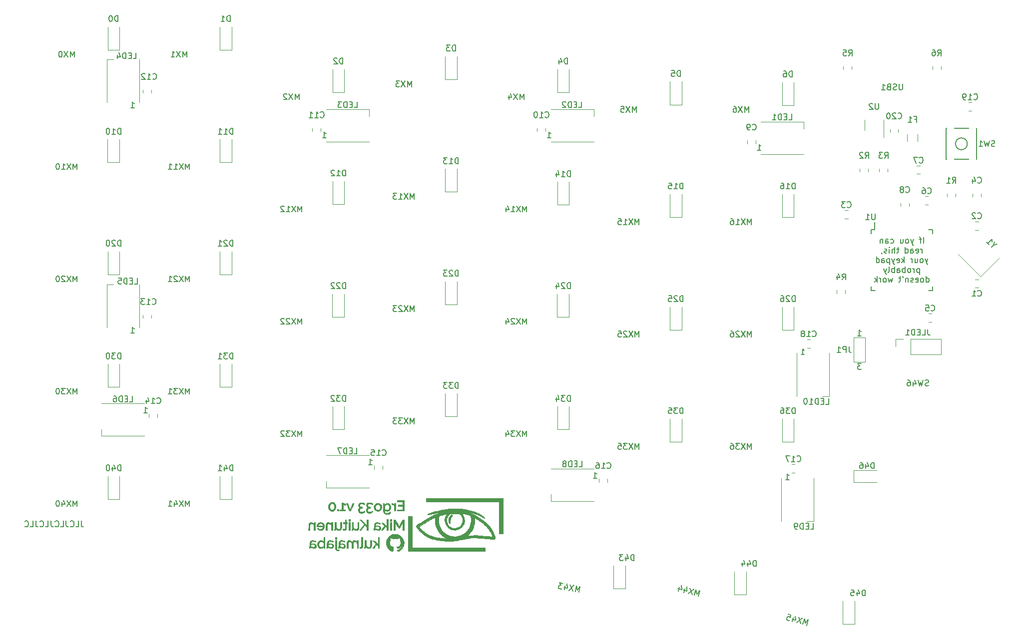
<source format=gbo>
G04 #@! TF.GenerationSoftware,KiCad,Pcbnew,(5.1.6)-1*
G04 #@! TF.CreationDate,2020-07-25T12:49:49+03:00*
G04 #@! TF.ProjectId,ergo33,6572676f-3333-42e6-9b69-6361645f7063,rev?*
G04 #@! TF.SameCoordinates,Original*
G04 #@! TF.FileFunction,Legend,Bot*
G04 #@! TF.FilePolarity,Positive*
%FSLAX46Y46*%
G04 Gerber Fmt 4.6, Leading zero omitted, Abs format (unit mm)*
G04 Created by KiCad (PCBNEW (5.1.6)-1) date 2020-07-25 12:49:49*
%MOMM*%
%LPD*%
G01*
G04 APERTURE LIST*
%ADD10C,0.150000*%
%ADD11C,0.010000*%
%ADD12C,0.120000*%
%ADD13C,0.100000*%
%ADD14C,3.600000*%
%ADD15R,0.750000X1.660000*%
%ADD16R,0.700000X2.550000*%
%ADD17R,0.400000X2.550000*%
%ADD18C,0.750000*%
%ADD19C,3.100000*%
%ADD20C,4.087800*%
%ADD21C,1.850000*%
%ADD22R,2.650000X2.600000*%
%ADD23C,2.100000*%
%ADD24R,3.300000X2.100000*%
%ADD25R,2.100000X2.100000*%
%ADD26R,0.650000X1.600000*%
%ADD27R,1.600000X0.650000*%
%ADD28R,1.200000X1.900000*%
%ADD29R,1.100000X1.600000*%
%ADD30R,1.600000X1.100000*%
%ADD31R,1.800000X1.800000*%
%ADD32O,1.800000X1.800000*%
%ADD33R,1.000000X1.300000*%
%ADD34R,1.300000X1.000000*%
G04 APERTURE END LIST*
D10*
X178566666Y-63352380D02*
X178566666Y-62352380D01*
X178233333Y-62685714D02*
X177852380Y-62685714D01*
X178090476Y-63352380D02*
X178090476Y-62495238D01*
X178042857Y-62400000D01*
X177947619Y-62352380D01*
X177852380Y-62352380D01*
X176852380Y-62685714D02*
X176614285Y-63352380D01*
X176376190Y-62685714D02*
X176614285Y-63352380D01*
X176709523Y-63590476D01*
X176757142Y-63638095D01*
X176852380Y-63685714D01*
X175852380Y-63352380D02*
X175947619Y-63304761D01*
X175995238Y-63257142D01*
X176042857Y-63161904D01*
X176042857Y-62876190D01*
X175995238Y-62780952D01*
X175947619Y-62733333D01*
X175852380Y-62685714D01*
X175709523Y-62685714D01*
X175614285Y-62733333D01*
X175566666Y-62780952D01*
X175519047Y-62876190D01*
X175519047Y-63161904D01*
X175566666Y-63257142D01*
X175614285Y-63304761D01*
X175709523Y-63352380D01*
X175852380Y-63352380D01*
X174661904Y-62685714D02*
X174661904Y-63352380D01*
X175090476Y-62685714D02*
X175090476Y-63209523D01*
X175042857Y-63304761D01*
X174947619Y-63352380D01*
X174804761Y-63352380D01*
X174709523Y-63304761D01*
X174661904Y-63257142D01*
X172995238Y-63304761D02*
X173090476Y-63352380D01*
X173280952Y-63352380D01*
X173376190Y-63304761D01*
X173423809Y-63257142D01*
X173471428Y-63161904D01*
X173471428Y-62876190D01*
X173423809Y-62780952D01*
X173376190Y-62733333D01*
X173280952Y-62685714D01*
X173090476Y-62685714D01*
X172995238Y-62733333D01*
X172138095Y-63352380D02*
X172138095Y-62828571D01*
X172185714Y-62733333D01*
X172280952Y-62685714D01*
X172471428Y-62685714D01*
X172566666Y-62733333D01*
X172138095Y-63304761D02*
X172233333Y-63352380D01*
X172471428Y-63352380D01*
X172566666Y-63304761D01*
X172614285Y-63209523D01*
X172614285Y-63114285D01*
X172566666Y-63019047D01*
X172471428Y-62971428D01*
X172233333Y-62971428D01*
X172138095Y-62923809D01*
X171661904Y-62685714D02*
X171661904Y-63352380D01*
X171661904Y-62780952D02*
X171614285Y-62733333D01*
X171519047Y-62685714D01*
X171376190Y-62685714D01*
X171280952Y-62733333D01*
X171233333Y-62828571D01*
X171233333Y-63352380D01*
X178304761Y-65002380D02*
X178304761Y-64335714D01*
X178304761Y-64526190D02*
X178257142Y-64430952D01*
X178209523Y-64383333D01*
X178114285Y-64335714D01*
X178019047Y-64335714D01*
X177304761Y-64954761D02*
X177400000Y-65002380D01*
X177590476Y-65002380D01*
X177685714Y-64954761D01*
X177733333Y-64859523D01*
X177733333Y-64478571D01*
X177685714Y-64383333D01*
X177590476Y-64335714D01*
X177400000Y-64335714D01*
X177304761Y-64383333D01*
X177257142Y-64478571D01*
X177257142Y-64573809D01*
X177733333Y-64669047D01*
X176400000Y-65002380D02*
X176400000Y-64478571D01*
X176447619Y-64383333D01*
X176542857Y-64335714D01*
X176733333Y-64335714D01*
X176828571Y-64383333D01*
X176400000Y-64954761D02*
X176495238Y-65002380D01*
X176733333Y-65002380D01*
X176828571Y-64954761D01*
X176876190Y-64859523D01*
X176876190Y-64764285D01*
X176828571Y-64669047D01*
X176733333Y-64621428D01*
X176495238Y-64621428D01*
X176400000Y-64573809D01*
X175495238Y-65002380D02*
X175495238Y-64002380D01*
X175495238Y-64954761D02*
X175590476Y-65002380D01*
X175780952Y-65002380D01*
X175876190Y-64954761D01*
X175923809Y-64907142D01*
X175971428Y-64811904D01*
X175971428Y-64526190D01*
X175923809Y-64430952D01*
X175876190Y-64383333D01*
X175780952Y-64335714D01*
X175590476Y-64335714D01*
X175495238Y-64383333D01*
X174400000Y-64335714D02*
X174019047Y-64335714D01*
X174257142Y-64002380D02*
X174257142Y-64859523D01*
X174209523Y-64954761D01*
X174114285Y-65002380D01*
X174019047Y-65002380D01*
X173685714Y-65002380D02*
X173685714Y-64002380D01*
X173257142Y-65002380D02*
X173257142Y-64478571D01*
X173304761Y-64383333D01*
X173400000Y-64335714D01*
X173542857Y-64335714D01*
X173638095Y-64383333D01*
X173685714Y-64430952D01*
X172780952Y-65002380D02*
X172780952Y-64335714D01*
X172780952Y-64002380D02*
X172828571Y-64050000D01*
X172780952Y-64097619D01*
X172733333Y-64050000D01*
X172780952Y-64002380D01*
X172780952Y-64097619D01*
X172352380Y-64954761D02*
X172257142Y-65002380D01*
X172066666Y-65002380D01*
X171971428Y-64954761D01*
X171923809Y-64859523D01*
X171923809Y-64811904D01*
X171971428Y-64716666D01*
X172066666Y-64669047D01*
X172209523Y-64669047D01*
X172304761Y-64621428D01*
X172352380Y-64526190D01*
X172352380Y-64478571D01*
X172304761Y-64383333D01*
X172209523Y-64335714D01*
X172066666Y-64335714D01*
X171971428Y-64383333D01*
X171447619Y-64954761D02*
X171447619Y-65002380D01*
X171495238Y-65097619D01*
X171542857Y-65145238D01*
X179304761Y-65985714D02*
X179066666Y-66652380D01*
X178828571Y-65985714D02*
X179066666Y-66652380D01*
X179161904Y-66890476D01*
X179209523Y-66938095D01*
X179304761Y-66985714D01*
X178304761Y-66652380D02*
X178400000Y-66604761D01*
X178447619Y-66557142D01*
X178495238Y-66461904D01*
X178495238Y-66176190D01*
X178447619Y-66080952D01*
X178400000Y-66033333D01*
X178304761Y-65985714D01*
X178161904Y-65985714D01*
X178066666Y-66033333D01*
X178019047Y-66080952D01*
X177971428Y-66176190D01*
X177971428Y-66461904D01*
X178019047Y-66557142D01*
X178066666Y-66604761D01*
X178161904Y-66652380D01*
X178304761Y-66652380D01*
X177114285Y-65985714D02*
X177114285Y-66652380D01*
X177542857Y-65985714D02*
X177542857Y-66509523D01*
X177495238Y-66604761D01*
X177400000Y-66652380D01*
X177257142Y-66652380D01*
X177161904Y-66604761D01*
X177114285Y-66557142D01*
X176638095Y-66652380D02*
X176638095Y-65985714D01*
X176638095Y-66176190D02*
X176590476Y-66080952D01*
X176542857Y-66033333D01*
X176447619Y-65985714D01*
X176352380Y-65985714D01*
X175257142Y-66652380D02*
X175257142Y-65652380D01*
X175161904Y-66271428D02*
X174876190Y-66652380D01*
X174876190Y-65985714D02*
X175257142Y-66366666D01*
X174066666Y-66604761D02*
X174161904Y-66652380D01*
X174352380Y-66652380D01*
X174447619Y-66604761D01*
X174495238Y-66509523D01*
X174495238Y-66128571D01*
X174447619Y-66033333D01*
X174352380Y-65985714D01*
X174161904Y-65985714D01*
X174066666Y-66033333D01*
X174019047Y-66128571D01*
X174019047Y-66223809D01*
X174495238Y-66319047D01*
X173685714Y-65985714D02*
X173447619Y-66652380D01*
X173209523Y-65985714D02*
X173447619Y-66652380D01*
X173542857Y-66890476D01*
X173590476Y-66938095D01*
X173685714Y-66985714D01*
X172828571Y-65985714D02*
X172828571Y-66985714D01*
X172828571Y-66033333D02*
X172733333Y-65985714D01*
X172542857Y-65985714D01*
X172447619Y-66033333D01*
X172400000Y-66080952D01*
X172352380Y-66176190D01*
X172352380Y-66461904D01*
X172400000Y-66557142D01*
X172447619Y-66604761D01*
X172542857Y-66652380D01*
X172733333Y-66652380D01*
X172828571Y-66604761D01*
X171495238Y-66652380D02*
X171495238Y-66128571D01*
X171542857Y-66033333D01*
X171638095Y-65985714D01*
X171828571Y-65985714D01*
X171923809Y-66033333D01*
X171495238Y-66604761D02*
X171590476Y-66652380D01*
X171828571Y-66652380D01*
X171923809Y-66604761D01*
X171971428Y-66509523D01*
X171971428Y-66414285D01*
X171923809Y-66319047D01*
X171828571Y-66271428D01*
X171590476Y-66271428D01*
X171495238Y-66223809D01*
X170590476Y-66652380D02*
X170590476Y-65652380D01*
X170590476Y-66604761D02*
X170685714Y-66652380D01*
X170876190Y-66652380D01*
X170971428Y-66604761D01*
X171019047Y-66557142D01*
X171066666Y-66461904D01*
X171066666Y-66176190D01*
X171019047Y-66080952D01*
X170971428Y-66033333D01*
X170876190Y-65985714D01*
X170685714Y-65985714D01*
X170590476Y-66033333D01*
X177876190Y-67635714D02*
X177876190Y-68635714D01*
X177876190Y-67683333D02*
X177780952Y-67635714D01*
X177590476Y-67635714D01*
X177495238Y-67683333D01*
X177447619Y-67730952D01*
X177400000Y-67826190D01*
X177400000Y-68111904D01*
X177447619Y-68207142D01*
X177495238Y-68254761D01*
X177590476Y-68302380D01*
X177780952Y-68302380D01*
X177876190Y-68254761D01*
X176971428Y-68302380D02*
X176971428Y-67635714D01*
X176971428Y-67826190D02*
X176923809Y-67730952D01*
X176876190Y-67683333D01*
X176780952Y-67635714D01*
X176685714Y-67635714D01*
X176209523Y-68302380D02*
X176304761Y-68254761D01*
X176352380Y-68207142D01*
X176400000Y-68111904D01*
X176400000Y-67826190D01*
X176352380Y-67730952D01*
X176304761Y-67683333D01*
X176209523Y-67635714D01*
X176066666Y-67635714D01*
X175971428Y-67683333D01*
X175923809Y-67730952D01*
X175876190Y-67826190D01*
X175876190Y-68111904D01*
X175923809Y-68207142D01*
X175971428Y-68254761D01*
X176066666Y-68302380D01*
X176209523Y-68302380D01*
X175447619Y-68302380D02*
X175447619Y-67302380D01*
X175447619Y-67683333D02*
X175352380Y-67635714D01*
X175161904Y-67635714D01*
X175066666Y-67683333D01*
X175019047Y-67730952D01*
X174971428Y-67826190D01*
X174971428Y-68111904D01*
X175019047Y-68207142D01*
X175066666Y-68254761D01*
X175161904Y-68302380D01*
X175352380Y-68302380D01*
X175447619Y-68254761D01*
X174114285Y-68302380D02*
X174114285Y-67778571D01*
X174161904Y-67683333D01*
X174257142Y-67635714D01*
X174447619Y-67635714D01*
X174542857Y-67683333D01*
X174114285Y-68254761D02*
X174209523Y-68302380D01*
X174447619Y-68302380D01*
X174542857Y-68254761D01*
X174590476Y-68159523D01*
X174590476Y-68064285D01*
X174542857Y-67969047D01*
X174447619Y-67921428D01*
X174209523Y-67921428D01*
X174114285Y-67873809D01*
X173638095Y-68302380D02*
X173638095Y-67302380D01*
X173638095Y-67683333D02*
X173542857Y-67635714D01*
X173352380Y-67635714D01*
X173257142Y-67683333D01*
X173209523Y-67730952D01*
X173161904Y-67826190D01*
X173161904Y-68111904D01*
X173209523Y-68207142D01*
X173257142Y-68254761D01*
X173352380Y-68302380D01*
X173542857Y-68302380D01*
X173638095Y-68254761D01*
X172590476Y-68302380D02*
X172685714Y-68254761D01*
X172733333Y-68159523D01*
X172733333Y-67302380D01*
X172304761Y-67635714D02*
X172066666Y-68302380D01*
X171828571Y-67635714D02*
X172066666Y-68302380D01*
X172161904Y-68540476D01*
X172209523Y-68588095D01*
X172304761Y-68635714D01*
X179019047Y-69952380D02*
X179019047Y-68952380D01*
X179019047Y-69904761D02*
X179114285Y-69952380D01*
X179304761Y-69952380D01*
X179400000Y-69904761D01*
X179447619Y-69857142D01*
X179495238Y-69761904D01*
X179495238Y-69476190D01*
X179447619Y-69380952D01*
X179400000Y-69333333D01*
X179304761Y-69285714D01*
X179114285Y-69285714D01*
X179019047Y-69333333D01*
X178400000Y-69952380D02*
X178495238Y-69904761D01*
X178542857Y-69857142D01*
X178590476Y-69761904D01*
X178590476Y-69476190D01*
X178542857Y-69380952D01*
X178495238Y-69333333D01*
X178400000Y-69285714D01*
X178257142Y-69285714D01*
X178161904Y-69333333D01*
X178114285Y-69380952D01*
X178066666Y-69476190D01*
X178066666Y-69761904D01*
X178114285Y-69857142D01*
X178161904Y-69904761D01*
X178257142Y-69952380D01*
X178400000Y-69952380D01*
X177257142Y-69904761D02*
X177352380Y-69952380D01*
X177542857Y-69952380D01*
X177638095Y-69904761D01*
X177685714Y-69809523D01*
X177685714Y-69428571D01*
X177638095Y-69333333D01*
X177542857Y-69285714D01*
X177352380Y-69285714D01*
X177257142Y-69333333D01*
X177209523Y-69428571D01*
X177209523Y-69523809D01*
X177685714Y-69619047D01*
X176828571Y-69904761D02*
X176733333Y-69952380D01*
X176542857Y-69952380D01*
X176447619Y-69904761D01*
X176400000Y-69809523D01*
X176400000Y-69761904D01*
X176447619Y-69666666D01*
X176542857Y-69619047D01*
X176685714Y-69619047D01*
X176780952Y-69571428D01*
X176828571Y-69476190D01*
X176828571Y-69428571D01*
X176780952Y-69333333D01*
X176685714Y-69285714D01*
X176542857Y-69285714D01*
X176447619Y-69333333D01*
X175971428Y-69285714D02*
X175971428Y-69952380D01*
X175971428Y-69380952D02*
X175923809Y-69333333D01*
X175828571Y-69285714D01*
X175685714Y-69285714D01*
X175590476Y-69333333D01*
X175542857Y-69428571D01*
X175542857Y-69952380D01*
X175019047Y-68952380D02*
X175114285Y-69142857D01*
X174733333Y-69285714D02*
X174352380Y-69285714D01*
X174590476Y-68952380D02*
X174590476Y-69809523D01*
X174542857Y-69904761D01*
X174447619Y-69952380D01*
X174352380Y-69952380D01*
X173352380Y-69285714D02*
X173161904Y-69952380D01*
X172971428Y-69476190D01*
X172780952Y-69952380D01*
X172590476Y-69285714D01*
X172066666Y-69952380D02*
X172161904Y-69904761D01*
X172209523Y-69857142D01*
X172257142Y-69761904D01*
X172257142Y-69476190D01*
X172209523Y-69380952D01*
X172161904Y-69333333D01*
X172066666Y-69285714D01*
X171923809Y-69285714D01*
X171828571Y-69333333D01*
X171780952Y-69380952D01*
X171733333Y-69476190D01*
X171733333Y-69761904D01*
X171780952Y-69857142D01*
X171828571Y-69904761D01*
X171923809Y-69952380D01*
X172066666Y-69952380D01*
X171304761Y-69952380D02*
X171304761Y-69285714D01*
X171304761Y-69476190D02*
X171257142Y-69380952D01*
X171209523Y-69333333D01*
X171114285Y-69285714D01*
X171019047Y-69285714D01*
X170685714Y-69952380D02*
X170685714Y-68952380D01*
X170590476Y-69571428D02*
X170304761Y-69952380D01*
X170304761Y-69285714D02*
X170685714Y-69666666D01*
X35819047Y-110452380D02*
X35819047Y-111166666D01*
X35866666Y-111309523D01*
X35961904Y-111404761D01*
X36104761Y-111452380D01*
X36200000Y-111452380D01*
X34866666Y-111452380D02*
X35342857Y-111452380D01*
X35342857Y-110452380D01*
X33961904Y-111357142D02*
X34009523Y-111404761D01*
X34152380Y-111452380D01*
X34247619Y-111452380D01*
X34390476Y-111404761D01*
X34485714Y-111309523D01*
X34533333Y-111214285D01*
X34580952Y-111023809D01*
X34580952Y-110880952D01*
X34533333Y-110690476D01*
X34485714Y-110595238D01*
X34390476Y-110500000D01*
X34247619Y-110452380D01*
X34152380Y-110452380D01*
X34009523Y-110500000D01*
X33961904Y-110547619D01*
X33247619Y-110452380D02*
X33247619Y-111166666D01*
X33295238Y-111309523D01*
X33390476Y-111404761D01*
X33533333Y-111452380D01*
X33628571Y-111452380D01*
X32295238Y-111452380D02*
X32771428Y-111452380D01*
X32771428Y-110452380D01*
X31390476Y-111357142D02*
X31438095Y-111404761D01*
X31580952Y-111452380D01*
X31676190Y-111452380D01*
X31819047Y-111404761D01*
X31914285Y-111309523D01*
X31961904Y-111214285D01*
X32009523Y-111023809D01*
X32009523Y-110880952D01*
X31961904Y-110690476D01*
X31914285Y-110595238D01*
X31819047Y-110500000D01*
X31676190Y-110452380D01*
X31580952Y-110452380D01*
X31438095Y-110500000D01*
X31390476Y-110547619D01*
X30676190Y-110452380D02*
X30676190Y-111166666D01*
X30723809Y-111309523D01*
X30819047Y-111404761D01*
X30961904Y-111452380D01*
X31057142Y-111452380D01*
X29723809Y-111452380D02*
X30200000Y-111452380D01*
X30200000Y-110452380D01*
X28819047Y-111357142D02*
X28866666Y-111404761D01*
X29009523Y-111452380D01*
X29104761Y-111452380D01*
X29247619Y-111404761D01*
X29342857Y-111309523D01*
X29390476Y-111214285D01*
X29438095Y-111023809D01*
X29438095Y-110880952D01*
X29390476Y-110690476D01*
X29342857Y-110595238D01*
X29247619Y-110500000D01*
X29104761Y-110452380D01*
X29009523Y-110452380D01*
X28866666Y-110500000D01*
X28819047Y-110547619D01*
X28104761Y-110452380D02*
X28104761Y-111166666D01*
X28152380Y-111309523D01*
X28247619Y-111404761D01*
X28390476Y-111452380D01*
X28485714Y-111452380D01*
X27152380Y-111452380D02*
X27628571Y-111452380D01*
X27628571Y-110452380D01*
X26247619Y-111357142D02*
X26295238Y-111404761D01*
X26438095Y-111452380D01*
X26533333Y-111452380D01*
X26676190Y-111404761D01*
X26771428Y-111309523D01*
X26819047Y-111214285D01*
X26866666Y-111023809D01*
X26866666Y-110880952D01*
X26819047Y-110690476D01*
X26771428Y-110595238D01*
X26676190Y-110500000D01*
X26533333Y-110452380D01*
X26438095Y-110452380D01*
X26295238Y-110500000D01*
X26247619Y-110547619D01*
D11*
G36*
X91233192Y-115621200D02*
G01*
X104263600Y-115621200D01*
X104263600Y-115011600D01*
X91868631Y-115011600D01*
X91862166Y-112312850D01*
X91855700Y-109614100D01*
X91246100Y-109614100D01*
X91233192Y-115621200D01*
G37*
X91233192Y-115621200D02*
X104263600Y-115621200D01*
X104263600Y-115011600D01*
X91868631Y-115011600D01*
X91862166Y-112312850D01*
X91855700Y-109614100D01*
X91246100Y-109614100D01*
X91233192Y-115621200D01*
G36*
X88855105Y-112693458D02*
G01*
X88616496Y-112737682D01*
X88389075Y-112818500D01*
X88177478Y-112933435D01*
X87986341Y-113080008D01*
X87820298Y-113255741D01*
X87683984Y-113458154D01*
X87582035Y-113684770D01*
X87519085Y-113933110D01*
X87499600Y-114177486D01*
X87508178Y-114370283D01*
X87537240Y-114540154D01*
X87591780Y-114708735D01*
X87655879Y-114854634D01*
X87777326Y-115058548D01*
X87935827Y-115247572D01*
X88119099Y-115408600D01*
X88261600Y-115501012D01*
X88397251Y-115572323D01*
X88496477Y-115611906D01*
X88564914Y-115616522D01*
X88608197Y-115582934D01*
X88631961Y-115507901D01*
X88641842Y-115388187D01*
X88643501Y-115281539D01*
X88647075Y-115127358D01*
X88657036Y-115018416D01*
X88673946Y-114949486D01*
X88680700Y-114935400D01*
X88711564Y-114873608D01*
X88711477Y-114843004D01*
X88679670Y-114833907D01*
X88672611Y-114833800D01*
X88578444Y-114819705D01*
X88465927Y-114783154D01*
X88356914Y-114732744D01*
X88273257Y-114677073D01*
X88272446Y-114676364D01*
X88182750Y-114584533D01*
X88122790Y-114487048D01*
X88087758Y-114371274D01*
X88072848Y-114224575D01*
X88071425Y-114148000D01*
X88072831Y-114029302D01*
X88079157Y-113947003D01*
X88092990Y-113886757D01*
X88116918Y-113834216D01*
X88132888Y-113807298D01*
X88176210Y-113716831D01*
X88189128Y-113621138D01*
X88188128Y-113584553D01*
X88188640Y-113457474D01*
X88204567Y-113366752D01*
X88234636Y-113317450D01*
X88257269Y-113309820D01*
X88300514Y-113320250D01*
X88373549Y-113347610D01*
X88460764Y-113386036D01*
X88462961Y-113387074D01*
X88549432Y-113426469D01*
X88612736Y-113447322D01*
X88673433Y-113452518D01*
X88752083Y-113444946D01*
X88812211Y-113436116D01*
X88979693Y-113420793D01*
X89142539Y-113430310D01*
X89184190Y-113436116D01*
X89282067Y-113449625D01*
X89350377Y-113451996D01*
X89409682Y-113440342D01*
X89480540Y-113411775D01*
X89533440Y-113387074D01*
X89621088Y-113348418D01*
X89695240Y-113320709D01*
X89740128Y-113309825D01*
X89740667Y-113309820D01*
X89781447Y-113333718D01*
X89807834Y-113403121D01*
X89818807Y-113514524D01*
X89818471Y-113576500D01*
X89830622Y-113704893D01*
X89879136Y-113836519D01*
X89879171Y-113836591D01*
X89932337Y-113997230D01*
X89946483Y-114168674D01*
X89923549Y-114338826D01*
X89865470Y-114495590D01*
X89774184Y-114626869D01*
X89748519Y-114652349D01*
X89647555Y-114725692D01*
X89525284Y-114786006D01*
X89402261Y-114824510D01*
X89323790Y-114833800D01*
X89285140Y-114842818D01*
X89285926Y-114873893D01*
X89316508Y-114921204D01*
X89346158Y-114977492D01*
X89353800Y-115013737D01*
X89368286Y-115053559D01*
X89416306Y-115077140D01*
X89504703Y-115087068D01*
X89549619Y-115087800D01*
X89609385Y-115085126D01*
X89656296Y-115072033D01*
X89703397Y-115040916D01*
X89763734Y-114984167D01*
X89811000Y-114935400D01*
X89898865Y-114849842D01*
X89965119Y-114800865D01*
X90017034Y-114783258D01*
X90023659Y-114783000D01*
X90074840Y-114788384D01*
X90084977Y-114808066D01*
X90053573Y-114847338D01*
X90014301Y-114882750D01*
X89955501Y-114946524D01*
X89897452Y-115029780D01*
X89879059Y-115062400D01*
X89795718Y-115182439D01*
X89691471Y-115257173D01*
X89562092Y-115289279D01*
X89518448Y-115291000D01*
X89385807Y-115291000D01*
X89372226Y-115411495D01*
X89370638Y-115522579D01*
X89394908Y-115592948D01*
X89444340Y-115620796D01*
X89452882Y-115621200D01*
X89497190Y-115610246D01*
X89571433Y-115581319D01*
X89660701Y-115540317D01*
X89674238Y-115533605D01*
X89898863Y-115393431D01*
X90097750Y-115213534D01*
X90264305Y-115001246D01*
X90391932Y-114763897D01*
X90412802Y-114712516D01*
X90454154Y-114566960D01*
X90482065Y-114390509D01*
X90495246Y-114201589D01*
X90492409Y-114018629D01*
X90472387Y-113860653D01*
X90404283Y-113643210D01*
X90294501Y-113427830D01*
X90151223Y-113226317D01*
X89982627Y-113050470D01*
X89828733Y-112932078D01*
X89591718Y-112805139D01*
X89347352Y-112724708D01*
X89100269Y-112688307D01*
X88855105Y-112693458D01*
G37*
X88855105Y-112693458D02*
X88616496Y-112737682D01*
X88389075Y-112818500D01*
X88177478Y-112933435D01*
X87986341Y-113080008D01*
X87820298Y-113255741D01*
X87683984Y-113458154D01*
X87582035Y-113684770D01*
X87519085Y-113933110D01*
X87499600Y-114177486D01*
X87508178Y-114370283D01*
X87537240Y-114540154D01*
X87591780Y-114708735D01*
X87655879Y-114854634D01*
X87777326Y-115058548D01*
X87935827Y-115247572D01*
X88119099Y-115408600D01*
X88261600Y-115501012D01*
X88397251Y-115572323D01*
X88496477Y-115611906D01*
X88564914Y-115616522D01*
X88608197Y-115582934D01*
X88631961Y-115507901D01*
X88641842Y-115388187D01*
X88643501Y-115281539D01*
X88647075Y-115127358D01*
X88657036Y-115018416D01*
X88673946Y-114949486D01*
X88680700Y-114935400D01*
X88711564Y-114873608D01*
X88711477Y-114843004D01*
X88679670Y-114833907D01*
X88672611Y-114833800D01*
X88578444Y-114819705D01*
X88465927Y-114783154D01*
X88356914Y-114732744D01*
X88273257Y-114677073D01*
X88272446Y-114676364D01*
X88182750Y-114584533D01*
X88122790Y-114487048D01*
X88087758Y-114371274D01*
X88072848Y-114224575D01*
X88071425Y-114148000D01*
X88072831Y-114029302D01*
X88079157Y-113947003D01*
X88092990Y-113886757D01*
X88116918Y-113834216D01*
X88132888Y-113807298D01*
X88176210Y-113716831D01*
X88189128Y-113621138D01*
X88188128Y-113584553D01*
X88188640Y-113457474D01*
X88204567Y-113366752D01*
X88234636Y-113317450D01*
X88257269Y-113309820D01*
X88300514Y-113320250D01*
X88373549Y-113347610D01*
X88460764Y-113386036D01*
X88462961Y-113387074D01*
X88549432Y-113426469D01*
X88612736Y-113447322D01*
X88673433Y-113452518D01*
X88752083Y-113444946D01*
X88812211Y-113436116D01*
X88979693Y-113420793D01*
X89142539Y-113430310D01*
X89184190Y-113436116D01*
X89282067Y-113449625D01*
X89350377Y-113451996D01*
X89409682Y-113440342D01*
X89480540Y-113411775D01*
X89533440Y-113387074D01*
X89621088Y-113348418D01*
X89695240Y-113320709D01*
X89740128Y-113309825D01*
X89740667Y-113309820D01*
X89781447Y-113333718D01*
X89807834Y-113403121D01*
X89818807Y-113514524D01*
X89818471Y-113576500D01*
X89830622Y-113704893D01*
X89879136Y-113836519D01*
X89879171Y-113836591D01*
X89932337Y-113997230D01*
X89946483Y-114168674D01*
X89923549Y-114338826D01*
X89865470Y-114495590D01*
X89774184Y-114626869D01*
X89748519Y-114652349D01*
X89647555Y-114725692D01*
X89525284Y-114786006D01*
X89402261Y-114824510D01*
X89323790Y-114833800D01*
X89285140Y-114842818D01*
X89285926Y-114873893D01*
X89316508Y-114921204D01*
X89346158Y-114977492D01*
X89353800Y-115013737D01*
X89368286Y-115053559D01*
X89416306Y-115077140D01*
X89504703Y-115087068D01*
X89549619Y-115087800D01*
X89609385Y-115085126D01*
X89656296Y-115072033D01*
X89703397Y-115040916D01*
X89763734Y-114984167D01*
X89811000Y-114935400D01*
X89898865Y-114849842D01*
X89965119Y-114800865D01*
X90017034Y-114783258D01*
X90023659Y-114783000D01*
X90074840Y-114788384D01*
X90084977Y-114808066D01*
X90053573Y-114847338D01*
X90014301Y-114882750D01*
X89955501Y-114946524D01*
X89897452Y-115029780D01*
X89879059Y-115062400D01*
X89795718Y-115182439D01*
X89691471Y-115257173D01*
X89562092Y-115289279D01*
X89518448Y-115291000D01*
X89385807Y-115291000D01*
X89372226Y-115411495D01*
X89370638Y-115522579D01*
X89394908Y-115592948D01*
X89444340Y-115620796D01*
X89452882Y-115621200D01*
X89497190Y-115610246D01*
X89571433Y-115581319D01*
X89660701Y-115540317D01*
X89674238Y-115533605D01*
X89898863Y-115393431D01*
X90097750Y-115213534D01*
X90264305Y-115001246D01*
X90391932Y-114763897D01*
X90412802Y-114712516D01*
X90454154Y-114566960D01*
X90482065Y-114390509D01*
X90495246Y-114201589D01*
X90492409Y-114018629D01*
X90472387Y-113860653D01*
X90404283Y-113643210D01*
X90294501Y-113427830D01*
X90151223Y-113226317D01*
X89982627Y-113050470D01*
X89828733Y-112932078D01*
X89591718Y-112805139D01*
X89347352Y-112724708D01*
X89100269Y-112688307D01*
X88855105Y-112693458D01*
G36*
X78863600Y-114494251D02*
G01*
X78863763Y-114710441D01*
X78864499Y-114881851D01*
X78866185Y-115014502D01*
X78869194Y-115114415D01*
X78873901Y-115187611D01*
X78880681Y-115240109D01*
X78889908Y-115277931D01*
X78901958Y-115307096D01*
X78915681Y-115331171D01*
X79007064Y-115436238D01*
X79125383Y-115498526D01*
X79271700Y-115518591D01*
X79272999Y-115518583D01*
X79365641Y-115510872D01*
X79448337Y-115492385D01*
X79479550Y-115479671D01*
X79530330Y-115449142D01*
X79545203Y-115421263D01*
X79528040Y-115377633D01*
X79508218Y-115343421D01*
X79477557Y-115298941D01*
X79445484Y-115286479D01*
X79391036Y-115299888D01*
X79376563Y-115304808D01*
X79280797Y-115322778D01*
X79211813Y-115310018D01*
X79171906Y-115292721D01*
X79140025Y-115268051D01*
X79115278Y-115230597D01*
X79096776Y-115174947D01*
X79083630Y-115095692D01*
X79074949Y-114987419D01*
X79069843Y-114844719D01*
X79067424Y-114662181D01*
X79066801Y-114434393D01*
X79066800Y-114428215D01*
X79066800Y-113741600D01*
X78863600Y-113741600D01*
X78863600Y-114494251D01*
G37*
X78863600Y-114494251D02*
X78863763Y-114710441D01*
X78864499Y-114881851D01*
X78866185Y-115014502D01*
X78869194Y-115114415D01*
X78873901Y-115187611D01*
X78880681Y-115240109D01*
X78889908Y-115277931D01*
X78901958Y-115307096D01*
X78915681Y-115331171D01*
X79007064Y-115436238D01*
X79125383Y-115498526D01*
X79271700Y-115518591D01*
X79272999Y-115518583D01*
X79365641Y-115510872D01*
X79448337Y-115492385D01*
X79479550Y-115479671D01*
X79530330Y-115449142D01*
X79545203Y-115421263D01*
X79528040Y-115377633D01*
X79508218Y-115343421D01*
X79477557Y-115298941D01*
X79445484Y-115286479D01*
X79391036Y-115299888D01*
X79376563Y-115304808D01*
X79280797Y-115322778D01*
X79211813Y-115310018D01*
X79171906Y-115292721D01*
X79140025Y-115268051D01*
X79115278Y-115230597D01*
X79096776Y-115174947D01*
X79083630Y-115095692D01*
X79074949Y-114987419D01*
X79069843Y-114844719D01*
X79067424Y-114662181D01*
X79066801Y-114434393D01*
X79066800Y-114428215D01*
X79066800Y-113741600D01*
X78863600Y-113741600D01*
X78863600Y-114494251D01*
G36*
X84781800Y-114147991D02*
G01*
X84779398Y-114352363D01*
X84771459Y-114512361D01*
X84756886Y-114634219D01*
X84734580Y-114724169D01*
X84703445Y-114788444D01*
X84662382Y-114833277D01*
X84660894Y-114834458D01*
X84566171Y-114878808D01*
X84455080Y-114883924D01*
X84339360Y-114852890D01*
X84230751Y-114788789D01*
X84143849Y-114698694D01*
X84070600Y-114597578D01*
X84070600Y-113741600D01*
X83842000Y-113741600D01*
X83842000Y-114297682D01*
X83841546Y-114483200D01*
X83839913Y-114623993D01*
X83836696Y-114726131D01*
X83831490Y-114795685D01*
X83823890Y-114838723D01*
X83813489Y-114861316D01*
X83803900Y-114868385D01*
X83775084Y-114905133D01*
X83765800Y-114972702D01*
X83768913Y-115030414D01*
X83788085Y-115055853D01*
X83838064Y-115062228D01*
X83865960Y-115062400D01*
X83959972Y-115042765D01*
X84020387Y-114985524D01*
X84044794Y-114893169D01*
X84045200Y-114876999D01*
X84045200Y-114804502D01*
X84114013Y-114886280D01*
X84219828Y-114978550D01*
X84352082Y-115044176D01*
X84496800Y-115079911D01*
X84640006Y-115082504D01*
X84767723Y-115048709D01*
X84782197Y-115041611D01*
X84871405Y-114967376D01*
X84934200Y-114870161D01*
X84956099Y-114824879D01*
X84972284Y-114782216D01*
X84983618Y-114733748D01*
X84990962Y-114671050D01*
X84995180Y-114585699D01*
X84997132Y-114469271D01*
X84997680Y-114313341D01*
X84997700Y-114249600D01*
X84997700Y-113754300D01*
X84889750Y-113746489D01*
X84781800Y-113738679D01*
X84781800Y-114147991D01*
G37*
X84781800Y-114147991D02*
X84779398Y-114352363D01*
X84771459Y-114512361D01*
X84756886Y-114634219D01*
X84734580Y-114724169D01*
X84703445Y-114788444D01*
X84662382Y-114833277D01*
X84660894Y-114834458D01*
X84566171Y-114878808D01*
X84455080Y-114883924D01*
X84339360Y-114852890D01*
X84230751Y-114788789D01*
X84143849Y-114698694D01*
X84070600Y-114597578D01*
X84070600Y-113741600D01*
X83842000Y-113741600D01*
X83842000Y-114297682D01*
X83841546Y-114483200D01*
X83839913Y-114623993D01*
X83836696Y-114726131D01*
X83831490Y-114795685D01*
X83823890Y-114838723D01*
X83813489Y-114861316D01*
X83803900Y-114868385D01*
X83775084Y-114905133D01*
X83765800Y-114972702D01*
X83768913Y-115030414D01*
X83788085Y-115055853D01*
X83838064Y-115062228D01*
X83865960Y-115062400D01*
X83959972Y-115042765D01*
X84020387Y-114985524D01*
X84044794Y-114893169D01*
X84045200Y-114876999D01*
X84045200Y-114804502D01*
X84114013Y-114886280D01*
X84219828Y-114978550D01*
X84352082Y-115044176D01*
X84496800Y-115079911D01*
X84640006Y-115082504D01*
X84767723Y-115048709D01*
X84782197Y-115041611D01*
X84871405Y-114967376D01*
X84934200Y-114870161D01*
X84956099Y-114824879D01*
X84972284Y-114782216D01*
X84983618Y-114733748D01*
X84990962Y-114671050D01*
X84995180Y-114585699D01*
X84997132Y-114469271D01*
X84997680Y-114313341D01*
X84997700Y-114249600D01*
X84997700Y-113754300D01*
X84889750Y-113746489D01*
X84781800Y-113738679D01*
X84781800Y-114147991D01*
G36*
X83257800Y-114003445D02*
G01*
X83257677Y-114236140D01*
X83256604Y-114423051D01*
X83253530Y-114569192D01*
X83247403Y-114679578D01*
X83237173Y-114759225D01*
X83221786Y-114813148D01*
X83200192Y-114846362D01*
X83171338Y-114863883D01*
X83134173Y-114870724D01*
X83087645Y-114871902D01*
X83075674Y-114871900D01*
X83006765Y-114874551D01*
X82973511Y-114889429D01*
X82960800Y-114926915D01*
X82957861Y-114952844D01*
X82957543Y-115006627D01*
X82979106Y-115036226D01*
X83035647Y-115057523D01*
X83046761Y-115060653D01*
X83190194Y-115084688D01*
X83307786Y-115068937D01*
X83324142Y-115062906D01*
X83377331Y-115027862D01*
X83431094Y-114973451D01*
X83432092Y-114972190D01*
X83446923Y-114951825D01*
X83458775Y-114928805D01*
X83467982Y-114897578D01*
X83474878Y-114852594D01*
X83479796Y-114788301D01*
X83483070Y-114699146D01*
X83485034Y-114579580D01*
X83486021Y-114424049D01*
X83486364Y-114227003D01*
X83486400Y-114068374D01*
X83486400Y-113233600D01*
X83257800Y-113233600D01*
X83257800Y-114003445D01*
G37*
X83257800Y-114003445D02*
X83257677Y-114236140D01*
X83256604Y-114423051D01*
X83253530Y-114569192D01*
X83247403Y-114679578D01*
X83237173Y-114759225D01*
X83221786Y-114813148D01*
X83200192Y-114846362D01*
X83171338Y-114863883D01*
X83134173Y-114870724D01*
X83087645Y-114871902D01*
X83075674Y-114871900D01*
X83006765Y-114874551D01*
X82973511Y-114889429D01*
X82960800Y-114926915D01*
X82957861Y-114952844D01*
X82957543Y-115006627D01*
X82979106Y-115036226D01*
X83035647Y-115057523D01*
X83046761Y-115060653D01*
X83190194Y-115084688D01*
X83307786Y-115068937D01*
X83324142Y-115062906D01*
X83377331Y-115027862D01*
X83431094Y-114973451D01*
X83432092Y-114972190D01*
X83446923Y-114951825D01*
X83458775Y-114928805D01*
X83467982Y-114897578D01*
X83474878Y-114852594D01*
X83479796Y-114788301D01*
X83483070Y-114699146D01*
X83485034Y-114579580D01*
X83486021Y-114424049D01*
X83486364Y-114227003D01*
X83486400Y-114068374D01*
X83486400Y-113233600D01*
X83257800Y-113233600D01*
X83257800Y-114003445D01*
G36*
X79844899Y-113749062D02*
G01*
X79711802Y-113778959D01*
X79607421Y-113839980D01*
X79523804Y-113935546D01*
X79504591Y-113966289D01*
X79477611Y-114014831D01*
X79458406Y-114060399D01*
X79445389Y-114113133D01*
X79436971Y-114183174D01*
X79431565Y-114280663D01*
X79427583Y-114415742D01*
X79426419Y-114465500D01*
X79421762Y-114621522D01*
X79415526Y-114733254D01*
X79406994Y-114807197D01*
X79395443Y-114849853D01*
X79381969Y-114866812D01*
X79357366Y-114904137D01*
X79346254Y-114967128D01*
X79346200Y-114971801D01*
X79353447Y-115033107D01*
X79381992Y-115061325D01*
X79405660Y-115067844D01*
X79499853Y-115064402D01*
X79573095Y-115019023D01*
X79607108Y-114963096D01*
X79635006Y-114889188D01*
X79719152Y-114953369D01*
X79844741Y-115026274D01*
X79986746Y-115071898D01*
X80130403Y-115087936D01*
X80260946Y-115072084D01*
X80324044Y-115047784D01*
X80448504Y-114962360D01*
X80527115Y-114857910D01*
X80562630Y-114730189D01*
X80565400Y-114675613D01*
X80565160Y-114674291D01*
X80346961Y-114674291D01*
X80323989Y-114771362D01*
X80260200Y-114847114D01*
X80163283Y-114895316D01*
X80055988Y-114910000D01*
X79931825Y-114895221D01*
X79829467Y-114859540D01*
X79728381Y-114791660D01*
X79671196Y-114709000D01*
X79651216Y-114601302D01*
X79651000Y-114586219D01*
X79655296Y-114514665D01*
X79674304Y-114475711D01*
X79717203Y-114451458D01*
X79720850Y-114450036D01*
X79783446Y-114435360D01*
X79874826Y-114424646D01*
X79955800Y-114420743D01*
X80112350Y-114432952D01*
X80230502Y-114473885D01*
X80308493Y-114542396D01*
X80344560Y-114637344D01*
X80346961Y-114674291D01*
X80565160Y-114674291D01*
X80542372Y-114549152D01*
X80476619Y-114443272D01*
X80373144Y-114361144D01*
X80236948Y-114305941D01*
X80073032Y-114280838D01*
X79946173Y-114282741D01*
X79846234Y-114292380D01*
X79759113Y-114304110D01*
X79704403Y-114315213D01*
X79667861Y-114323489D01*
X79652007Y-114311278D01*
X79651446Y-114267316D01*
X79656791Y-114215808D01*
X79688710Y-114083911D01*
X79752393Y-113989116D01*
X79849084Y-113927294D01*
X79974453Y-113901145D01*
X80118573Y-113916338D01*
X80272310Y-113971749D01*
X80292332Y-113981748D01*
X80412964Y-114043948D01*
X80451424Y-113969575D01*
X80489884Y-113895201D01*
X80356192Y-113826765D01*
X80261333Y-113785864D01*
X80160727Y-113761239D01*
X80033316Y-113747964D01*
X80014664Y-113746868D01*
X79844899Y-113749062D01*
G37*
X79844899Y-113749062D02*
X79711802Y-113778959D01*
X79607421Y-113839980D01*
X79523804Y-113935546D01*
X79504591Y-113966289D01*
X79477611Y-114014831D01*
X79458406Y-114060399D01*
X79445389Y-114113133D01*
X79436971Y-114183174D01*
X79431565Y-114280663D01*
X79427583Y-114415742D01*
X79426419Y-114465500D01*
X79421762Y-114621522D01*
X79415526Y-114733254D01*
X79406994Y-114807197D01*
X79395443Y-114849853D01*
X79381969Y-114866812D01*
X79357366Y-114904137D01*
X79346254Y-114967128D01*
X79346200Y-114971801D01*
X79353447Y-115033107D01*
X79381992Y-115061325D01*
X79405660Y-115067844D01*
X79499853Y-115064402D01*
X79573095Y-115019023D01*
X79607108Y-114963096D01*
X79635006Y-114889188D01*
X79719152Y-114953369D01*
X79844741Y-115026274D01*
X79986746Y-115071898D01*
X80130403Y-115087936D01*
X80260946Y-115072084D01*
X80324044Y-115047784D01*
X80448504Y-114962360D01*
X80527115Y-114857910D01*
X80562630Y-114730189D01*
X80565400Y-114675613D01*
X80565160Y-114674291D01*
X80346961Y-114674291D01*
X80323989Y-114771362D01*
X80260200Y-114847114D01*
X80163283Y-114895316D01*
X80055988Y-114910000D01*
X79931825Y-114895221D01*
X79829467Y-114859540D01*
X79728381Y-114791660D01*
X79671196Y-114709000D01*
X79651216Y-114601302D01*
X79651000Y-114586219D01*
X79655296Y-114514665D01*
X79674304Y-114475711D01*
X79717203Y-114451458D01*
X79720850Y-114450036D01*
X79783446Y-114435360D01*
X79874826Y-114424646D01*
X79955800Y-114420743D01*
X80112350Y-114432952D01*
X80230502Y-114473885D01*
X80308493Y-114542396D01*
X80344560Y-114637344D01*
X80346961Y-114674291D01*
X80565160Y-114674291D01*
X80542372Y-114549152D01*
X80476619Y-114443272D01*
X80373144Y-114361144D01*
X80236948Y-114305941D01*
X80073032Y-114280838D01*
X79946173Y-114282741D01*
X79846234Y-114292380D01*
X79759113Y-114304110D01*
X79704403Y-114315213D01*
X79667861Y-114323489D01*
X79652007Y-114311278D01*
X79651446Y-114267316D01*
X79656791Y-114215808D01*
X79688710Y-114083911D01*
X79752393Y-113989116D01*
X79849084Y-113927294D01*
X79974453Y-113901145D01*
X80118573Y-113916338D01*
X80272310Y-113971749D01*
X80292332Y-113981748D01*
X80412964Y-114043948D01*
X80451424Y-113969575D01*
X80489884Y-113895201D01*
X80356192Y-113826765D01*
X80261333Y-113785864D01*
X80160727Y-113761239D01*
X80033316Y-113747964D01*
X80014664Y-113746868D01*
X79844899Y-113749062D01*
G36*
X77863699Y-113749062D02*
G01*
X77730602Y-113778959D01*
X77626221Y-113839980D01*
X77542604Y-113935546D01*
X77523391Y-113966289D01*
X77496411Y-114014831D01*
X77477206Y-114060399D01*
X77464189Y-114113133D01*
X77455771Y-114183174D01*
X77450365Y-114280663D01*
X77446383Y-114415742D01*
X77445219Y-114465500D01*
X77440562Y-114621522D01*
X77434326Y-114733254D01*
X77425794Y-114807197D01*
X77414243Y-114849853D01*
X77400769Y-114866812D01*
X77376166Y-114904137D01*
X77365054Y-114967128D01*
X77365000Y-114971801D01*
X77372247Y-115033107D01*
X77400792Y-115061325D01*
X77424460Y-115067844D01*
X77518653Y-115064402D01*
X77591895Y-115019023D01*
X77625908Y-114963096D01*
X77653806Y-114889188D01*
X77737952Y-114953369D01*
X77863541Y-115026274D01*
X78005546Y-115071898D01*
X78149203Y-115087936D01*
X78279746Y-115072084D01*
X78342844Y-115047784D01*
X78467304Y-114962360D01*
X78545915Y-114857910D01*
X78581430Y-114730189D01*
X78584200Y-114675613D01*
X78583960Y-114674291D01*
X78365761Y-114674291D01*
X78342789Y-114771362D01*
X78279000Y-114847114D01*
X78182083Y-114895316D01*
X78074788Y-114910000D01*
X77950625Y-114895221D01*
X77848267Y-114859540D01*
X77747181Y-114791660D01*
X77689996Y-114709000D01*
X77670016Y-114601302D01*
X77669800Y-114586219D01*
X77674096Y-114514665D01*
X77693104Y-114475711D01*
X77736003Y-114451458D01*
X77739650Y-114450036D01*
X77802246Y-114435360D01*
X77893626Y-114424646D01*
X77974600Y-114420743D01*
X78131150Y-114432952D01*
X78249302Y-114473885D01*
X78327293Y-114542396D01*
X78363360Y-114637344D01*
X78365761Y-114674291D01*
X78583960Y-114674291D01*
X78561172Y-114549152D01*
X78495419Y-114443272D01*
X78391944Y-114361144D01*
X78255748Y-114305941D01*
X78091832Y-114280838D01*
X77964973Y-114282741D01*
X77865034Y-114292380D01*
X77777913Y-114304110D01*
X77723203Y-114315213D01*
X77686661Y-114323489D01*
X77670807Y-114311278D01*
X77670246Y-114267316D01*
X77675591Y-114215808D01*
X77707510Y-114083911D01*
X77771193Y-113989116D01*
X77867884Y-113927294D01*
X77993253Y-113901145D01*
X78137373Y-113916338D01*
X78291110Y-113971749D01*
X78311132Y-113981748D01*
X78431764Y-114043948D01*
X78470224Y-113969575D01*
X78508684Y-113895201D01*
X78374992Y-113826765D01*
X78280133Y-113785864D01*
X78179527Y-113761239D01*
X78052116Y-113747964D01*
X78033464Y-113746868D01*
X77863699Y-113749062D01*
G37*
X77863699Y-113749062D02*
X77730602Y-113778959D01*
X77626221Y-113839980D01*
X77542604Y-113935546D01*
X77523391Y-113966289D01*
X77496411Y-114014831D01*
X77477206Y-114060399D01*
X77464189Y-114113133D01*
X77455771Y-114183174D01*
X77450365Y-114280663D01*
X77446383Y-114415742D01*
X77445219Y-114465500D01*
X77440562Y-114621522D01*
X77434326Y-114733254D01*
X77425794Y-114807197D01*
X77414243Y-114849853D01*
X77400769Y-114866812D01*
X77376166Y-114904137D01*
X77365054Y-114967128D01*
X77365000Y-114971801D01*
X77372247Y-115033107D01*
X77400792Y-115061325D01*
X77424460Y-115067844D01*
X77518653Y-115064402D01*
X77591895Y-115019023D01*
X77625908Y-114963096D01*
X77653806Y-114889188D01*
X77737952Y-114953369D01*
X77863541Y-115026274D01*
X78005546Y-115071898D01*
X78149203Y-115087936D01*
X78279746Y-115072084D01*
X78342844Y-115047784D01*
X78467304Y-114962360D01*
X78545915Y-114857910D01*
X78581430Y-114730189D01*
X78584200Y-114675613D01*
X78583960Y-114674291D01*
X78365761Y-114674291D01*
X78342789Y-114771362D01*
X78279000Y-114847114D01*
X78182083Y-114895316D01*
X78074788Y-114910000D01*
X77950625Y-114895221D01*
X77848267Y-114859540D01*
X77747181Y-114791660D01*
X77689996Y-114709000D01*
X77670016Y-114601302D01*
X77669800Y-114586219D01*
X77674096Y-114514665D01*
X77693104Y-114475711D01*
X77736003Y-114451458D01*
X77739650Y-114450036D01*
X77802246Y-114435360D01*
X77893626Y-114424646D01*
X77974600Y-114420743D01*
X78131150Y-114432952D01*
X78249302Y-114473885D01*
X78327293Y-114542396D01*
X78363360Y-114637344D01*
X78365761Y-114674291D01*
X78583960Y-114674291D01*
X78561172Y-114549152D01*
X78495419Y-114443272D01*
X78391944Y-114361144D01*
X78255748Y-114305941D01*
X78091832Y-114280838D01*
X77964973Y-114282741D01*
X77865034Y-114292380D01*
X77777913Y-114304110D01*
X77723203Y-114315213D01*
X77686661Y-114323489D01*
X77670807Y-114311278D01*
X77670246Y-114267316D01*
X77675591Y-114215808D01*
X77707510Y-114083911D01*
X77771193Y-113989116D01*
X77867884Y-113927294D01*
X77993253Y-113901145D01*
X78137373Y-113916338D01*
X78291110Y-113971749D01*
X78311132Y-113981748D01*
X78431764Y-114043948D01*
X78470224Y-113969575D01*
X78508684Y-113895201D01*
X78374992Y-113826765D01*
X78280133Y-113785864D01*
X78179527Y-113761239D01*
X78052116Y-113747964D01*
X78033464Y-113746868D01*
X77863699Y-113749062D01*
G36*
X76882400Y-113980165D02*
G01*
X76799850Y-113901826D01*
X76690681Y-113812928D01*
X76583678Y-113762773D01*
X76460170Y-113744562D01*
X76371973Y-113746051D01*
X76269867Y-113755319D01*
X76198552Y-113773424D01*
X76138072Y-113806861D01*
X76102782Y-113833667D01*
X75968401Y-113971852D01*
X75876458Y-114131333D01*
X75828092Y-114304551D01*
X75824440Y-114483942D01*
X75866641Y-114661947D01*
X75953213Y-114827227D01*
X76062843Y-114946299D01*
X76198469Y-115031291D01*
X76349255Y-115078796D01*
X76504365Y-115085409D01*
X76652962Y-115047726D01*
X76653800Y-115047364D01*
X76730576Y-115003721D01*
X76809198Y-114943847D01*
X76825250Y-114929076D01*
X76907800Y-114849234D01*
X76907800Y-115062400D01*
X77111000Y-115062400D01*
X77111000Y-114197664D01*
X76882400Y-114197664D01*
X76882400Y-114424883D01*
X76881171Y-114536007D01*
X76875436Y-114610181D01*
X76862122Y-114661234D01*
X76838156Y-114702996D01*
X76813810Y-114733617D01*
X76705444Y-114825315D01*
X76575496Y-114875349D01*
X76434722Y-114881236D01*
X76313433Y-114849195D01*
X76223225Y-114788222D01*
X76142182Y-114692357D01*
X76080211Y-114577503D01*
X76047220Y-114459563D01*
X76044342Y-114417259D01*
X76065423Y-114287675D01*
X76122000Y-114162078D01*
X76205084Y-114053245D01*
X76305691Y-113973954D01*
X76377137Y-113944063D01*
X76507095Y-113931019D01*
X76628132Y-113965804D01*
X76743951Y-114049711D01*
X76777698Y-114084076D01*
X76882400Y-114197664D01*
X77111000Y-114197664D01*
X77111000Y-113233600D01*
X76882400Y-113233600D01*
X76882400Y-113980165D01*
G37*
X76882400Y-113980165D02*
X76799850Y-113901826D01*
X76690681Y-113812928D01*
X76583678Y-113762773D01*
X76460170Y-113744562D01*
X76371973Y-113746051D01*
X76269867Y-113755319D01*
X76198552Y-113773424D01*
X76138072Y-113806861D01*
X76102782Y-113833667D01*
X75968401Y-113971852D01*
X75876458Y-114131333D01*
X75828092Y-114304551D01*
X75824440Y-114483942D01*
X75866641Y-114661947D01*
X75953213Y-114827227D01*
X76062843Y-114946299D01*
X76198469Y-115031291D01*
X76349255Y-115078796D01*
X76504365Y-115085409D01*
X76652962Y-115047726D01*
X76653800Y-115047364D01*
X76730576Y-115003721D01*
X76809198Y-114943847D01*
X76825250Y-114929076D01*
X76907800Y-114849234D01*
X76907800Y-115062400D01*
X77111000Y-115062400D01*
X77111000Y-114197664D01*
X76882400Y-114197664D01*
X76882400Y-114424883D01*
X76881171Y-114536007D01*
X76875436Y-114610181D01*
X76862122Y-114661234D01*
X76838156Y-114702996D01*
X76813810Y-114733617D01*
X76705444Y-114825315D01*
X76575496Y-114875349D01*
X76434722Y-114881236D01*
X76313433Y-114849195D01*
X76223225Y-114788222D01*
X76142182Y-114692357D01*
X76080211Y-114577503D01*
X76047220Y-114459563D01*
X76044342Y-114417259D01*
X76065423Y-114287675D01*
X76122000Y-114162078D01*
X76205084Y-114053245D01*
X76305691Y-113973954D01*
X76377137Y-113944063D01*
X76507095Y-113931019D01*
X76628132Y-113965804D01*
X76743951Y-114049711D01*
X76777698Y-114084076D01*
X76882400Y-114197664D01*
X77111000Y-114197664D01*
X77111000Y-113233600D01*
X76882400Y-113233600D01*
X76882400Y-113980165D01*
G36*
X74917299Y-113749062D02*
G01*
X74784202Y-113778959D01*
X74679821Y-113839980D01*
X74596204Y-113935546D01*
X74576991Y-113966289D01*
X74550011Y-114014831D01*
X74530806Y-114060399D01*
X74517789Y-114113133D01*
X74509371Y-114183174D01*
X74503965Y-114280663D01*
X74499983Y-114415742D01*
X74498819Y-114465500D01*
X74494162Y-114621522D01*
X74487926Y-114733254D01*
X74479394Y-114807197D01*
X74467843Y-114849853D01*
X74454369Y-114866812D01*
X74429766Y-114904137D01*
X74418654Y-114967128D01*
X74418600Y-114971801D01*
X74425847Y-115033107D01*
X74454392Y-115061325D01*
X74478060Y-115067844D01*
X74572253Y-115064402D01*
X74645495Y-115019023D01*
X74679508Y-114963096D01*
X74707406Y-114889188D01*
X74791552Y-114953369D01*
X74917141Y-115026274D01*
X75059146Y-115071898D01*
X75202803Y-115087936D01*
X75333346Y-115072084D01*
X75396444Y-115047784D01*
X75520904Y-114962360D01*
X75599515Y-114857910D01*
X75635030Y-114730189D01*
X75637800Y-114675613D01*
X75637560Y-114674291D01*
X75419361Y-114674291D01*
X75396389Y-114771362D01*
X75332600Y-114847114D01*
X75235683Y-114895316D01*
X75128388Y-114910000D01*
X75004225Y-114895221D01*
X74901867Y-114859540D01*
X74800781Y-114791660D01*
X74743596Y-114709000D01*
X74723616Y-114601302D01*
X74723400Y-114586219D01*
X74727696Y-114514665D01*
X74746704Y-114475711D01*
X74789603Y-114451458D01*
X74793250Y-114450036D01*
X74855846Y-114435360D01*
X74947226Y-114424646D01*
X75028200Y-114420743D01*
X75184750Y-114432952D01*
X75302902Y-114473885D01*
X75380893Y-114542396D01*
X75416960Y-114637344D01*
X75419361Y-114674291D01*
X75637560Y-114674291D01*
X75614772Y-114549152D01*
X75549019Y-114443272D01*
X75445544Y-114361144D01*
X75309348Y-114305941D01*
X75145432Y-114280838D01*
X75018573Y-114282741D01*
X74918634Y-114292380D01*
X74831513Y-114304110D01*
X74776803Y-114315213D01*
X74740261Y-114323489D01*
X74724407Y-114311278D01*
X74723846Y-114267316D01*
X74729191Y-114215808D01*
X74761110Y-114083911D01*
X74824793Y-113989116D01*
X74921484Y-113927294D01*
X75046853Y-113901145D01*
X75190973Y-113916338D01*
X75344710Y-113971749D01*
X75364732Y-113981748D01*
X75485364Y-114043948D01*
X75523824Y-113969575D01*
X75562284Y-113895201D01*
X75428592Y-113826765D01*
X75333733Y-113785864D01*
X75233127Y-113761239D01*
X75105716Y-113747964D01*
X75087064Y-113746868D01*
X74917299Y-113749062D01*
G37*
X74917299Y-113749062D02*
X74784202Y-113778959D01*
X74679821Y-113839980D01*
X74596204Y-113935546D01*
X74576991Y-113966289D01*
X74550011Y-114014831D01*
X74530806Y-114060399D01*
X74517789Y-114113133D01*
X74509371Y-114183174D01*
X74503965Y-114280663D01*
X74499983Y-114415742D01*
X74498819Y-114465500D01*
X74494162Y-114621522D01*
X74487926Y-114733254D01*
X74479394Y-114807197D01*
X74467843Y-114849853D01*
X74454369Y-114866812D01*
X74429766Y-114904137D01*
X74418654Y-114967128D01*
X74418600Y-114971801D01*
X74425847Y-115033107D01*
X74454392Y-115061325D01*
X74478060Y-115067844D01*
X74572253Y-115064402D01*
X74645495Y-115019023D01*
X74679508Y-114963096D01*
X74707406Y-114889188D01*
X74791552Y-114953369D01*
X74917141Y-115026274D01*
X75059146Y-115071898D01*
X75202803Y-115087936D01*
X75333346Y-115072084D01*
X75396444Y-115047784D01*
X75520904Y-114962360D01*
X75599515Y-114857910D01*
X75635030Y-114730189D01*
X75637800Y-114675613D01*
X75637560Y-114674291D01*
X75419361Y-114674291D01*
X75396389Y-114771362D01*
X75332600Y-114847114D01*
X75235683Y-114895316D01*
X75128388Y-114910000D01*
X75004225Y-114895221D01*
X74901867Y-114859540D01*
X74800781Y-114791660D01*
X74743596Y-114709000D01*
X74723616Y-114601302D01*
X74723400Y-114586219D01*
X74727696Y-114514665D01*
X74746704Y-114475711D01*
X74789603Y-114451458D01*
X74793250Y-114450036D01*
X74855846Y-114435360D01*
X74947226Y-114424646D01*
X75028200Y-114420743D01*
X75184750Y-114432952D01*
X75302902Y-114473885D01*
X75380893Y-114542396D01*
X75416960Y-114637344D01*
X75419361Y-114674291D01*
X75637560Y-114674291D01*
X75614772Y-114549152D01*
X75549019Y-114443272D01*
X75445544Y-114361144D01*
X75309348Y-114305941D01*
X75145432Y-114280838D01*
X75018573Y-114282741D01*
X74918634Y-114292380D01*
X74831513Y-114304110D01*
X74776803Y-114315213D01*
X74740261Y-114323489D01*
X74724407Y-114311278D01*
X74723846Y-114267316D01*
X74729191Y-114215808D01*
X74761110Y-114083911D01*
X74824793Y-113989116D01*
X74921484Y-113927294D01*
X75046853Y-113901145D01*
X75190973Y-113916338D01*
X75344710Y-113971749D01*
X75364732Y-113981748D01*
X75485364Y-114043948D01*
X75523824Y-113969575D01*
X75562284Y-113895201D01*
X75428592Y-113826765D01*
X75333733Y-113785864D01*
X75233127Y-113761239D01*
X75105716Y-113747964D01*
X75087064Y-113746868D01*
X74917299Y-113749062D01*
G36*
X86102600Y-114413967D02*
G01*
X85778397Y-114090483D01*
X85454194Y-113767000D01*
X85209758Y-113767000D01*
X85446629Y-114022707D01*
X85533632Y-114117536D01*
X85607425Y-114199687D01*
X85661436Y-114261714D01*
X85689094Y-114296170D01*
X85691207Y-114299825D01*
X85679623Y-114326477D01*
X85642702Y-114386991D01*
X85585120Y-114474244D01*
X85511553Y-114581114D01*
X85443557Y-114677029D01*
X85360073Y-114794165D01*
X85288030Y-114896806D01*
X85232249Y-114977959D01*
X85197547Y-115030629D01*
X85188200Y-115047610D01*
X85210904Y-115056477D01*
X85268271Y-115061756D01*
X85301165Y-115062400D01*
X85414129Y-115062400D01*
X85637069Y-114745123D01*
X85860010Y-114427847D01*
X85981305Y-114547318D01*
X86102600Y-114666790D01*
X86102600Y-115062400D01*
X86331200Y-115062400D01*
X86331200Y-113233600D01*
X86102600Y-113233600D01*
X86102600Y-114413967D01*
G37*
X86102600Y-114413967D02*
X85778397Y-114090483D01*
X85454194Y-113767000D01*
X85209758Y-113767000D01*
X85446629Y-114022707D01*
X85533632Y-114117536D01*
X85607425Y-114199687D01*
X85661436Y-114261714D01*
X85689094Y-114296170D01*
X85691207Y-114299825D01*
X85679623Y-114326477D01*
X85642702Y-114386991D01*
X85585120Y-114474244D01*
X85511553Y-114581114D01*
X85443557Y-114677029D01*
X85360073Y-114794165D01*
X85288030Y-114896806D01*
X85232249Y-114977959D01*
X85197547Y-115030629D01*
X85188200Y-115047610D01*
X85210904Y-115056477D01*
X85268271Y-115061756D01*
X85301165Y-115062400D01*
X85414129Y-115062400D01*
X85637069Y-114745123D01*
X85860010Y-114427847D01*
X85981305Y-114547318D01*
X86102600Y-114666790D01*
X86102600Y-115062400D01*
X86331200Y-115062400D01*
X86331200Y-113233600D01*
X86102600Y-113233600D01*
X86102600Y-114413967D01*
G36*
X82572000Y-113999217D02*
G01*
X82486613Y-113908680D01*
X82372488Y-113814568D01*
X82240708Y-113760354D01*
X82080339Y-113741688D01*
X82066765Y-113741600D01*
X81972068Y-113745653D01*
X81907032Y-113761896D01*
X81850885Y-113796448D01*
X81833983Y-113810190D01*
X81773135Y-113872914D01*
X81727386Y-113939831D01*
X81721921Y-113951428D01*
X81691376Y-114024075D01*
X81622217Y-113933403D01*
X81510589Y-113826639D01*
X81371749Y-113762454D01*
X81211681Y-113741600D01*
X81076208Y-113755622D01*
X80974621Y-113801436D01*
X80897263Y-113884661D01*
X80863577Y-113944245D01*
X80843945Y-113988147D01*
X80829179Y-114034220D01*
X80818397Y-114090749D01*
X80810719Y-114166019D01*
X80805262Y-114268314D01*
X80801144Y-114405918D01*
X80797966Y-114560750D01*
X80788700Y-115062400D01*
X81022600Y-115062400D01*
X81023206Y-114662350D01*
X81025148Y-114470699D01*
X81031094Y-114322394D01*
X81042204Y-114210060D01*
X81059639Y-114126321D01*
X81084558Y-114063804D01*
X81118123Y-114015133D01*
X81126507Y-114005844D01*
X81206755Y-113953967D01*
X81303785Y-113941993D01*
X81407448Y-113966756D01*
X81507592Y-114025087D01*
X81594068Y-114113818D01*
X81625046Y-114161451D01*
X81646850Y-114203729D01*
X81662314Y-114247407D01*
X81672525Y-114301961D01*
X81678572Y-114376865D01*
X81681543Y-114481594D01*
X81682526Y-114625622D01*
X81682583Y-114662350D01*
X81683000Y-115062400D01*
X81911600Y-115062400D01*
X81911600Y-114617084D01*
X81913663Y-114413207D01*
X81921357Y-114254539D01*
X81936937Y-114135599D01*
X81962661Y-114050907D01*
X82000785Y-113994985D01*
X82053565Y-113962351D01*
X82123259Y-113947527D01*
X82188447Y-113944800D01*
X82272766Y-113956017D01*
X82347416Y-113996514D01*
X82381914Y-114024770D01*
X82439646Y-114078580D01*
X82482084Y-114129793D01*
X82511563Y-114187342D01*
X82530419Y-114260159D01*
X82540987Y-114357179D01*
X82545602Y-114487335D01*
X82546600Y-114654738D01*
X82546600Y-115062400D01*
X82775200Y-115062400D01*
X82775200Y-113741600D01*
X82572000Y-113741600D01*
X82572000Y-113999217D01*
G37*
X82572000Y-113999217D02*
X82486613Y-113908680D01*
X82372488Y-113814568D01*
X82240708Y-113760354D01*
X82080339Y-113741688D01*
X82066765Y-113741600D01*
X81972068Y-113745653D01*
X81907032Y-113761896D01*
X81850885Y-113796448D01*
X81833983Y-113810190D01*
X81773135Y-113872914D01*
X81727386Y-113939831D01*
X81721921Y-113951428D01*
X81691376Y-114024075D01*
X81622217Y-113933403D01*
X81510589Y-113826639D01*
X81371749Y-113762454D01*
X81211681Y-113741600D01*
X81076208Y-113755622D01*
X80974621Y-113801436D01*
X80897263Y-113884661D01*
X80863577Y-113944245D01*
X80843945Y-113988147D01*
X80829179Y-114034220D01*
X80818397Y-114090749D01*
X80810719Y-114166019D01*
X80805262Y-114268314D01*
X80801144Y-114405918D01*
X80797966Y-114560750D01*
X80788700Y-115062400D01*
X81022600Y-115062400D01*
X81023206Y-114662350D01*
X81025148Y-114470699D01*
X81031094Y-114322394D01*
X81042204Y-114210060D01*
X81059639Y-114126321D01*
X81084558Y-114063804D01*
X81118123Y-114015133D01*
X81126507Y-114005844D01*
X81206755Y-113953967D01*
X81303785Y-113941993D01*
X81407448Y-113966756D01*
X81507592Y-114025087D01*
X81594068Y-114113818D01*
X81625046Y-114161451D01*
X81646850Y-114203729D01*
X81662314Y-114247407D01*
X81672525Y-114301961D01*
X81678572Y-114376865D01*
X81681543Y-114481594D01*
X81682526Y-114625622D01*
X81682583Y-114662350D01*
X81683000Y-115062400D01*
X81911600Y-115062400D01*
X81911600Y-114617084D01*
X81913663Y-114413207D01*
X81921357Y-114254539D01*
X81936937Y-114135599D01*
X81962661Y-114050907D01*
X82000785Y-113994985D01*
X82053565Y-113962351D01*
X82123259Y-113947527D01*
X82188447Y-113944800D01*
X82272766Y-113956017D01*
X82347416Y-113996514D01*
X82381914Y-114024770D01*
X82439646Y-114078580D01*
X82482084Y-114129793D01*
X82511563Y-114187342D01*
X82530419Y-114260159D01*
X82540987Y-114357179D01*
X82545602Y-114487335D01*
X82546600Y-114654738D01*
X82546600Y-115062400D01*
X82775200Y-115062400D01*
X82775200Y-113741600D01*
X82572000Y-113741600D01*
X82572000Y-113999217D01*
G36*
X98862618Y-108370699D02*
G01*
X98556328Y-108381674D01*
X98271932Y-108399185D01*
X98021467Y-108423169D01*
X97977100Y-108428660D01*
X97662660Y-108472511D01*
X97344585Y-108522901D01*
X97026430Y-108578862D01*
X96711746Y-108639422D01*
X96404087Y-108703612D01*
X96107005Y-108770462D01*
X95824052Y-108839003D01*
X95558782Y-108908265D01*
X95314747Y-108977277D01*
X95095499Y-109045070D01*
X94904592Y-109110674D01*
X94745578Y-109173120D01*
X94622009Y-109231437D01*
X94537439Y-109284655D01*
X94495420Y-109331805D01*
X94499504Y-109371917D01*
X94503856Y-109376815D01*
X94531203Y-109382528D01*
X94593761Y-109377718D01*
X94694702Y-109361856D01*
X94837199Y-109334416D01*
X95024424Y-109294869D01*
X95111110Y-109275861D01*
X95306533Y-109233667D01*
X95513814Y-109190654D01*
X95718288Y-109149746D01*
X95905289Y-109113868D01*
X96060152Y-109085942D01*
X96083975Y-109081903D01*
X96253546Y-109054473D01*
X96425314Y-109028389D01*
X96595055Y-109004091D01*
X96758546Y-108982016D01*
X96911566Y-108962605D01*
X97049891Y-108946297D01*
X97169298Y-108933531D01*
X97265565Y-108924745D01*
X97334470Y-108920380D01*
X97371790Y-108920873D01*
X97373301Y-108926666D01*
X97334782Y-108938196D01*
X97252009Y-108955902D01*
X97200254Y-108965806D01*
X96667992Y-109084961D01*
X96144185Y-109241063D01*
X95639359Y-109430395D01*
X95164045Y-109649243D01*
X94966285Y-109754308D01*
X94880329Y-109803863D01*
X94760668Y-109875438D01*
X94616290Y-109963522D01*
X94456182Y-110062601D01*
X94289330Y-110167163D01*
X94173074Y-110240833D01*
X93989287Y-110356585D01*
X93789548Y-110480163D01*
X93587051Y-110603557D01*
X93394985Y-110718753D01*
X93226544Y-110817740D01*
X93163800Y-110853817D01*
X92983919Y-110956618D01*
X92843416Y-111038260D01*
X92737432Y-111102553D01*
X92661106Y-111153308D01*
X92609576Y-111194334D01*
X92577982Y-111229442D01*
X92561463Y-111262442D01*
X92555159Y-111297145D01*
X92554200Y-111331666D01*
X92560691Y-111392279D01*
X92582849Y-111457957D01*
X92624707Y-111535388D01*
X92690298Y-111631259D01*
X92783654Y-111752258D01*
X92876313Y-111865935D01*
X93162101Y-112181291D01*
X93480407Y-112478402D01*
X93823286Y-112751688D01*
X94182792Y-112995573D01*
X94550980Y-113204478D01*
X94919907Y-113372825D01*
X95132783Y-113450239D01*
X95337396Y-113510340D01*
X95582852Y-113570948D01*
X95859249Y-113630281D01*
X96156681Y-113686561D01*
X96465243Y-113738007D01*
X96775032Y-113782839D01*
X97076142Y-113819278D01*
X97311734Y-113841819D01*
X97465793Y-113851390D01*
X97655843Y-113858337D01*
X97870307Y-113862670D01*
X98097606Y-113864400D01*
X98326162Y-113863538D01*
X98544395Y-113860092D01*
X98740728Y-113854074D01*
X98903581Y-113845494D01*
X98967700Y-113840353D01*
X99214383Y-113813168D01*
X99467991Y-113776519D01*
X99740118Y-113728438D01*
X100042358Y-113666955D01*
X100225000Y-113626855D01*
X100732890Y-113519819D01*
X101053534Y-113462409D01*
X97799300Y-113462409D01*
X97596100Y-113448101D01*
X97491469Y-113439739D01*
X97353701Y-113427324D01*
X97200139Y-113412482D01*
X97048128Y-113396842D01*
X97037300Y-113395685D01*
X96720109Y-113356816D01*
X96401012Y-113308572D01*
X96088523Y-113252742D01*
X95791158Y-113191114D01*
X95517433Y-113125478D01*
X95275864Y-113057621D01*
X95074964Y-112989334D01*
X95042728Y-112976712D01*
X94741594Y-112838510D01*
X94432370Y-112664272D01*
X94130598Y-112462932D01*
X94065797Y-112415171D01*
X93921086Y-112299958D01*
X93759529Y-112160422D01*
X93592150Y-112007007D01*
X93429972Y-111850154D01*
X93284020Y-111700306D01*
X93165317Y-111567907D01*
X93143171Y-111541196D01*
X93037171Y-111410892D01*
X93452785Y-111168728D01*
X93619512Y-111070227D01*
X93804539Y-110958682D01*
X93990128Y-110844925D01*
X94158540Y-110739784D01*
X94233650Y-110691976D01*
X94492584Y-110526792D01*
X94715910Y-110386929D01*
X94909761Y-110268757D01*
X95080272Y-110168647D01*
X95233577Y-110082970D01*
X95375812Y-110008097D01*
X95464210Y-109964004D01*
X95574263Y-109911375D01*
X95666778Y-109869234D01*
X95732872Y-109841473D01*
X95763668Y-109831983D01*
X95764665Y-109832342D01*
X95766645Y-109860409D01*
X95764286Y-109927774D01*
X95758122Y-110023170D01*
X95752168Y-110096700D01*
X95742720Y-110491528D01*
X95781883Y-110881247D01*
X95867481Y-111261974D01*
X95997340Y-111629827D01*
X96169285Y-111980924D01*
X96381142Y-112311381D01*
X96630735Y-112617317D01*
X96915890Y-112894848D01*
X97234432Y-113140093D01*
X97569824Y-113341654D01*
X97799300Y-113462409D01*
X101053534Y-113462409D01*
X101201871Y-113435850D01*
X101638023Y-113374416D01*
X102047423Y-113334987D01*
X102436151Y-113317030D01*
X102810285Y-113320016D01*
X103175903Y-113343414D01*
X103311100Y-113357234D01*
X103500063Y-113376902D01*
X103731504Y-113398395D01*
X103997163Y-113421072D01*
X104288777Y-113444294D01*
X104598086Y-113467422D01*
X104916827Y-113489816D01*
X105236740Y-113510837D01*
X105515524Y-113527860D01*
X105643532Y-113534865D01*
X105731211Y-113537328D01*
X105788919Y-113534101D01*
X105827015Y-113524037D01*
X105855855Y-113505989D01*
X105876157Y-113487922D01*
X105924975Y-113424994D01*
X105952689Y-113360650D01*
X105955168Y-113267879D01*
X105931988Y-113136885D01*
X105925413Y-113113983D01*
X105488567Y-113113983D01*
X105238034Y-113096924D01*
X105133912Y-113089802D01*
X104991638Y-113080023D01*
X104823737Y-113068452D01*
X104642735Y-113055952D01*
X104461158Y-113043385D01*
X104441400Y-113042016D01*
X104237308Y-113026778D01*
X104010600Y-113008035D01*
X103780401Y-112987485D01*
X103565839Y-112966824D01*
X103412700Y-112950737D01*
X103220092Y-112930746D01*
X103053988Y-112917150D01*
X102898004Y-112909330D01*
X102735752Y-112906665D01*
X102550848Y-112908535D01*
X102396700Y-112912279D01*
X102213249Y-112918993D01*
X102024929Y-112928630D01*
X101845691Y-112940285D01*
X101689484Y-112953050D01*
X101571200Y-112965895D01*
X101451074Y-112981310D01*
X101346512Y-112993847D01*
X101269544Y-113002119D01*
X101233998Y-113004770D01*
X101228610Y-112990377D01*
X101262019Y-112948683D01*
X101331965Y-112882305D01*
X101363756Y-112854502D01*
X101507978Y-112717154D01*
X101661298Y-112548123D01*
X101811472Y-112361829D01*
X101946258Y-112172689D01*
X101958467Y-112154100D01*
X102141402Y-111829041D01*
X102287614Y-111475587D01*
X102394660Y-111102830D01*
X102460098Y-110719865D01*
X102481483Y-110335786D01*
X102478761Y-110217350D01*
X102477634Y-110186754D01*
X101865689Y-110186754D01*
X101864971Y-110520225D01*
X101818624Y-110860911D01*
X101729134Y-111199730D01*
X101598989Y-111527602D01*
X101430676Y-111835447D01*
X101402038Y-111879717D01*
X101310128Y-112003588D01*
X101189740Y-112144151D01*
X101053463Y-112288199D01*
X100913889Y-112422527D01*
X100783607Y-112533928D01*
X100763520Y-112549461D01*
X100509329Y-112717001D01*
X100222662Y-112861777D01*
X99919229Y-112977099D01*
X99614746Y-113056273D01*
X99543379Y-113069132D01*
X99364896Y-113088638D01*
X99158481Y-113095711D01*
X98943431Y-113090803D01*
X98739044Y-113074368D01*
X98564617Y-113046855D01*
X98561300Y-113046137D01*
X98193287Y-112941096D01*
X97851151Y-112793237D01*
X97537205Y-112604743D01*
X97253764Y-112377800D01*
X97003138Y-112114590D01*
X96787641Y-111817300D01*
X96609585Y-111488113D01*
X96471283Y-111129215D01*
X96447198Y-111049200D01*
X96407418Y-110866892D01*
X96380484Y-110651517D01*
X96367031Y-110419320D01*
X96367697Y-110186545D01*
X96383117Y-109969437D01*
X96400236Y-109850545D01*
X96420644Y-109744229D01*
X96439944Y-109655881D01*
X96455251Y-109598195D01*
X96460769Y-109584375D01*
X96492754Y-109566709D01*
X96566452Y-109541811D01*
X96673594Y-109511526D01*
X96805912Y-109477699D01*
X96955137Y-109442176D01*
X97112999Y-109406800D01*
X97271229Y-109373417D01*
X97421560Y-109343873D01*
X97555721Y-109320012D01*
X97665444Y-109303680D01*
X97742460Y-109296721D01*
X97750471Y-109296599D01*
X97757768Y-109315727D01*
X97733503Y-109371578D01*
X97685281Y-109451646D01*
X97558143Y-109683746D01*
X97474974Y-109922759D01*
X97432508Y-110179980D01*
X97425194Y-110350700D01*
X97448557Y-110635320D01*
X97518995Y-110904591D01*
X97634111Y-111154703D01*
X97791507Y-111381848D01*
X97988787Y-111582216D01*
X98223554Y-111751999D01*
X98351660Y-111822929D01*
X98602221Y-111921592D01*
X98869930Y-111976733D01*
X99146324Y-111988704D01*
X99422942Y-111957857D01*
X99691322Y-111884543D01*
X99943004Y-111769114D01*
X99965947Y-111755847D01*
X100135217Y-111635482D01*
X100300962Y-111480565D01*
X100448954Y-111306203D01*
X100564964Y-111127505D01*
X100574349Y-111109803D01*
X100666112Y-110906088D01*
X100724099Y-110707260D01*
X100752854Y-110494200D01*
X100758025Y-110336986D01*
X100755634Y-110305746D01*
X100451236Y-110305746D01*
X100436289Y-110544506D01*
X100377292Y-110777982D01*
X100274140Y-110999980D01*
X100126729Y-111204301D01*
X100103006Y-111230653D01*
X99903462Y-111411483D01*
X99682534Y-111547060D01*
X99443778Y-111636183D01*
X99190753Y-111677654D01*
X98927016Y-111670272D01*
X98839015Y-111657051D01*
X98603663Y-111589635D01*
X98383796Y-111478114D01*
X98185706Y-111328343D01*
X98015689Y-111146179D01*
X97880038Y-110937478D01*
X97785046Y-110708096D01*
X97772701Y-110664873D01*
X97735027Y-110427212D01*
X97744783Y-110185776D01*
X97799846Y-109947994D01*
X97898096Y-109721291D01*
X98037412Y-109513094D01*
X98131535Y-109408398D01*
X98180455Y-109359374D01*
X98223068Y-109320049D01*
X98265513Y-109289193D01*
X98313932Y-109265571D01*
X98374463Y-109247951D01*
X98453248Y-109235099D01*
X98556424Y-109225783D01*
X98690134Y-109218770D01*
X98860516Y-109212827D01*
X99073711Y-109206721D01*
X99145915Y-109204702D01*
X99351376Y-109199125D01*
X99513464Y-109196459D01*
X99639592Y-109198442D01*
X99737175Y-109206809D01*
X99813626Y-109223299D01*
X99876358Y-109249648D01*
X99932785Y-109287592D01*
X99990320Y-109338869D01*
X100056378Y-109405216D01*
X100072600Y-109421813D01*
X100232814Y-109619738D01*
X100349394Y-109837165D01*
X100422236Y-110067900D01*
X100451236Y-110305746D01*
X100755634Y-110305746D01*
X100736005Y-110049341D01*
X100668499Y-109783508D01*
X100554727Y-109537177D01*
X100423168Y-109344061D01*
X100319021Y-109212305D01*
X100511585Y-109228582D01*
X100645153Y-109244815D01*
X100799998Y-109271643D01*
X100967287Y-109306692D01*
X101138186Y-109347587D01*
X101303861Y-109391951D01*
X101455479Y-109437410D01*
X101584207Y-109481588D01*
X101681210Y-109522110D01*
X101737656Y-109556600D01*
X101740057Y-109558927D01*
X101764928Y-109606483D01*
X101791222Y-109694267D01*
X101816847Y-109811832D01*
X101839714Y-109948727D01*
X101857731Y-110094504D01*
X101865689Y-110186754D01*
X102477634Y-110186754D01*
X102474380Y-110098432D01*
X102472029Y-110000488D01*
X102471851Y-109933218D01*
X102473987Y-109906320D01*
X102474223Y-109906200D01*
X102503407Y-109919115D01*
X102566252Y-109954230D01*
X102653801Y-110006099D01*
X102757097Y-110069277D01*
X102867183Y-110138318D01*
X102975102Y-110207777D01*
X103031700Y-110245125D01*
X103261112Y-110403998D01*
X103497189Y-110578143D01*
X103733711Y-110762222D01*
X103964456Y-110950895D01*
X104183203Y-111138822D01*
X104383731Y-111320663D01*
X104559819Y-111491080D01*
X104705245Y-111644732D01*
X104810516Y-111771886D01*
X104909105Y-111915176D01*
X105016117Y-112090402D01*
X105125431Y-112285677D01*
X105230924Y-112489116D01*
X105326474Y-112688835D01*
X105405959Y-112872947D01*
X105463256Y-113029568D01*
X105470509Y-113053141D01*
X105488567Y-113113983D01*
X105925413Y-113113983D01*
X105884741Y-112972316D01*
X105815020Y-112778822D01*
X105724415Y-112561053D01*
X105614518Y-112323658D01*
X105559706Y-112212682D01*
X105432105Y-111970846D01*
X105305588Y-111758342D01*
X105172459Y-111565441D01*
X105025024Y-111382414D01*
X104855589Y-111199533D01*
X104656460Y-111007070D01*
X104480928Y-110848758D01*
X103974561Y-110424568D01*
X103470138Y-110046674D01*
X102969001Y-109715930D01*
X102472489Y-109433188D01*
X101981945Y-109199301D01*
X101723600Y-109094975D01*
X101619234Y-109054944D01*
X101536848Y-109022225D01*
X101485238Y-109000388D01*
X101472458Y-108992982D01*
X101512304Y-108997415D01*
X101591724Y-109011825D01*
X101700962Y-109034043D01*
X101830265Y-109061904D01*
X101969877Y-109093238D01*
X102110046Y-109125879D01*
X102241016Y-109157660D01*
X102353033Y-109186412D01*
X102396700Y-109198359D01*
X102839591Y-109340697D01*
X103261378Y-109511422D01*
X103652359Y-109706271D01*
X103927925Y-109871106D01*
X104018231Y-109929042D01*
X104091692Y-109974801D01*
X104138598Y-110002411D01*
X104150175Y-110007799D01*
X104159730Y-109986390D01*
X104162000Y-109955911D01*
X104142008Y-109901883D01*
X104086893Y-109827389D01*
X104003948Y-109739917D01*
X103900467Y-109646957D01*
X103783744Y-109555998D01*
X103747812Y-109530617D01*
X103426818Y-109332095D01*
X103061014Y-109147035D01*
X102654955Y-108976910D01*
X102451409Y-108906083D01*
X97586925Y-108906083D01*
X97553188Y-108910480D01*
X97545300Y-108910648D01*
X97501922Y-108907902D01*
X97498103Y-108899951D01*
X97500367Y-108898939D01*
X97550791Y-108893914D01*
X97576567Y-108897998D01*
X97586925Y-108906083D01*
X102451409Y-108906083D01*
X102213197Y-108823194D01*
X101740294Y-108687359D01*
X101240802Y-108570878D01*
X100719275Y-108475224D01*
X100301200Y-108416153D01*
X100065989Y-108393470D01*
X99792488Y-108377647D01*
X99492735Y-108368621D01*
X99178766Y-108366327D01*
X98862618Y-108370699D01*
G37*
X98862618Y-108370699D02*
X98556328Y-108381674D01*
X98271932Y-108399185D01*
X98021467Y-108423169D01*
X97977100Y-108428660D01*
X97662660Y-108472511D01*
X97344585Y-108522901D01*
X97026430Y-108578862D01*
X96711746Y-108639422D01*
X96404087Y-108703612D01*
X96107005Y-108770462D01*
X95824052Y-108839003D01*
X95558782Y-108908265D01*
X95314747Y-108977277D01*
X95095499Y-109045070D01*
X94904592Y-109110674D01*
X94745578Y-109173120D01*
X94622009Y-109231437D01*
X94537439Y-109284655D01*
X94495420Y-109331805D01*
X94499504Y-109371917D01*
X94503856Y-109376815D01*
X94531203Y-109382528D01*
X94593761Y-109377718D01*
X94694702Y-109361856D01*
X94837199Y-109334416D01*
X95024424Y-109294869D01*
X95111110Y-109275861D01*
X95306533Y-109233667D01*
X95513814Y-109190654D01*
X95718288Y-109149746D01*
X95905289Y-109113868D01*
X96060152Y-109085942D01*
X96083975Y-109081903D01*
X96253546Y-109054473D01*
X96425314Y-109028389D01*
X96595055Y-109004091D01*
X96758546Y-108982016D01*
X96911566Y-108962605D01*
X97049891Y-108946297D01*
X97169298Y-108933531D01*
X97265565Y-108924745D01*
X97334470Y-108920380D01*
X97371790Y-108920873D01*
X97373301Y-108926666D01*
X97334782Y-108938196D01*
X97252009Y-108955902D01*
X97200254Y-108965806D01*
X96667992Y-109084961D01*
X96144185Y-109241063D01*
X95639359Y-109430395D01*
X95164045Y-109649243D01*
X94966285Y-109754308D01*
X94880329Y-109803863D01*
X94760668Y-109875438D01*
X94616290Y-109963522D01*
X94456182Y-110062601D01*
X94289330Y-110167163D01*
X94173074Y-110240833D01*
X93989287Y-110356585D01*
X93789548Y-110480163D01*
X93587051Y-110603557D01*
X93394985Y-110718753D01*
X93226544Y-110817740D01*
X93163800Y-110853817D01*
X92983919Y-110956618D01*
X92843416Y-111038260D01*
X92737432Y-111102553D01*
X92661106Y-111153308D01*
X92609576Y-111194334D01*
X92577982Y-111229442D01*
X92561463Y-111262442D01*
X92555159Y-111297145D01*
X92554200Y-111331666D01*
X92560691Y-111392279D01*
X92582849Y-111457957D01*
X92624707Y-111535388D01*
X92690298Y-111631259D01*
X92783654Y-111752258D01*
X92876313Y-111865935D01*
X93162101Y-112181291D01*
X93480407Y-112478402D01*
X93823286Y-112751688D01*
X94182792Y-112995573D01*
X94550980Y-113204478D01*
X94919907Y-113372825D01*
X95132783Y-113450239D01*
X95337396Y-113510340D01*
X95582852Y-113570948D01*
X95859249Y-113630281D01*
X96156681Y-113686561D01*
X96465243Y-113738007D01*
X96775032Y-113782839D01*
X97076142Y-113819278D01*
X97311734Y-113841819D01*
X97465793Y-113851390D01*
X97655843Y-113858337D01*
X97870307Y-113862670D01*
X98097606Y-113864400D01*
X98326162Y-113863538D01*
X98544395Y-113860092D01*
X98740728Y-113854074D01*
X98903581Y-113845494D01*
X98967700Y-113840353D01*
X99214383Y-113813168D01*
X99467991Y-113776519D01*
X99740118Y-113728438D01*
X100042358Y-113666955D01*
X100225000Y-113626855D01*
X100732890Y-113519819D01*
X101053534Y-113462409D01*
X97799300Y-113462409D01*
X97596100Y-113448101D01*
X97491469Y-113439739D01*
X97353701Y-113427324D01*
X97200139Y-113412482D01*
X97048128Y-113396842D01*
X97037300Y-113395685D01*
X96720109Y-113356816D01*
X96401012Y-113308572D01*
X96088523Y-113252742D01*
X95791158Y-113191114D01*
X95517433Y-113125478D01*
X95275864Y-113057621D01*
X95074964Y-112989334D01*
X95042728Y-112976712D01*
X94741594Y-112838510D01*
X94432370Y-112664272D01*
X94130598Y-112462932D01*
X94065797Y-112415171D01*
X93921086Y-112299958D01*
X93759529Y-112160422D01*
X93592150Y-112007007D01*
X93429972Y-111850154D01*
X93284020Y-111700306D01*
X93165317Y-111567907D01*
X93143171Y-111541196D01*
X93037171Y-111410892D01*
X93452785Y-111168728D01*
X93619512Y-111070227D01*
X93804539Y-110958682D01*
X93990128Y-110844925D01*
X94158540Y-110739784D01*
X94233650Y-110691976D01*
X94492584Y-110526792D01*
X94715910Y-110386929D01*
X94909761Y-110268757D01*
X95080272Y-110168647D01*
X95233577Y-110082970D01*
X95375812Y-110008097D01*
X95464210Y-109964004D01*
X95574263Y-109911375D01*
X95666778Y-109869234D01*
X95732872Y-109841473D01*
X95763668Y-109831983D01*
X95764665Y-109832342D01*
X95766645Y-109860409D01*
X95764286Y-109927774D01*
X95758122Y-110023170D01*
X95752168Y-110096700D01*
X95742720Y-110491528D01*
X95781883Y-110881247D01*
X95867481Y-111261974D01*
X95997340Y-111629827D01*
X96169285Y-111980924D01*
X96381142Y-112311381D01*
X96630735Y-112617317D01*
X96915890Y-112894848D01*
X97234432Y-113140093D01*
X97569824Y-113341654D01*
X97799300Y-113462409D01*
X101053534Y-113462409D01*
X101201871Y-113435850D01*
X101638023Y-113374416D01*
X102047423Y-113334987D01*
X102436151Y-113317030D01*
X102810285Y-113320016D01*
X103175903Y-113343414D01*
X103311100Y-113357234D01*
X103500063Y-113376902D01*
X103731504Y-113398395D01*
X103997163Y-113421072D01*
X104288777Y-113444294D01*
X104598086Y-113467422D01*
X104916827Y-113489816D01*
X105236740Y-113510837D01*
X105515524Y-113527860D01*
X105643532Y-113534865D01*
X105731211Y-113537328D01*
X105788919Y-113534101D01*
X105827015Y-113524037D01*
X105855855Y-113505989D01*
X105876157Y-113487922D01*
X105924975Y-113424994D01*
X105952689Y-113360650D01*
X105955168Y-113267879D01*
X105931988Y-113136885D01*
X105925413Y-113113983D01*
X105488567Y-113113983D01*
X105238034Y-113096924D01*
X105133912Y-113089802D01*
X104991638Y-113080023D01*
X104823737Y-113068452D01*
X104642735Y-113055952D01*
X104461158Y-113043385D01*
X104441400Y-113042016D01*
X104237308Y-113026778D01*
X104010600Y-113008035D01*
X103780401Y-112987485D01*
X103565839Y-112966824D01*
X103412700Y-112950737D01*
X103220092Y-112930746D01*
X103053988Y-112917150D01*
X102898004Y-112909330D01*
X102735752Y-112906665D01*
X102550848Y-112908535D01*
X102396700Y-112912279D01*
X102213249Y-112918993D01*
X102024929Y-112928630D01*
X101845691Y-112940285D01*
X101689484Y-112953050D01*
X101571200Y-112965895D01*
X101451074Y-112981310D01*
X101346512Y-112993847D01*
X101269544Y-113002119D01*
X101233998Y-113004770D01*
X101228610Y-112990377D01*
X101262019Y-112948683D01*
X101331965Y-112882305D01*
X101363756Y-112854502D01*
X101507978Y-112717154D01*
X101661298Y-112548123D01*
X101811472Y-112361829D01*
X101946258Y-112172689D01*
X101958467Y-112154100D01*
X102141402Y-111829041D01*
X102287614Y-111475587D01*
X102394660Y-111102830D01*
X102460098Y-110719865D01*
X102481483Y-110335786D01*
X102478761Y-110217350D01*
X102477634Y-110186754D01*
X101865689Y-110186754D01*
X101864971Y-110520225D01*
X101818624Y-110860911D01*
X101729134Y-111199730D01*
X101598989Y-111527602D01*
X101430676Y-111835447D01*
X101402038Y-111879717D01*
X101310128Y-112003588D01*
X101189740Y-112144151D01*
X101053463Y-112288199D01*
X100913889Y-112422527D01*
X100783607Y-112533928D01*
X100763520Y-112549461D01*
X100509329Y-112717001D01*
X100222662Y-112861777D01*
X99919229Y-112977099D01*
X99614746Y-113056273D01*
X99543379Y-113069132D01*
X99364896Y-113088638D01*
X99158481Y-113095711D01*
X98943431Y-113090803D01*
X98739044Y-113074368D01*
X98564617Y-113046855D01*
X98561300Y-113046137D01*
X98193287Y-112941096D01*
X97851151Y-112793237D01*
X97537205Y-112604743D01*
X97253764Y-112377800D01*
X97003138Y-112114590D01*
X96787641Y-111817300D01*
X96609585Y-111488113D01*
X96471283Y-111129215D01*
X96447198Y-111049200D01*
X96407418Y-110866892D01*
X96380484Y-110651517D01*
X96367031Y-110419320D01*
X96367697Y-110186545D01*
X96383117Y-109969437D01*
X96400236Y-109850545D01*
X96420644Y-109744229D01*
X96439944Y-109655881D01*
X96455251Y-109598195D01*
X96460769Y-109584375D01*
X96492754Y-109566709D01*
X96566452Y-109541811D01*
X96673594Y-109511526D01*
X96805912Y-109477699D01*
X96955137Y-109442176D01*
X97112999Y-109406800D01*
X97271229Y-109373417D01*
X97421560Y-109343873D01*
X97555721Y-109320012D01*
X97665444Y-109303680D01*
X97742460Y-109296721D01*
X97750471Y-109296599D01*
X97757768Y-109315727D01*
X97733503Y-109371578D01*
X97685281Y-109451646D01*
X97558143Y-109683746D01*
X97474974Y-109922759D01*
X97432508Y-110179980D01*
X97425194Y-110350700D01*
X97448557Y-110635320D01*
X97518995Y-110904591D01*
X97634111Y-111154703D01*
X97791507Y-111381848D01*
X97988787Y-111582216D01*
X98223554Y-111751999D01*
X98351660Y-111822929D01*
X98602221Y-111921592D01*
X98869930Y-111976733D01*
X99146324Y-111988704D01*
X99422942Y-111957857D01*
X99691322Y-111884543D01*
X99943004Y-111769114D01*
X99965947Y-111755847D01*
X100135217Y-111635482D01*
X100300962Y-111480565D01*
X100448954Y-111306203D01*
X100564964Y-111127505D01*
X100574349Y-111109803D01*
X100666112Y-110906088D01*
X100724099Y-110707260D01*
X100752854Y-110494200D01*
X100758025Y-110336986D01*
X100755634Y-110305746D01*
X100451236Y-110305746D01*
X100436289Y-110544506D01*
X100377292Y-110777982D01*
X100274140Y-110999980D01*
X100126729Y-111204301D01*
X100103006Y-111230653D01*
X99903462Y-111411483D01*
X99682534Y-111547060D01*
X99443778Y-111636183D01*
X99190753Y-111677654D01*
X98927016Y-111670272D01*
X98839015Y-111657051D01*
X98603663Y-111589635D01*
X98383796Y-111478114D01*
X98185706Y-111328343D01*
X98015689Y-111146179D01*
X97880038Y-110937478D01*
X97785046Y-110708096D01*
X97772701Y-110664873D01*
X97735027Y-110427212D01*
X97744783Y-110185776D01*
X97799846Y-109947994D01*
X97898096Y-109721291D01*
X98037412Y-109513094D01*
X98131535Y-109408398D01*
X98180455Y-109359374D01*
X98223068Y-109320049D01*
X98265513Y-109289193D01*
X98313932Y-109265571D01*
X98374463Y-109247951D01*
X98453248Y-109235099D01*
X98556424Y-109225783D01*
X98690134Y-109218770D01*
X98860516Y-109212827D01*
X99073711Y-109206721D01*
X99145915Y-109204702D01*
X99351376Y-109199125D01*
X99513464Y-109196459D01*
X99639592Y-109198442D01*
X99737175Y-109206809D01*
X99813626Y-109223299D01*
X99876358Y-109249648D01*
X99932785Y-109287592D01*
X99990320Y-109338869D01*
X100056378Y-109405216D01*
X100072600Y-109421813D01*
X100232814Y-109619738D01*
X100349394Y-109837165D01*
X100422236Y-110067900D01*
X100451236Y-110305746D01*
X100755634Y-110305746D01*
X100736005Y-110049341D01*
X100668499Y-109783508D01*
X100554727Y-109537177D01*
X100423168Y-109344061D01*
X100319021Y-109212305D01*
X100511585Y-109228582D01*
X100645153Y-109244815D01*
X100799998Y-109271643D01*
X100967287Y-109306692D01*
X101138186Y-109347587D01*
X101303861Y-109391951D01*
X101455479Y-109437410D01*
X101584207Y-109481588D01*
X101681210Y-109522110D01*
X101737656Y-109556600D01*
X101740057Y-109558927D01*
X101764928Y-109606483D01*
X101791222Y-109694267D01*
X101816847Y-109811832D01*
X101839714Y-109948727D01*
X101857731Y-110094504D01*
X101865689Y-110186754D01*
X102477634Y-110186754D01*
X102474380Y-110098432D01*
X102472029Y-110000488D01*
X102471851Y-109933218D01*
X102473987Y-109906320D01*
X102474223Y-109906200D01*
X102503407Y-109919115D01*
X102566252Y-109954230D01*
X102653801Y-110006099D01*
X102757097Y-110069277D01*
X102867183Y-110138318D01*
X102975102Y-110207777D01*
X103031700Y-110245125D01*
X103261112Y-110403998D01*
X103497189Y-110578143D01*
X103733711Y-110762222D01*
X103964456Y-110950895D01*
X104183203Y-111138822D01*
X104383731Y-111320663D01*
X104559819Y-111491080D01*
X104705245Y-111644732D01*
X104810516Y-111771886D01*
X104909105Y-111915176D01*
X105016117Y-112090402D01*
X105125431Y-112285677D01*
X105230924Y-112489116D01*
X105326474Y-112688835D01*
X105405959Y-112872947D01*
X105463256Y-113029568D01*
X105470509Y-113053141D01*
X105488567Y-113113983D01*
X105925413Y-113113983D01*
X105884741Y-112972316D01*
X105815020Y-112778822D01*
X105724415Y-112561053D01*
X105614518Y-112323658D01*
X105559706Y-112212682D01*
X105432105Y-111970846D01*
X105305588Y-111758342D01*
X105172459Y-111565441D01*
X105025024Y-111382414D01*
X104855589Y-111199533D01*
X104656460Y-111007070D01*
X104480928Y-110848758D01*
X103974561Y-110424568D01*
X103470138Y-110046674D01*
X102969001Y-109715930D01*
X102472489Y-109433188D01*
X101981945Y-109199301D01*
X101723600Y-109094975D01*
X101619234Y-109054944D01*
X101536848Y-109022225D01*
X101485238Y-109000388D01*
X101472458Y-108992982D01*
X101512304Y-108997415D01*
X101591724Y-109011825D01*
X101700962Y-109034043D01*
X101830265Y-109061904D01*
X101969877Y-109093238D01*
X102110046Y-109125879D01*
X102241016Y-109157660D01*
X102353033Y-109186412D01*
X102396700Y-109198359D01*
X102839591Y-109340697D01*
X103261378Y-109511422D01*
X103652359Y-109706271D01*
X103927925Y-109871106D01*
X104018231Y-109929042D01*
X104091692Y-109974801D01*
X104138598Y-110002411D01*
X104150175Y-110007799D01*
X104159730Y-109986390D01*
X104162000Y-109955911D01*
X104142008Y-109901883D01*
X104086893Y-109827389D01*
X104003948Y-109739917D01*
X103900467Y-109646957D01*
X103783744Y-109555998D01*
X103747812Y-109530617D01*
X103426818Y-109332095D01*
X103061014Y-109147035D01*
X102654955Y-108976910D01*
X102451409Y-108906083D01*
X97586925Y-108906083D01*
X97553188Y-108910480D01*
X97545300Y-108910648D01*
X97501922Y-108907902D01*
X97498103Y-108899951D01*
X97500367Y-108898939D01*
X97550791Y-108893914D01*
X97576567Y-108897998D01*
X97586925Y-108906083D01*
X102451409Y-108906083D01*
X102213197Y-108823194D01*
X101740294Y-108687359D01*
X101240802Y-108570878D01*
X100719275Y-108475224D01*
X100301200Y-108416153D01*
X100065989Y-108393470D01*
X99792488Y-108377647D01*
X99492735Y-108368621D01*
X99178766Y-108366327D01*
X98862618Y-108370699D01*
G36*
X78863600Y-113513000D02*
G01*
X79066800Y-113513000D01*
X79066800Y-113233600D01*
X78863600Y-113233600D01*
X78863600Y-113513000D01*
G37*
X78863600Y-113513000D02*
X79066800Y-113513000D01*
X79066800Y-113233600D01*
X78863600Y-113233600D01*
X78863600Y-113513000D01*
G36*
X94256000Y-107213697D02*
G01*
X100447250Y-107220098D01*
X106638500Y-107226500D01*
X106644966Y-109925250D01*
X106651431Y-112624000D01*
X107260800Y-112624000D01*
X107260800Y-106604200D01*
X94256000Y-106604200D01*
X94256000Y-107213697D01*
G37*
X94256000Y-107213697D02*
X100447250Y-107220098D01*
X106638500Y-107226500D01*
X106644966Y-109925250D01*
X106651431Y-112624000D01*
X107260800Y-112624000D01*
X107260800Y-106604200D01*
X94256000Y-106604200D01*
X94256000Y-107213697D01*
G36*
X85839299Y-110701062D02*
G01*
X85706202Y-110730959D01*
X85601821Y-110791980D01*
X85518204Y-110887546D01*
X85498991Y-110918289D01*
X85472011Y-110966831D01*
X85452806Y-111012399D01*
X85439789Y-111065133D01*
X85431371Y-111135174D01*
X85425965Y-111232663D01*
X85421983Y-111367742D01*
X85420819Y-111417500D01*
X85416162Y-111573522D01*
X85409926Y-111685254D01*
X85401394Y-111759197D01*
X85389843Y-111801853D01*
X85376369Y-111818812D01*
X85351766Y-111856137D01*
X85340654Y-111919128D01*
X85340600Y-111923801D01*
X85347847Y-111985107D01*
X85376392Y-112013325D01*
X85400060Y-112019844D01*
X85494253Y-112016402D01*
X85567495Y-111971023D01*
X85601508Y-111915096D01*
X85629406Y-111841188D01*
X85713552Y-111905369D01*
X85839141Y-111978274D01*
X85981146Y-112023898D01*
X86124803Y-112039936D01*
X86255346Y-112024084D01*
X86318444Y-111999784D01*
X86442904Y-111914360D01*
X86521515Y-111809910D01*
X86557030Y-111682189D01*
X86559800Y-111627613D01*
X86559560Y-111626291D01*
X86341360Y-111626291D01*
X86318389Y-111723362D01*
X86254600Y-111799114D01*
X86157683Y-111847316D01*
X86050388Y-111862000D01*
X85926225Y-111847221D01*
X85823867Y-111811540D01*
X85722781Y-111743660D01*
X85665596Y-111661000D01*
X85645616Y-111553302D01*
X85645400Y-111538219D01*
X85649696Y-111466665D01*
X85668704Y-111427711D01*
X85711603Y-111403458D01*
X85715250Y-111402036D01*
X85777846Y-111387360D01*
X85869226Y-111376646D01*
X85950200Y-111372743D01*
X86106750Y-111384952D01*
X86224902Y-111425885D01*
X86302893Y-111494396D01*
X86338960Y-111589344D01*
X86341360Y-111626291D01*
X86559560Y-111626291D01*
X86536772Y-111501152D01*
X86471019Y-111395272D01*
X86367544Y-111313144D01*
X86231348Y-111257941D01*
X86067432Y-111232838D01*
X85940573Y-111234741D01*
X85840634Y-111244380D01*
X85753513Y-111256110D01*
X85698803Y-111267213D01*
X85662261Y-111275489D01*
X85646407Y-111263278D01*
X85645846Y-111219316D01*
X85651191Y-111167808D01*
X85683110Y-111035911D01*
X85746793Y-110941116D01*
X85843484Y-110879294D01*
X85968853Y-110853145D01*
X86112973Y-110868338D01*
X86266710Y-110923749D01*
X86286732Y-110933748D01*
X86407364Y-110995948D01*
X86445824Y-110921575D01*
X86484284Y-110847201D01*
X86350592Y-110778765D01*
X86255733Y-110737864D01*
X86155127Y-110713239D01*
X86027716Y-110699964D01*
X86009064Y-110698868D01*
X85839299Y-110701062D01*
G37*
X85839299Y-110701062D02*
X85706202Y-110730959D01*
X85601821Y-110791980D01*
X85518204Y-110887546D01*
X85498991Y-110918289D01*
X85472011Y-110966831D01*
X85452806Y-111012399D01*
X85439789Y-111065133D01*
X85431371Y-111135174D01*
X85425965Y-111232663D01*
X85421983Y-111367742D01*
X85420819Y-111417500D01*
X85416162Y-111573522D01*
X85409926Y-111685254D01*
X85401394Y-111759197D01*
X85389843Y-111801853D01*
X85376369Y-111818812D01*
X85351766Y-111856137D01*
X85340654Y-111919128D01*
X85340600Y-111923801D01*
X85347847Y-111985107D01*
X85376392Y-112013325D01*
X85400060Y-112019844D01*
X85494253Y-112016402D01*
X85567495Y-111971023D01*
X85601508Y-111915096D01*
X85629406Y-111841188D01*
X85713552Y-111905369D01*
X85839141Y-111978274D01*
X85981146Y-112023898D01*
X86124803Y-112039936D01*
X86255346Y-112024084D01*
X86318444Y-111999784D01*
X86442904Y-111914360D01*
X86521515Y-111809910D01*
X86557030Y-111682189D01*
X86559800Y-111627613D01*
X86559560Y-111626291D01*
X86341360Y-111626291D01*
X86318389Y-111723362D01*
X86254600Y-111799114D01*
X86157683Y-111847316D01*
X86050388Y-111862000D01*
X85926225Y-111847221D01*
X85823867Y-111811540D01*
X85722781Y-111743660D01*
X85665596Y-111661000D01*
X85645616Y-111553302D01*
X85645400Y-111538219D01*
X85649696Y-111466665D01*
X85668704Y-111427711D01*
X85711603Y-111403458D01*
X85715250Y-111402036D01*
X85777846Y-111387360D01*
X85869226Y-111376646D01*
X85950200Y-111372743D01*
X86106750Y-111384952D01*
X86224902Y-111425885D01*
X86302893Y-111494396D01*
X86338960Y-111589344D01*
X86341360Y-111626291D01*
X86559560Y-111626291D01*
X86536772Y-111501152D01*
X86471019Y-111395272D01*
X86367544Y-111313144D01*
X86231348Y-111257941D01*
X86067432Y-111232838D01*
X85940573Y-111234741D01*
X85840634Y-111244380D01*
X85753513Y-111256110D01*
X85698803Y-111267213D01*
X85662261Y-111275489D01*
X85646407Y-111263278D01*
X85645846Y-111219316D01*
X85651191Y-111167808D01*
X85683110Y-111035911D01*
X85746793Y-110941116D01*
X85843484Y-110879294D01*
X85968853Y-110853145D01*
X86112973Y-110868338D01*
X86266710Y-110923749D01*
X86286732Y-110933748D01*
X86407364Y-110995948D01*
X86445824Y-110921575D01*
X86484284Y-110847201D01*
X86350592Y-110778765D01*
X86255733Y-110737864D01*
X86155127Y-110713239D01*
X86027716Y-110699964D01*
X86009064Y-110698868D01*
X85839299Y-110701062D01*
G36*
X82648200Y-111099991D02*
G01*
X82645798Y-111304363D01*
X82637859Y-111464361D01*
X82623286Y-111586219D01*
X82600980Y-111676169D01*
X82569845Y-111740444D01*
X82528782Y-111785277D01*
X82527294Y-111786458D01*
X82432571Y-111830808D01*
X82321480Y-111835924D01*
X82205760Y-111804890D01*
X82097151Y-111740789D01*
X82010249Y-111650694D01*
X81937000Y-111549578D01*
X81937000Y-110693600D01*
X81708400Y-110693600D01*
X81708400Y-111249682D01*
X81707946Y-111435200D01*
X81706313Y-111575993D01*
X81703096Y-111678131D01*
X81697890Y-111747685D01*
X81690290Y-111790723D01*
X81679889Y-111813316D01*
X81670300Y-111820385D01*
X81641484Y-111857133D01*
X81632200Y-111924702D01*
X81635313Y-111982414D01*
X81654485Y-112007853D01*
X81704464Y-112014228D01*
X81732360Y-112014400D01*
X81826372Y-111994765D01*
X81886787Y-111937524D01*
X81911194Y-111845169D01*
X81911600Y-111828999D01*
X81911600Y-111756502D01*
X81980413Y-111838280D01*
X82086228Y-111930550D01*
X82218482Y-111996176D01*
X82363200Y-112031911D01*
X82506406Y-112034504D01*
X82634123Y-112000709D01*
X82648597Y-111993611D01*
X82737805Y-111919376D01*
X82800600Y-111822161D01*
X82822499Y-111776879D01*
X82838684Y-111734216D01*
X82850018Y-111685748D01*
X82857362Y-111623050D01*
X82861580Y-111537699D01*
X82863532Y-111421271D01*
X82864080Y-111265341D01*
X82864100Y-111201600D01*
X82864100Y-110706300D01*
X82756150Y-110698489D01*
X82648200Y-110690679D01*
X82648200Y-111099991D01*
G37*
X82648200Y-111099991D02*
X82645798Y-111304363D01*
X82637859Y-111464361D01*
X82623286Y-111586219D01*
X82600980Y-111676169D01*
X82569845Y-111740444D01*
X82528782Y-111785277D01*
X82527294Y-111786458D01*
X82432571Y-111830808D01*
X82321480Y-111835924D01*
X82205760Y-111804890D01*
X82097151Y-111740789D01*
X82010249Y-111650694D01*
X81937000Y-111549578D01*
X81937000Y-110693600D01*
X81708400Y-110693600D01*
X81708400Y-111249682D01*
X81707946Y-111435200D01*
X81706313Y-111575993D01*
X81703096Y-111678131D01*
X81697890Y-111747685D01*
X81690290Y-111790723D01*
X81679889Y-111813316D01*
X81670300Y-111820385D01*
X81641484Y-111857133D01*
X81632200Y-111924702D01*
X81635313Y-111982414D01*
X81654485Y-112007853D01*
X81704464Y-112014228D01*
X81732360Y-112014400D01*
X81826372Y-111994765D01*
X81886787Y-111937524D01*
X81911194Y-111845169D01*
X81911600Y-111828999D01*
X81911600Y-111756502D01*
X81980413Y-111838280D01*
X82086228Y-111930550D01*
X82218482Y-111996176D01*
X82363200Y-112031911D01*
X82506406Y-112034504D01*
X82634123Y-112000709D01*
X82648597Y-111993611D01*
X82737805Y-111919376D01*
X82800600Y-111822161D01*
X82822499Y-111776879D01*
X82838684Y-111734216D01*
X82850018Y-111685748D01*
X82857362Y-111623050D01*
X82861580Y-111537699D01*
X82863532Y-111421271D01*
X82864080Y-111265341D01*
X82864100Y-111201600D01*
X82864100Y-110706300D01*
X82756150Y-110698489D01*
X82648200Y-110690679D01*
X82648200Y-111099991D01*
G36*
X80514600Y-110693600D02*
G01*
X80209800Y-110693600D01*
X80209800Y-110896800D01*
X80514600Y-110896800D01*
X80514600Y-111301122D01*
X80513620Y-111442033D01*
X80510913Y-111567059D01*
X80506833Y-111666452D01*
X80501733Y-111730465D01*
X80498436Y-111747568D01*
X80454175Y-111797391D01*
X80377488Y-111819172D01*
X80280227Y-111809768D01*
X80271949Y-111807585D01*
X80194533Y-111796569D01*
X80151174Y-111820423D01*
X80134731Y-111884299D01*
X80133989Y-111907078D01*
X80154369Y-111961628D01*
X80203450Y-111991500D01*
X80323088Y-112022128D01*
X80447934Y-112029724D01*
X80556665Y-112013644D01*
X80585401Y-112003021D01*
X80636843Y-111973939D01*
X80675966Y-111934799D01*
X80704382Y-111878867D01*
X80723701Y-111799410D01*
X80735536Y-111689694D01*
X80741498Y-111542987D01*
X80743198Y-111352554D01*
X80743200Y-111343725D01*
X80743200Y-110900018D01*
X80825750Y-110892059D01*
X80881366Y-110881647D01*
X80904059Y-110853922D01*
X80908300Y-110795200D01*
X80903584Y-110734829D01*
X80879917Y-110708098D01*
X80826753Y-110698415D01*
X80745205Y-110690530D01*
X80737853Y-110482515D01*
X80730500Y-110274500D01*
X80622550Y-110266689D01*
X80514600Y-110258879D01*
X80514600Y-110693600D01*
G37*
X80514600Y-110693600D02*
X80209800Y-110693600D01*
X80209800Y-110896800D01*
X80514600Y-110896800D01*
X80514600Y-111301122D01*
X80513620Y-111442033D01*
X80510913Y-111567059D01*
X80506833Y-111666452D01*
X80501733Y-111730465D01*
X80498436Y-111747568D01*
X80454175Y-111797391D01*
X80377488Y-111819172D01*
X80280227Y-111809768D01*
X80271949Y-111807585D01*
X80194533Y-111796569D01*
X80151174Y-111820423D01*
X80134731Y-111884299D01*
X80133989Y-111907078D01*
X80154369Y-111961628D01*
X80203450Y-111991500D01*
X80323088Y-112022128D01*
X80447934Y-112029724D01*
X80556665Y-112013644D01*
X80585401Y-112003021D01*
X80636843Y-111973939D01*
X80675966Y-111934799D01*
X80704382Y-111878867D01*
X80723701Y-111799410D01*
X80735536Y-111689694D01*
X80741498Y-111542987D01*
X80743198Y-111352554D01*
X80743200Y-111343725D01*
X80743200Y-110900018D01*
X80825750Y-110892059D01*
X80881366Y-110881647D01*
X80904059Y-110853922D01*
X80908300Y-110795200D01*
X80903584Y-110734829D01*
X80879917Y-110708098D01*
X80826753Y-110698415D01*
X80745205Y-110690530D01*
X80737853Y-110482515D01*
X80730500Y-110274500D01*
X80622550Y-110266689D01*
X80514600Y-110258879D01*
X80514600Y-110693600D01*
G36*
X79701800Y-111099991D02*
G01*
X79699398Y-111304363D01*
X79691459Y-111464361D01*
X79676886Y-111586219D01*
X79654580Y-111676169D01*
X79623445Y-111740444D01*
X79582382Y-111785277D01*
X79580894Y-111786458D01*
X79486171Y-111830808D01*
X79375080Y-111835924D01*
X79259360Y-111804890D01*
X79150751Y-111740789D01*
X79063849Y-111650694D01*
X78990600Y-111549578D01*
X78990600Y-110693600D01*
X78762000Y-110693600D01*
X78762000Y-111249682D01*
X78761546Y-111435200D01*
X78759913Y-111575993D01*
X78756696Y-111678131D01*
X78751490Y-111747685D01*
X78743890Y-111790723D01*
X78733489Y-111813316D01*
X78723900Y-111820385D01*
X78695084Y-111857133D01*
X78685800Y-111924702D01*
X78688913Y-111982414D01*
X78708085Y-112007853D01*
X78758064Y-112014228D01*
X78785960Y-112014400D01*
X78879972Y-111994765D01*
X78940387Y-111937524D01*
X78964794Y-111845169D01*
X78965200Y-111828999D01*
X78965200Y-111756502D01*
X79034013Y-111838280D01*
X79139828Y-111930550D01*
X79272082Y-111996176D01*
X79416800Y-112031911D01*
X79560006Y-112034504D01*
X79687723Y-112000709D01*
X79702197Y-111993611D01*
X79791405Y-111919376D01*
X79854200Y-111822161D01*
X79876099Y-111776879D01*
X79892284Y-111734216D01*
X79903618Y-111685748D01*
X79910962Y-111623050D01*
X79915180Y-111537699D01*
X79917132Y-111421271D01*
X79917680Y-111265341D01*
X79917700Y-111201600D01*
X79917700Y-110706300D01*
X79809750Y-110698489D01*
X79701800Y-110690679D01*
X79701800Y-111099991D01*
G37*
X79701800Y-111099991D02*
X79699398Y-111304363D01*
X79691459Y-111464361D01*
X79676886Y-111586219D01*
X79654580Y-111676169D01*
X79623445Y-111740444D01*
X79582382Y-111785277D01*
X79580894Y-111786458D01*
X79486171Y-111830808D01*
X79375080Y-111835924D01*
X79259360Y-111804890D01*
X79150751Y-111740789D01*
X79063849Y-111650694D01*
X78990600Y-111549578D01*
X78990600Y-110693600D01*
X78762000Y-110693600D01*
X78762000Y-111249682D01*
X78761546Y-111435200D01*
X78759913Y-111575993D01*
X78756696Y-111678131D01*
X78751490Y-111747685D01*
X78743890Y-111790723D01*
X78733489Y-111813316D01*
X78723900Y-111820385D01*
X78695084Y-111857133D01*
X78685800Y-111924702D01*
X78688913Y-111982414D01*
X78708085Y-112007853D01*
X78758064Y-112014228D01*
X78785960Y-112014400D01*
X78879972Y-111994765D01*
X78940387Y-111937524D01*
X78964794Y-111845169D01*
X78965200Y-111828999D01*
X78965200Y-111756502D01*
X79034013Y-111838280D01*
X79139828Y-111930550D01*
X79272082Y-111996176D01*
X79416800Y-112031911D01*
X79560006Y-112034504D01*
X79687723Y-112000709D01*
X79702197Y-111993611D01*
X79791405Y-111919376D01*
X79854200Y-111822161D01*
X79876099Y-111776879D01*
X79892284Y-111734216D01*
X79903618Y-111685748D01*
X79910962Y-111623050D01*
X79915180Y-111537699D01*
X79917132Y-111421271D01*
X79917680Y-111265341D01*
X79917700Y-111201600D01*
X79917700Y-110706300D01*
X79809750Y-110698489D01*
X79701800Y-110690679D01*
X79701800Y-111099991D01*
G36*
X76165003Y-110715347D02*
G01*
X76006422Y-110779198D01*
X75877387Y-110883069D01*
X75780143Y-111024874D01*
X75716932Y-111202529D01*
X75699469Y-111298936D01*
X75682056Y-111430200D01*
X76787150Y-111430200D01*
X76771223Y-111509836D01*
X76723647Y-111637300D01*
X76641406Y-111745675D01*
X76550653Y-111811989D01*
X76421905Y-111854014D01*
X76287655Y-111857652D01*
X76161461Y-111825166D01*
X76056878Y-111758819D01*
X76024829Y-111724194D01*
X75980728Y-111678740D01*
X75935029Y-111668752D01*
X75888942Y-111677833D01*
X75829933Y-111700162D01*
X75797730Y-111725626D01*
X75796902Y-111727594D01*
X75808195Y-111764442D01*
X75851413Y-111818314D01*
X75915675Y-111878883D01*
X75990098Y-111935819D01*
X76059354Y-111976682D01*
X76169673Y-112012176D01*
X76305308Y-112030543D01*
X76444115Y-112030644D01*
X76563951Y-112011339D01*
X76587062Y-112003828D01*
X76739899Y-111920676D01*
X76867176Y-111795177D01*
X76944818Y-111672917D01*
X77005753Y-111503010D01*
X77020798Y-111327650D01*
X77003425Y-111225738D01*
X76780800Y-111225738D01*
X76778773Y-111244700D01*
X76767958Y-111258393D01*
X76741251Y-111267674D01*
X76691552Y-111273398D01*
X76611759Y-111276423D01*
X76494770Y-111277605D01*
X76349000Y-111277800D01*
X76189400Y-111277249D01*
X76073847Y-111275191D01*
X75995596Y-111271018D01*
X75947904Y-111264123D01*
X75924025Y-111253898D01*
X75917214Y-111239734D01*
X75917200Y-111238884D01*
X75935855Y-111155363D01*
X75984301Y-111062429D01*
X76051264Y-110980570D01*
X76067302Y-110966132D01*
X76191108Y-110890522D01*
X76326052Y-110857666D01*
X76459651Y-110870560D01*
X76462297Y-110871327D01*
X76570462Y-110921728D01*
X76666266Y-110999771D01*
X76738851Y-111093375D01*
X76777360Y-111190459D01*
X76780800Y-111225738D01*
X77003425Y-111225738D01*
X76991566Y-111156173D01*
X76919671Y-110997913D01*
X76806727Y-110862208D01*
X76804319Y-110860022D01*
X76682485Y-110768956D01*
X76554032Y-110715872D01*
X76402322Y-110694661D01*
X76350886Y-110693600D01*
X76165003Y-110715347D01*
G37*
X76165003Y-110715347D02*
X76006422Y-110779198D01*
X75877387Y-110883069D01*
X75780143Y-111024874D01*
X75716932Y-111202529D01*
X75699469Y-111298936D01*
X75682056Y-111430200D01*
X76787150Y-111430200D01*
X76771223Y-111509836D01*
X76723647Y-111637300D01*
X76641406Y-111745675D01*
X76550653Y-111811989D01*
X76421905Y-111854014D01*
X76287655Y-111857652D01*
X76161461Y-111825166D01*
X76056878Y-111758819D01*
X76024829Y-111724194D01*
X75980728Y-111678740D01*
X75935029Y-111668752D01*
X75888942Y-111677833D01*
X75829933Y-111700162D01*
X75797730Y-111725626D01*
X75796902Y-111727594D01*
X75808195Y-111764442D01*
X75851413Y-111818314D01*
X75915675Y-111878883D01*
X75990098Y-111935819D01*
X76059354Y-111976682D01*
X76169673Y-112012176D01*
X76305308Y-112030543D01*
X76444115Y-112030644D01*
X76563951Y-112011339D01*
X76587062Y-112003828D01*
X76739899Y-111920676D01*
X76867176Y-111795177D01*
X76944818Y-111672917D01*
X77005753Y-111503010D01*
X77020798Y-111327650D01*
X77003425Y-111225738D01*
X76780800Y-111225738D01*
X76778773Y-111244700D01*
X76767958Y-111258393D01*
X76741251Y-111267674D01*
X76691552Y-111273398D01*
X76611759Y-111276423D01*
X76494770Y-111277605D01*
X76349000Y-111277800D01*
X76189400Y-111277249D01*
X76073847Y-111275191D01*
X75995596Y-111271018D01*
X75947904Y-111264123D01*
X75924025Y-111253898D01*
X75917214Y-111239734D01*
X75917200Y-111238884D01*
X75935855Y-111155363D01*
X75984301Y-111062429D01*
X76051264Y-110980570D01*
X76067302Y-110966132D01*
X76191108Y-110890522D01*
X76326052Y-110857666D01*
X76459651Y-110870560D01*
X76462297Y-110871327D01*
X76570462Y-110921728D01*
X76666266Y-110999771D01*
X76738851Y-111093375D01*
X76777360Y-111190459D01*
X76780800Y-111225738D01*
X77003425Y-111225738D01*
X76991566Y-111156173D01*
X76919671Y-110997913D01*
X76806727Y-110862208D01*
X76804319Y-110860022D01*
X76682485Y-110768956D01*
X76554032Y-110715872D01*
X76402322Y-110694661D01*
X76350886Y-110693600D01*
X76165003Y-110715347D01*
G36*
X90418762Y-110241422D02*
G01*
X90289923Y-110249100D01*
X89981723Y-110801550D01*
X89896551Y-110953042D01*
X89819038Y-111088671D01*
X89752702Y-111202458D01*
X89701064Y-111288429D01*
X89667642Y-111340605D01*
X89656432Y-111354000D01*
X89639935Y-111332732D01*
X89602460Y-111272893D01*
X89547499Y-111180432D01*
X89478543Y-111061295D01*
X89399084Y-110921431D01*
X89328400Y-110795200D01*
X89017460Y-110236400D01*
X88769600Y-110236400D01*
X88769600Y-112014400D01*
X88997371Y-112014400D01*
X89004136Y-111338898D01*
X89010900Y-110663397D01*
X89292223Y-111165892D01*
X89375059Y-111311927D01*
X89451727Y-111443470D01*
X89518157Y-111553829D01*
X89570282Y-111636309D01*
X89604033Y-111684217D01*
X89612620Y-111693036D01*
X89665972Y-111707005D01*
X89690010Y-111702981D01*
X89712896Y-111677422D01*
X89756206Y-111613745D01*
X89815966Y-111518389D01*
X89888200Y-111397794D01*
X89968933Y-111258398D01*
X90017313Y-111172850D01*
X90306300Y-110657422D01*
X90319830Y-112014400D01*
X90547600Y-112014400D01*
X90547600Y-110233745D01*
X90418762Y-110241422D01*
G37*
X90418762Y-110241422D02*
X90289923Y-110249100D01*
X89981723Y-110801550D01*
X89896551Y-110953042D01*
X89819038Y-111088671D01*
X89752702Y-111202458D01*
X89701064Y-111288429D01*
X89667642Y-111340605D01*
X89656432Y-111354000D01*
X89639935Y-111332732D01*
X89602460Y-111272893D01*
X89547499Y-111180432D01*
X89478543Y-111061295D01*
X89399084Y-110921431D01*
X89328400Y-110795200D01*
X89017460Y-110236400D01*
X88769600Y-110236400D01*
X88769600Y-112014400D01*
X88997371Y-112014400D01*
X89004136Y-111338898D01*
X89010900Y-110663397D01*
X89292223Y-111165892D01*
X89375059Y-111311927D01*
X89451727Y-111443470D01*
X89518157Y-111553829D01*
X89570282Y-111636309D01*
X89604033Y-111684217D01*
X89612620Y-111693036D01*
X89665972Y-111707005D01*
X89690010Y-111702981D01*
X89712896Y-111677422D01*
X89756206Y-111613745D01*
X89815966Y-111518389D01*
X89888200Y-111397794D01*
X89968933Y-111258398D01*
X90017313Y-111172850D01*
X90306300Y-110657422D01*
X90319830Y-112014400D01*
X90547600Y-112014400D01*
X90547600Y-110233745D01*
X90418762Y-110241422D01*
G36*
X88160000Y-112014400D02*
G01*
X88388600Y-112014400D01*
X88388600Y-110693600D01*
X88160000Y-110693600D01*
X88160000Y-112014400D01*
G37*
X88160000Y-112014400D02*
X88388600Y-112014400D01*
X88388600Y-110693600D01*
X88160000Y-110693600D01*
X88160000Y-112014400D01*
G36*
X87575800Y-111365967D02*
G01*
X87251597Y-111042483D01*
X86927394Y-110719000D01*
X86682958Y-110719000D01*
X86919829Y-110974707D01*
X87006832Y-111069536D01*
X87080625Y-111151687D01*
X87134636Y-111213714D01*
X87162294Y-111248170D01*
X87164407Y-111251825D01*
X87152823Y-111278477D01*
X87115902Y-111338991D01*
X87058320Y-111426244D01*
X86984753Y-111533114D01*
X86916757Y-111629029D01*
X86833273Y-111746165D01*
X86761230Y-111848806D01*
X86705449Y-111929959D01*
X86670747Y-111982629D01*
X86661400Y-111999610D01*
X86684104Y-112008477D01*
X86741471Y-112013756D01*
X86774365Y-112014400D01*
X86887329Y-112014400D01*
X87110269Y-111697123D01*
X87333210Y-111379847D01*
X87454505Y-111499318D01*
X87575800Y-111618790D01*
X87575800Y-112014400D01*
X87804400Y-112014400D01*
X87804400Y-110185600D01*
X87575800Y-110185600D01*
X87575800Y-111365967D01*
G37*
X87575800Y-111365967D02*
X87251597Y-111042483D01*
X86927394Y-110719000D01*
X86682958Y-110719000D01*
X86919829Y-110974707D01*
X87006832Y-111069536D01*
X87080625Y-111151687D01*
X87134636Y-111213714D01*
X87162294Y-111248170D01*
X87164407Y-111251825D01*
X87152823Y-111278477D01*
X87115902Y-111338991D01*
X87058320Y-111426244D01*
X86984753Y-111533114D01*
X86916757Y-111629029D01*
X86833273Y-111746165D01*
X86761230Y-111848806D01*
X86705449Y-111929959D01*
X86670747Y-111982629D01*
X86661400Y-111999610D01*
X86684104Y-112008477D01*
X86741471Y-112013756D01*
X86774365Y-112014400D01*
X86887329Y-112014400D01*
X87110269Y-111697123D01*
X87333210Y-111379847D01*
X87454505Y-111499318D01*
X87575800Y-111618790D01*
X87575800Y-112014400D01*
X87804400Y-112014400D01*
X87804400Y-110185600D01*
X87575800Y-110185600D01*
X87575800Y-111365967D01*
G36*
X84191799Y-110722510D02*
G01*
X84184900Y-111208620D01*
X83732259Y-110722510D01*
X83279617Y-110236400D01*
X83024850Y-110236400D01*
X83384076Y-110629307D01*
X83743302Y-111022215D01*
X83390690Y-111486557D01*
X83288847Y-111620974D01*
X83196896Y-111742911D01*
X83119453Y-111846201D01*
X83061134Y-111924676D01*
X83026553Y-111972169D01*
X83019440Y-111982650D01*
X83021437Y-112002536D01*
X83061965Y-112012375D01*
X83123061Y-112014400D01*
X83245320Y-112014400D01*
X83536920Y-111618863D01*
X83629614Y-111494069D01*
X83713922Y-111382326D01*
X83784535Y-111290532D01*
X83836143Y-111225583D01*
X83863436Y-111194377D01*
X83864165Y-111193744D01*
X83888346Y-111186019D01*
X83922509Y-111202240D01*
X83973967Y-111247651D01*
X84048706Y-111326049D01*
X84197600Y-111487936D01*
X84197600Y-112014400D01*
X84426200Y-112014400D01*
X84426200Y-110236400D01*
X84198697Y-110236400D01*
X84191799Y-110722510D01*
G37*
X84191799Y-110722510D02*
X84184900Y-111208620D01*
X83732259Y-110722510D01*
X83279617Y-110236400D01*
X83024850Y-110236400D01*
X83384076Y-110629307D01*
X83743302Y-111022215D01*
X83390690Y-111486557D01*
X83288847Y-111620974D01*
X83196896Y-111742911D01*
X83119453Y-111846201D01*
X83061134Y-111924676D01*
X83026553Y-111972169D01*
X83019440Y-111982650D01*
X83021437Y-112002536D01*
X83061965Y-112012375D01*
X83123061Y-112014400D01*
X83245320Y-112014400D01*
X83536920Y-111618863D01*
X83629614Y-111494069D01*
X83713922Y-111382326D01*
X83784535Y-111290532D01*
X83836143Y-111225583D01*
X83863436Y-111194377D01*
X83864165Y-111193744D01*
X83888346Y-111186019D01*
X83922509Y-111202240D01*
X83973967Y-111247651D01*
X84048706Y-111326049D01*
X84197600Y-111487936D01*
X84197600Y-112014400D01*
X84426200Y-112014400D01*
X84426200Y-110236400D01*
X84198697Y-110236400D01*
X84191799Y-110722510D01*
G36*
X81124200Y-112014400D02*
G01*
X81352800Y-112014400D01*
X81352800Y-110693600D01*
X81124200Y-110693600D01*
X81124200Y-112014400D01*
G37*
X81124200Y-112014400D02*
X81352800Y-112014400D01*
X81352800Y-110693600D01*
X81124200Y-110693600D01*
X81124200Y-112014400D01*
G36*
X78203200Y-110953511D02*
G01*
X78098795Y-110859187D01*
X77976181Y-110765896D01*
X77853136Y-110713214D01*
X77711788Y-110694041D01*
X77682055Y-110693600D01*
X77543950Y-110707219D01*
X77440605Y-110751301D01*
X77362919Y-110830680D01*
X77334394Y-110878273D01*
X77314985Y-110918718D01*
X77300320Y-110961490D01*
X77289543Y-111014606D01*
X77281800Y-111086082D01*
X77276235Y-111183937D01*
X77271991Y-111316187D01*
X77268214Y-111490848D01*
X77268037Y-111500050D01*
X77258185Y-112014400D01*
X77492000Y-112014400D01*
X77492142Y-111601650D01*
X77494291Y-111404946D01*
X77501302Y-111252059D01*
X77514252Y-111136145D01*
X77534217Y-111050360D01*
X77562272Y-110987863D01*
X77595250Y-110945950D01*
X77670350Y-110904160D01*
X77767704Y-110896435D01*
X77875279Y-110919355D01*
X77981045Y-110969499D01*
X78072970Y-111043448D01*
X78113436Y-111093271D01*
X78137400Y-111130607D01*
X78154534Y-111166931D01*
X78165982Y-111211267D01*
X78172888Y-111272644D01*
X78176397Y-111360087D01*
X78177651Y-111482623D01*
X78177800Y-111601196D01*
X78177800Y-112014400D01*
X78406400Y-112014400D01*
X78406400Y-110693600D01*
X78203200Y-110693600D01*
X78203200Y-110953511D01*
G37*
X78203200Y-110953511D02*
X78098795Y-110859187D01*
X77976181Y-110765896D01*
X77853136Y-110713214D01*
X77711788Y-110694041D01*
X77682055Y-110693600D01*
X77543950Y-110707219D01*
X77440605Y-110751301D01*
X77362919Y-110830680D01*
X77334394Y-110878273D01*
X77314985Y-110918718D01*
X77300320Y-110961490D01*
X77289543Y-111014606D01*
X77281800Y-111086082D01*
X77276235Y-111183937D01*
X77271991Y-111316187D01*
X77268214Y-111490848D01*
X77268037Y-111500050D01*
X77258185Y-112014400D01*
X77492000Y-112014400D01*
X77492142Y-111601650D01*
X77494291Y-111404946D01*
X77501302Y-111252059D01*
X77514252Y-111136145D01*
X77534217Y-111050360D01*
X77562272Y-110987863D01*
X77595250Y-110945950D01*
X77670350Y-110904160D01*
X77767704Y-110896435D01*
X77875279Y-110919355D01*
X77981045Y-110969499D01*
X78072970Y-111043448D01*
X78113436Y-111093271D01*
X78137400Y-111130607D01*
X78154534Y-111166931D01*
X78165982Y-111211267D01*
X78172888Y-111272644D01*
X78176397Y-111360087D01*
X78177651Y-111482623D01*
X78177800Y-111601196D01*
X78177800Y-112014400D01*
X78406400Y-112014400D01*
X78406400Y-110693600D01*
X78203200Y-110693600D01*
X78203200Y-110953511D01*
G36*
X75256800Y-110953511D02*
G01*
X75152395Y-110859187D01*
X75029781Y-110765896D01*
X74906736Y-110713214D01*
X74765388Y-110694041D01*
X74735655Y-110693600D01*
X74597550Y-110707219D01*
X74494205Y-110751301D01*
X74416519Y-110830680D01*
X74387994Y-110878273D01*
X74368585Y-110918718D01*
X74353920Y-110961490D01*
X74343143Y-111014606D01*
X74335400Y-111086082D01*
X74329835Y-111183937D01*
X74325591Y-111316187D01*
X74321814Y-111490848D01*
X74321637Y-111500050D01*
X74311785Y-112014400D01*
X74545600Y-112014400D01*
X74545742Y-111601650D01*
X74547891Y-111404946D01*
X74554902Y-111252059D01*
X74567852Y-111136145D01*
X74587817Y-111050360D01*
X74615872Y-110987863D01*
X74648850Y-110945950D01*
X74723950Y-110904160D01*
X74821304Y-110896435D01*
X74928879Y-110919355D01*
X75034645Y-110969499D01*
X75126570Y-111043448D01*
X75167036Y-111093271D01*
X75191000Y-111130607D01*
X75208134Y-111166931D01*
X75219582Y-111211267D01*
X75226488Y-111272644D01*
X75229997Y-111360087D01*
X75231251Y-111482623D01*
X75231400Y-111601196D01*
X75231400Y-112014400D01*
X75460000Y-112014400D01*
X75460000Y-110693600D01*
X75256800Y-110693600D01*
X75256800Y-110953511D01*
G37*
X75256800Y-110953511D02*
X75152395Y-110859187D01*
X75029781Y-110765896D01*
X74906736Y-110713214D01*
X74765388Y-110694041D01*
X74735655Y-110693600D01*
X74597550Y-110707219D01*
X74494205Y-110751301D01*
X74416519Y-110830680D01*
X74387994Y-110878273D01*
X74368585Y-110918718D01*
X74353920Y-110961490D01*
X74343143Y-111014606D01*
X74335400Y-111086082D01*
X74329835Y-111183937D01*
X74325591Y-111316187D01*
X74321814Y-111490848D01*
X74321637Y-111500050D01*
X74311785Y-112014400D01*
X74545600Y-112014400D01*
X74545742Y-111601650D01*
X74547891Y-111404946D01*
X74554902Y-111252059D01*
X74567852Y-111136145D01*
X74587817Y-111050360D01*
X74615872Y-110987863D01*
X74648850Y-110945950D01*
X74723950Y-110904160D01*
X74821304Y-110896435D01*
X74928879Y-110919355D01*
X75034645Y-110969499D01*
X75126570Y-111043448D01*
X75167036Y-111093271D01*
X75191000Y-111130607D01*
X75208134Y-111166931D01*
X75219582Y-111211267D01*
X75226488Y-111272644D01*
X75229997Y-111360087D01*
X75231251Y-111482623D01*
X75231400Y-111601196D01*
X75231400Y-112014400D01*
X75460000Y-112014400D01*
X75460000Y-110693600D01*
X75256800Y-110693600D01*
X75256800Y-110953511D01*
G36*
X88160000Y-110465000D02*
G01*
X88388600Y-110465000D01*
X88388600Y-110185600D01*
X88160000Y-110185600D01*
X88160000Y-110465000D01*
G37*
X88160000Y-110465000D02*
X88388600Y-110465000D01*
X88388600Y-110185600D01*
X88160000Y-110185600D01*
X88160000Y-110465000D01*
G36*
X81124200Y-110465000D02*
G01*
X81352800Y-110465000D01*
X81352800Y-110185600D01*
X81124200Y-110185600D01*
X81124200Y-110465000D01*
G37*
X81124200Y-110465000D02*
X81352800Y-110465000D01*
X81352800Y-110185600D01*
X81124200Y-110185600D01*
X81124200Y-110465000D01*
G36*
X87074150Y-107447216D02*
G01*
X86978900Y-107455100D01*
X86971253Y-108064700D01*
X86968887Y-108295148D01*
X86968624Y-108481132D01*
X86971129Y-108628968D01*
X86977065Y-108744970D01*
X86987098Y-108835455D01*
X87001889Y-108906737D01*
X87022105Y-108965132D01*
X87048409Y-109016956D01*
X87075958Y-109060420D01*
X87172661Y-109172703D01*
X87291226Y-109249896D01*
X87439419Y-109295678D01*
X87609979Y-109313267D01*
X87716028Y-109314221D01*
X87809449Y-109310136D01*
X87872979Y-109301875D01*
X87880765Y-109299737D01*
X88049146Y-109220857D01*
X88170939Y-109121238D01*
X88245377Y-109042942D01*
X88186092Y-108979835D01*
X88126807Y-108916729D01*
X88030543Y-109003698D01*
X87896223Y-109091546D01*
X87736769Y-109135634D01*
X87581296Y-109138308D01*
X87438258Y-109107959D01*
X87329996Y-109042392D01*
X87254889Y-108939777D01*
X87211320Y-108798286D01*
X87200563Y-108708372D01*
X87187377Y-108521900D01*
X87261256Y-108600678D01*
X87379584Y-108700837D01*
X87510324Y-108756634D01*
X87664700Y-108773687D01*
X87832934Y-108750433D01*
X87979879Y-108684276D01*
X88100822Y-108580332D01*
X88191049Y-108443719D01*
X88245846Y-108279552D01*
X88257309Y-108164005D01*
X88027896Y-108164005D01*
X87994790Y-108307514D01*
X87926400Y-108426092D01*
X87830686Y-108515210D01*
X87715612Y-108570340D01*
X87589140Y-108586953D01*
X87459232Y-108560521D01*
X87390278Y-108526648D01*
X87295759Y-108456892D01*
X87235900Y-108377131D01*
X87204404Y-108274682D01*
X87194975Y-108136862D01*
X87194968Y-108133288D01*
X87208145Y-107971405D01*
X87251038Y-107846171D01*
X87328195Y-107750109D01*
X87444162Y-107675741D01*
X87484121Y-107657824D01*
X87610372Y-107629091D01*
X87730479Y-107645432D01*
X87838287Y-107701117D01*
X87927646Y-107790419D01*
X87992401Y-107907611D01*
X88026399Y-108046966D01*
X88027896Y-108164005D01*
X88257309Y-108164005D01*
X88261043Y-108126374D01*
X88242153Y-107930871D01*
X88186298Y-107762867D01*
X88096783Y-107626195D01*
X87976915Y-107524688D01*
X87829999Y-107462178D01*
X87671035Y-107442399D01*
X87550627Y-107448736D01*
X87457394Y-107473009D01*
X87371601Y-107523117D01*
X87283895Y-107597332D01*
X87169400Y-107702869D01*
X87169400Y-107439333D01*
X87074150Y-107447216D01*
G37*
X87074150Y-107447216D02*
X86978900Y-107455100D01*
X86971253Y-108064700D01*
X86968887Y-108295148D01*
X86968624Y-108481132D01*
X86971129Y-108628968D01*
X86977065Y-108744970D01*
X86987098Y-108835455D01*
X87001889Y-108906737D01*
X87022105Y-108965132D01*
X87048409Y-109016956D01*
X87075958Y-109060420D01*
X87172661Y-109172703D01*
X87291226Y-109249896D01*
X87439419Y-109295678D01*
X87609979Y-109313267D01*
X87716028Y-109314221D01*
X87809449Y-109310136D01*
X87872979Y-109301875D01*
X87880765Y-109299737D01*
X88049146Y-109220857D01*
X88170939Y-109121238D01*
X88245377Y-109042942D01*
X88186092Y-108979835D01*
X88126807Y-108916729D01*
X88030543Y-109003698D01*
X87896223Y-109091546D01*
X87736769Y-109135634D01*
X87581296Y-109138308D01*
X87438258Y-109107959D01*
X87329996Y-109042392D01*
X87254889Y-108939777D01*
X87211320Y-108798286D01*
X87200563Y-108708372D01*
X87187377Y-108521900D01*
X87261256Y-108600678D01*
X87379584Y-108700837D01*
X87510324Y-108756634D01*
X87664700Y-108773687D01*
X87832934Y-108750433D01*
X87979879Y-108684276D01*
X88100822Y-108580332D01*
X88191049Y-108443719D01*
X88245846Y-108279552D01*
X88257309Y-108164005D01*
X88027896Y-108164005D01*
X87994790Y-108307514D01*
X87926400Y-108426092D01*
X87830686Y-108515210D01*
X87715612Y-108570340D01*
X87589140Y-108586953D01*
X87459232Y-108560521D01*
X87390278Y-108526648D01*
X87295759Y-108456892D01*
X87235900Y-108377131D01*
X87204404Y-108274682D01*
X87194975Y-108136862D01*
X87194968Y-108133288D01*
X87208145Y-107971405D01*
X87251038Y-107846171D01*
X87328195Y-107750109D01*
X87444162Y-107675741D01*
X87484121Y-107657824D01*
X87610372Y-107629091D01*
X87730479Y-107645432D01*
X87838287Y-107701117D01*
X87927646Y-107790419D01*
X87992401Y-107907611D01*
X88026399Y-108046966D01*
X88027896Y-108164005D01*
X88257309Y-108164005D01*
X88261043Y-108126374D01*
X88242153Y-107930871D01*
X88186298Y-107762867D01*
X88096783Y-107626195D01*
X87976915Y-107524688D01*
X87829999Y-107462178D01*
X87671035Y-107442399D01*
X87550627Y-107448736D01*
X87457394Y-107473009D01*
X87371601Y-107523117D01*
X87283895Y-107597332D01*
X87169400Y-107702869D01*
X87169400Y-107439333D01*
X87074150Y-107447216D01*
G36*
X84536360Y-107333302D02*
G01*
X84447079Y-107347423D01*
X84365908Y-107376922D01*
X84344608Y-107387052D01*
X84223282Y-107472391D01*
X84142168Y-107585436D01*
X84104408Y-107719161D01*
X84113141Y-107866540D01*
X84119186Y-107891375D01*
X84153195Y-107970294D01*
X84207144Y-108048646D01*
X84269275Y-108112969D01*
X84327829Y-108149804D01*
X84348472Y-108153840D01*
X84352295Y-108165066D01*
X84319226Y-108193590D01*
X84282356Y-108217464D01*
X84176285Y-108307557D01*
X84107538Y-108421727D01*
X84075109Y-108550714D01*
X84077992Y-108685256D01*
X84115180Y-108816093D01*
X84185667Y-108933965D01*
X84288448Y-109029610D01*
X84375747Y-109077009D01*
X84512822Y-109115580D01*
X84667755Y-109130610D01*
X84815057Y-109120390D01*
X84862999Y-109109733D01*
X84971677Y-109069578D01*
X85072428Y-109015063D01*
X85152236Y-108954710D01*
X85198082Y-108897040D01*
X85201569Y-108888094D01*
X85201467Y-108833992D01*
X85161248Y-108775676D01*
X85153824Y-108768078D01*
X85088667Y-108702921D01*
X85034591Y-108771668D01*
X84949283Y-108852075D01*
X84841824Y-108898575D01*
X84701847Y-108915377D01*
X84680200Y-108915600D01*
X84532784Y-108901897D01*
X84424400Y-108859572D01*
X84350924Y-108786800D01*
X84337730Y-108764031D01*
X84302475Y-108647729D01*
X84312067Y-108534754D01*
X84360791Y-108433337D01*
X84442931Y-108351709D01*
X84552771Y-108298099D01*
X84673454Y-108280600D01*
X84781800Y-108280600D01*
X84781800Y-108077400D01*
X84678939Y-108077400D01*
X84545783Y-108057806D01*
X84443773Y-108001624D01*
X84377198Y-107912752D01*
X84350350Y-107795090D01*
X84350000Y-107778493D01*
X84369992Y-107668900D01*
X84430166Y-107590194D01*
X84530823Y-107542060D01*
X84583567Y-107531131D01*
X84737800Y-107530622D01*
X84877875Y-107574541D01*
X84993221Y-107658843D01*
X85078378Y-107746526D01*
X85133289Y-107688076D01*
X85178797Y-107622925D01*
X85179128Y-107564758D01*
X85133071Y-107503333D01*
X85108934Y-107481817D01*
X84993494Y-107402102D01*
X84868120Y-107354202D01*
X84717098Y-107332889D01*
X84654800Y-107330737D01*
X84536360Y-107333302D01*
G37*
X84536360Y-107333302D02*
X84447079Y-107347423D01*
X84365908Y-107376922D01*
X84344608Y-107387052D01*
X84223282Y-107472391D01*
X84142168Y-107585436D01*
X84104408Y-107719161D01*
X84113141Y-107866540D01*
X84119186Y-107891375D01*
X84153195Y-107970294D01*
X84207144Y-108048646D01*
X84269275Y-108112969D01*
X84327829Y-108149804D01*
X84348472Y-108153840D01*
X84352295Y-108165066D01*
X84319226Y-108193590D01*
X84282356Y-108217464D01*
X84176285Y-108307557D01*
X84107538Y-108421727D01*
X84075109Y-108550714D01*
X84077992Y-108685256D01*
X84115180Y-108816093D01*
X84185667Y-108933965D01*
X84288448Y-109029610D01*
X84375747Y-109077009D01*
X84512822Y-109115580D01*
X84667755Y-109130610D01*
X84815057Y-109120390D01*
X84862999Y-109109733D01*
X84971677Y-109069578D01*
X85072428Y-109015063D01*
X85152236Y-108954710D01*
X85198082Y-108897040D01*
X85201569Y-108888094D01*
X85201467Y-108833992D01*
X85161248Y-108775676D01*
X85153824Y-108768078D01*
X85088667Y-108702921D01*
X85034591Y-108771668D01*
X84949283Y-108852075D01*
X84841824Y-108898575D01*
X84701847Y-108915377D01*
X84680200Y-108915600D01*
X84532784Y-108901897D01*
X84424400Y-108859572D01*
X84350924Y-108786800D01*
X84337730Y-108764031D01*
X84302475Y-108647729D01*
X84312067Y-108534754D01*
X84360791Y-108433337D01*
X84442931Y-108351709D01*
X84552771Y-108298099D01*
X84673454Y-108280600D01*
X84781800Y-108280600D01*
X84781800Y-108077400D01*
X84678939Y-108077400D01*
X84545783Y-108057806D01*
X84443773Y-108001624D01*
X84377198Y-107912752D01*
X84350350Y-107795090D01*
X84350000Y-107778493D01*
X84369992Y-107668900D01*
X84430166Y-107590194D01*
X84530823Y-107542060D01*
X84583567Y-107531131D01*
X84737800Y-107530622D01*
X84877875Y-107574541D01*
X84993221Y-107658843D01*
X85078378Y-107746526D01*
X85133289Y-107688076D01*
X85178797Y-107622925D01*
X85179128Y-107564758D01*
X85133071Y-107503333D01*
X85108934Y-107481817D01*
X84993494Y-107402102D01*
X84868120Y-107354202D01*
X84717098Y-107332889D01*
X84654800Y-107330737D01*
X84536360Y-107333302D01*
G36*
X83190160Y-107333302D02*
G01*
X83100879Y-107347423D01*
X83019708Y-107376922D01*
X82998408Y-107387052D01*
X82877082Y-107472391D01*
X82795968Y-107585436D01*
X82758208Y-107719161D01*
X82766941Y-107866540D01*
X82772986Y-107891375D01*
X82806995Y-107970294D01*
X82860944Y-108048646D01*
X82923075Y-108112969D01*
X82981629Y-108149804D01*
X83002272Y-108153840D01*
X83006095Y-108165066D01*
X82973026Y-108193590D01*
X82936156Y-108217464D01*
X82830085Y-108307557D01*
X82761338Y-108421727D01*
X82728909Y-108550714D01*
X82731792Y-108685256D01*
X82768980Y-108816093D01*
X82839467Y-108933965D01*
X82942248Y-109029610D01*
X83029547Y-109077009D01*
X83166622Y-109115580D01*
X83321555Y-109130610D01*
X83468857Y-109120390D01*
X83516799Y-109109733D01*
X83625477Y-109069578D01*
X83726228Y-109015063D01*
X83806036Y-108954710D01*
X83851882Y-108897040D01*
X83855369Y-108888094D01*
X83855267Y-108833992D01*
X83815048Y-108775676D01*
X83807624Y-108768078D01*
X83742467Y-108702921D01*
X83688391Y-108771668D01*
X83603083Y-108852075D01*
X83495624Y-108898575D01*
X83355647Y-108915377D01*
X83334000Y-108915600D01*
X83186584Y-108901897D01*
X83078200Y-108859572D01*
X83004724Y-108786800D01*
X82991530Y-108764031D01*
X82956275Y-108647729D01*
X82965867Y-108534754D01*
X83014591Y-108433337D01*
X83096731Y-108351709D01*
X83206571Y-108298099D01*
X83327254Y-108280600D01*
X83435600Y-108280600D01*
X83435600Y-108077400D01*
X83332739Y-108077400D01*
X83199583Y-108057806D01*
X83097573Y-108001624D01*
X83030998Y-107912752D01*
X83004150Y-107795090D01*
X83003800Y-107778493D01*
X83023792Y-107668900D01*
X83083966Y-107590194D01*
X83184623Y-107542060D01*
X83237367Y-107531131D01*
X83391600Y-107530622D01*
X83531675Y-107574541D01*
X83647021Y-107658843D01*
X83732178Y-107746526D01*
X83787089Y-107688076D01*
X83832597Y-107622925D01*
X83832928Y-107564758D01*
X83786871Y-107503333D01*
X83762734Y-107481817D01*
X83647294Y-107402102D01*
X83521920Y-107354202D01*
X83370898Y-107332889D01*
X83308600Y-107330737D01*
X83190160Y-107333302D01*
G37*
X83190160Y-107333302D02*
X83100879Y-107347423D01*
X83019708Y-107376922D01*
X82998408Y-107387052D01*
X82877082Y-107472391D01*
X82795968Y-107585436D01*
X82758208Y-107719161D01*
X82766941Y-107866540D01*
X82772986Y-107891375D01*
X82806995Y-107970294D01*
X82860944Y-108048646D01*
X82923075Y-108112969D01*
X82981629Y-108149804D01*
X83002272Y-108153840D01*
X83006095Y-108165066D01*
X82973026Y-108193590D01*
X82936156Y-108217464D01*
X82830085Y-108307557D01*
X82761338Y-108421727D01*
X82728909Y-108550714D01*
X82731792Y-108685256D01*
X82768980Y-108816093D01*
X82839467Y-108933965D01*
X82942248Y-109029610D01*
X83029547Y-109077009D01*
X83166622Y-109115580D01*
X83321555Y-109130610D01*
X83468857Y-109120390D01*
X83516799Y-109109733D01*
X83625477Y-109069578D01*
X83726228Y-109015063D01*
X83806036Y-108954710D01*
X83851882Y-108897040D01*
X83855369Y-108888094D01*
X83855267Y-108833992D01*
X83815048Y-108775676D01*
X83807624Y-108768078D01*
X83742467Y-108702921D01*
X83688391Y-108771668D01*
X83603083Y-108852075D01*
X83495624Y-108898575D01*
X83355647Y-108915377D01*
X83334000Y-108915600D01*
X83186584Y-108901897D01*
X83078200Y-108859572D01*
X83004724Y-108786800D01*
X82991530Y-108764031D01*
X82956275Y-108647729D01*
X82965867Y-108534754D01*
X83014591Y-108433337D01*
X83096731Y-108351709D01*
X83206571Y-108298099D01*
X83327254Y-108280600D01*
X83435600Y-108280600D01*
X83435600Y-108077400D01*
X83332739Y-108077400D01*
X83199583Y-108057806D01*
X83097573Y-108001624D01*
X83030998Y-107912752D01*
X83004150Y-107795090D01*
X83003800Y-107778493D01*
X83023792Y-107668900D01*
X83083966Y-107590194D01*
X83184623Y-107542060D01*
X83237367Y-107531131D01*
X83391600Y-107530622D01*
X83531675Y-107574541D01*
X83647021Y-107658843D01*
X83732178Y-107746526D01*
X83787089Y-107688076D01*
X83832597Y-107622925D01*
X83832928Y-107564758D01*
X83786871Y-107503333D01*
X83762734Y-107481817D01*
X83647294Y-107402102D01*
X83521920Y-107354202D01*
X83370898Y-107332889D01*
X83308600Y-107330737D01*
X83190160Y-107333302D01*
G36*
X85913680Y-107453229D02*
G01*
X85791260Y-107490320D01*
X85678673Y-107560580D01*
X85625253Y-107605776D01*
X85509509Y-107742759D01*
X85435688Y-107901746D01*
X85405339Y-108073902D01*
X85420016Y-108250393D01*
X85481271Y-108422385D01*
X85481647Y-108423122D01*
X85575246Y-108562619D01*
X85695053Y-108674746D01*
X85829361Y-108749236D01*
X85868292Y-108762041D01*
X86011536Y-108785150D01*
X86160492Y-108781344D01*
X86292803Y-108751685D01*
X86320161Y-108740583D01*
X86471989Y-108646372D01*
X86589430Y-108522261D01*
X86671179Y-108376315D01*
X86715930Y-108216602D01*
X86721987Y-108061256D01*
X86482808Y-108061256D01*
X86478536Y-108202957D01*
X86438934Y-108338039D01*
X86364015Y-108455731D01*
X86282607Y-108527498D01*
X86167227Y-108576686D01*
X86037205Y-108586448D01*
X85909626Y-108557034D01*
X85841872Y-108521035D01*
X85737024Y-108424127D01*
X85673212Y-108301907D01*
X85648713Y-108150393D01*
X85649748Y-108076799D01*
X85676898Y-107920502D01*
X85740370Y-107798195D01*
X85842799Y-107705841D01*
X85918296Y-107665642D01*
X86041946Y-107630617D01*
X86158487Y-107641964D01*
X86278562Y-107700804D01*
X86283525Y-107704119D01*
X86385314Y-107801067D01*
X86451738Y-107923702D01*
X86482808Y-108061256D01*
X86721987Y-108061256D01*
X86722380Y-108051188D01*
X86689222Y-107888140D01*
X86615151Y-107735523D01*
X86503748Y-107605776D01*
X86389462Y-107518000D01*
X86273855Y-107466558D01*
X86138361Y-107444545D01*
X86064500Y-107442400D01*
X85913680Y-107453229D01*
G37*
X85913680Y-107453229D02*
X85791260Y-107490320D01*
X85678673Y-107560580D01*
X85625253Y-107605776D01*
X85509509Y-107742759D01*
X85435688Y-107901746D01*
X85405339Y-108073902D01*
X85420016Y-108250393D01*
X85481271Y-108422385D01*
X85481647Y-108423122D01*
X85575246Y-108562619D01*
X85695053Y-108674746D01*
X85829361Y-108749236D01*
X85868292Y-108762041D01*
X86011536Y-108785150D01*
X86160492Y-108781344D01*
X86292803Y-108751685D01*
X86320161Y-108740583D01*
X86471989Y-108646372D01*
X86589430Y-108522261D01*
X86671179Y-108376315D01*
X86715930Y-108216602D01*
X86721987Y-108061256D01*
X86482808Y-108061256D01*
X86478536Y-108202957D01*
X86438934Y-108338039D01*
X86364015Y-108455731D01*
X86282607Y-108527498D01*
X86167227Y-108576686D01*
X86037205Y-108586448D01*
X85909626Y-108557034D01*
X85841872Y-108521035D01*
X85737024Y-108424127D01*
X85673212Y-108301907D01*
X85648713Y-108150393D01*
X85649748Y-108076799D01*
X85676898Y-107920502D01*
X85740370Y-107798195D01*
X85842799Y-107705841D01*
X85918296Y-107665642D01*
X86041946Y-107630617D01*
X86158487Y-107641964D01*
X86278562Y-107700804D01*
X86283525Y-107704119D01*
X86385314Y-107801067D01*
X86451738Y-107923702D01*
X86482808Y-108061256D01*
X86721987Y-108061256D01*
X86722380Y-108051188D01*
X86689222Y-107888140D01*
X86615151Y-107735523D01*
X86503748Y-107605776D01*
X86389462Y-107518000D01*
X86273855Y-107466558D01*
X86138361Y-107444545D01*
X86064500Y-107442400D01*
X85913680Y-107453229D01*
G36*
X78210765Y-107276194D02*
G01*
X78055799Y-107325208D01*
X77916557Y-107417608D01*
X77799479Y-107549726D01*
X77751335Y-107629398D01*
X77719749Y-107694124D01*
X77699578Y-107753364D01*
X77688317Y-107821567D01*
X77683462Y-107913186D01*
X77682500Y-108026600D01*
X77684214Y-108156239D01*
X77690757Y-108249252D01*
X77704232Y-108319738D01*
X77726741Y-108381799D01*
X77739515Y-108408989D01*
X77842249Y-108567426D01*
X77971541Y-108684869D01*
X78122465Y-108759059D01*
X78290092Y-108787739D01*
X78469496Y-108768649D01*
X78504263Y-108759505D01*
X78567252Y-108728460D01*
X78645256Y-108672429D01*
X78709566Y-108614853D01*
X78818507Y-108475541D01*
X78890816Y-108318131D01*
X78928292Y-108149839D01*
X78932736Y-107977878D01*
X78932644Y-107977295D01*
X78705267Y-107977295D01*
X78702451Y-108133936D01*
X78669905Y-108275733D01*
X78611542Y-108396957D01*
X78531276Y-108491879D01*
X78433021Y-108554770D01*
X78320690Y-108579901D01*
X78198198Y-108561542D01*
X78169449Y-108550753D01*
X78054213Y-108476098D01*
X77969705Y-108362720D01*
X77917350Y-108213394D01*
X77898574Y-108030896D01*
X77898542Y-108023443D01*
X77915357Y-107853385D01*
X77963293Y-107709840D01*
X78038045Y-107597426D01*
X78135311Y-107520756D01*
X78250786Y-107484447D01*
X78380167Y-107493115D01*
X78390563Y-107495774D01*
X78510728Y-107552337D01*
X78602919Y-107650314D01*
X78668093Y-107790771D01*
X78674437Y-107811539D01*
X78705267Y-107977295D01*
X78932644Y-107977295D01*
X78905950Y-107809465D01*
X78849733Y-107651815D01*
X78765886Y-107512142D01*
X78656210Y-107397663D01*
X78522506Y-107315591D01*
X78375014Y-107274233D01*
X78210765Y-107276194D01*
G37*
X78210765Y-107276194D02*
X78055799Y-107325208D01*
X77916557Y-107417608D01*
X77799479Y-107549726D01*
X77751335Y-107629398D01*
X77719749Y-107694124D01*
X77699578Y-107753364D01*
X77688317Y-107821567D01*
X77683462Y-107913186D01*
X77682500Y-108026600D01*
X77684214Y-108156239D01*
X77690757Y-108249252D01*
X77704232Y-108319738D01*
X77726741Y-108381799D01*
X77739515Y-108408989D01*
X77842249Y-108567426D01*
X77971541Y-108684869D01*
X78122465Y-108759059D01*
X78290092Y-108787739D01*
X78469496Y-108768649D01*
X78504263Y-108759505D01*
X78567252Y-108728460D01*
X78645256Y-108672429D01*
X78709566Y-108614853D01*
X78818507Y-108475541D01*
X78890816Y-108318131D01*
X78928292Y-108149839D01*
X78932736Y-107977878D01*
X78932644Y-107977295D01*
X78705267Y-107977295D01*
X78702451Y-108133936D01*
X78669905Y-108275733D01*
X78611542Y-108396957D01*
X78531276Y-108491879D01*
X78433021Y-108554770D01*
X78320690Y-108579901D01*
X78198198Y-108561542D01*
X78169449Y-108550753D01*
X78054213Y-108476098D01*
X77969705Y-108362720D01*
X77917350Y-108213394D01*
X77898574Y-108030896D01*
X77898542Y-108023443D01*
X77915357Y-107853385D01*
X77963293Y-107709840D01*
X78038045Y-107597426D01*
X78135311Y-107520756D01*
X78250786Y-107484447D01*
X78380167Y-107493115D01*
X78390563Y-107495774D01*
X78510728Y-107552337D01*
X78602919Y-107650314D01*
X78668093Y-107790771D01*
X78674437Y-107811539D01*
X78705267Y-107977295D01*
X78932644Y-107977295D01*
X78905950Y-107809465D01*
X78849733Y-107651815D01*
X78765886Y-107512142D01*
X78656210Y-107397663D01*
X78522506Y-107315591D01*
X78375014Y-107274233D01*
X78210765Y-107276194D01*
G36*
X89353800Y-107188400D02*
G01*
X90319000Y-107188400D01*
X90319000Y-107747200D01*
X89480800Y-107747200D01*
X89480800Y-107950400D01*
X90319000Y-107950400D01*
X90319000Y-108560000D01*
X89328400Y-108560000D01*
X89328400Y-108763200D01*
X90547600Y-108763200D01*
X90547600Y-106985200D01*
X89353800Y-106985200D01*
X89353800Y-107188400D01*
G37*
X89353800Y-107188400D02*
X90319000Y-107188400D01*
X90319000Y-107747200D01*
X89480800Y-107747200D01*
X89480800Y-107950400D01*
X90319000Y-107950400D01*
X90319000Y-108560000D01*
X89328400Y-108560000D01*
X89328400Y-108763200D01*
X90547600Y-108763200D01*
X90547600Y-106985200D01*
X89353800Y-106985200D01*
X89353800Y-107188400D01*
G36*
X88871200Y-107733374D02*
G01*
X88790447Y-107635406D01*
X88705221Y-107554781D01*
X88601776Y-107489610D01*
X88498387Y-107450096D01*
X88445750Y-107442957D01*
X88408688Y-107449307D01*
X88392272Y-107478600D01*
X88388600Y-107543516D01*
X88392816Y-107610163D01*
X88412195Y-107642941D01*
X88456837Y-107658528D01*
X88458450Y-107658860D01*
X88565762Y-107693293D01*
X88671283Y-107747942D01*
X88757430Y-107812377D01*
X88798625Y-107860653D01*
X88816574Y-107896198D01*
X88829370Y-107940390D01*
X88837846Y-108001907D01*
X88842837Y-108089424D01*
X88845178Y-108211620D01*
X88845706Y-108350450D01*
X88845800Y-108763200D01*
X89074400Y-108763200D01*
X89074400Y-107442400D01*
X88871200Y-107442400D01*
X88871200Y-107733374D01*
G37*
X88871200Y-107733374D02*
X88790447Y-107635406D01*
X88705221Y-107554781D01*
X88601776Y-107489610D01*
X88498387Y-107450096D01*
X88445750Y-107442957D01*
X88408688Y-107449307D01*
X88392272Y-107478600D01*
X88388600Y-107543516D01*
X88392816Y-107610163D01*
X88412195Y-107642941D01*
X88456837Y-107658528D01*
X88458450Y-107658860D01*
X88565762Y-107693293D01*
X88671283Y-107747942D01*
X88757430Y-107812377D01*
X88798625Y-107860653D01*
X88816574Y-107896198D01*
X88829370Y-107940390D01*
X88837846Y-108001907D01*
X88842837Y-108089424D01*
X88845178Y-108211620D01*
X88845706Y-108350450D01*
X88845800Y-108763200D01*
X89074400Y-108763200D01*
X89074400Y-107442400D01*
X88871200Y-107442400D01*
X88871200Y-107733374D01*
G36*
X81899595Y-107442297D02*
G01*
X81889815Y-107442400D01*
X81852780Y-107442450D01*
X81822747Y-107446194D01*
X81796672Y-107459023D01*
X81771511Y-107486326D01*
X81744219Y-107533493D01*
X81711750Y-107605914D01*
X81671062Y-107708979D01*
X81619107Y-107848078D01*
X81552843Y-108028602D01*
X81542041Y-108058060D01*
X81488257Y-108201617D01*
X81439504Y-108325949D01*
X81398636Y-108424245D01*
X81368506Y-108489694D01*
X81351968Y-108515485D01*
X81350518Y-108515260D01*
X81337047Y-108486930D01*
X81308762Y-108418054D01*
X81268447Y-108315741D01*
X81218888Y-108187098D01*
X81162868Y-108039234D01*
X81136716Y-107969449D01*
X80939856Y-107442399D01*
X80841528Y-107442399D01*
X80771681Y-107449983D01*
X80744386Y-107471365D01*
X80744238Y-107474150D01*
X80753567Y-107505455D01*
X80779316Y-107577341D01*
X80818996Y-107683241D01*
X80870115Y-107816586D01*
X80930182Y-107970808D01*
X80992283Y-108128200D01*
X81239292Y-108750500D01*
X81365896Y-108757136D01*
X81492500Y-108763773D01*
X81728228Y-108160236D01*
X81807996Y-107956360D01*
X81870874Y-107795036D01*
X81917977Y-107671314D01*
X81950419Y-107580244D01*
X81969315Y-107516876D01*
X81975778Y-107476258D01*
X81970923Y-107453442D01*
X81955865Y-107443477D01*
X81931718Y-107441412D01*
X81899595Y-107442297D01*
G37*
X81899595Y-107442297D02*
X81889815Y-107442400D01*
X81852780Y-107442450D01*
X81822747Y-107446194D01*
X81796672Y-107459023D01*
X81771511Y-107486326D01*
X81744219Y-107533493D01*
X81711750Y-107605914D01*
X81671062Y-107708979D01*
X81619107Y-107848078D01*
X81552843Y-108028602D01*
X81542041Y-108058060D01*
X81488257Y-108201617D01*
X81439504Y-108325949D01*
X81398636Y-108424245D01*
X81368506Y-108489694D01*
X81351968Y-108515485D01*
X81350518Y-108515260D01*
X81337047Y-108486930D01*
X81308762Y-108418054D01*
X81268447Y-108315741D01*
X81218888Y-108187098D01*
X81162868Y-108039234D01*
X81136716Y-107969449D01*
X80939856Y-107442399D01*
X80841528Y-107442399D01*
X80771681Y-107449983D01*
X80744386Y-107471365D01*
X80744238Y-107474150D01*
X80753567Y-107505455D01*
X80779316Y-107577341D01*
X80818996Y-107683241D01*
X80870115Y-107816586D01*
X80930182Y-107970808D01*
X80992283Y-108128200D01*
X81239292Y-108750500D01*
X81365896Y-108757136D01*
X81492500Y-108763773D01*
X81728228Y-108160236D01*
X81807996Y-107956360D01*
X81870874Y-107795036D01*
X81917977Y-107671314D01*
X81950419Y-107580244D01*
X81969315Y-107516876D01*
X81975778Y-107476258D01*
X81970923Y-107453442D01*
X81955865Y-107443477D01*
X81931718Y-107441412D01*
X81899595Y-107442297D01*
G36*
X79930400Y-108560000D02*
G01*
X79625600Y-108560000D01*
X79625600Y-108763200D01*
X80540000Y-108763200D01*
X80540000Y-108560000D01*
X80184400Y-108560000D01*
X80184400Y-107624638D01*
X80317750Y-107698159D01*
X80402560Y-107738620D01*
X80480796Y-107765520D01*
X80520950Y-107772139D01*
X80566128Y-107767665D01*
X80585987Y-107743762D01*
X80590755Y-107685920D01*
X80590800Y-107673018D01*
X80586486Y-107607016D01*
X80566168Y-107574306D01*
X80518781Y-107557622D01*
X80516538Y-107557125D01*
X80457273Y-107534110D01*
X80376208Y-107490229D01*
X80299510Y-107440807D01*
X80208045Y-107382290D01*
X80134770Y-107351473D01*
X80061041Y-107341072D01*
X80043573Y-107340800D01*
X79930400Y-107340800D01*
X79930400Y-108560000D01*
G37*
X79930400Y-108560000D02*
X79625600Y-108560000D01*
X79625600Y-108763200D01*
X80540000Y-108763200D01*
X80540000Y-108560000D01*
X80184400Y-108560000D01*
X80184400Y-107624638D01*
X80317750Y-107698159D01*
X80402560Y-107738620D01*
X80480796Y-107765520D01*
X80520950Y-107772139D01*
X80566128Y-107767665D01*
X80585987Y-107743762D01*
X80590755Y-107685920D01*
X80590800Y-107673018D01*
X80586486Y-107607016D01*
X80566168Y-107574306D01*
X80518781Y-107557622D01*
X80516538Y-107557125D01*
X80457273Y-107534110D01*
X80376208Y-107490229D01*
X80299510Y-107440807D01*
X80208045Y-107382290D01*
X80134770Y-107351473D01*
X80061041Y-107341072D01*
X80043573Y-107340800D01*
X79930400Y-107340800D01*
X79930400Y-108560000D01*
G36*
X79219200Y-108763200D02*
G01*
X79422400Y-108763200D01*
X79422400Y-108483800D01*
X79219200Y-108483800D01*
X79219200Y-108763200D01*
G37*
X79219200Y-108763200D02*
X79422400Y-108763200D01*
X79422400Y-108483800D01*
X79219200Y-108483800D01*
X79219200Y-108763200D01*
G36*
X98534210Y-109383654D02*
G01*
X98460776Y-109421824D01*
X98375860Y-109497490D01*
X98287634Y-109601303D01*
X98204271Y-109723916D01*
X98149029Y-109824258D01*
X98107839Y-109909587D01*
X98080568Y-109976498D01*
X98064347Y-110039587D01*
X98056308Y-110113449D01*
X98053583Y-110212681D01*
X98053300Y-110311370D01*
X98054084Y-110440021D01*
X98057987Y-110531093D01*
X98067336Y-110597801D01*
X98084456Y-110653361D01*
X98111676Y-110710986D01*
X98129500Y-110744155D01*
X98176380Y-110818931D01*
X98221458Y-110872783D01*
X98250150Y-110892067D01*
X98271409Y-110891044D01*
X98284612Y-110872026D01*
X98291621Y-110825881D01*
X98294298Y-110743478D01*
X98294600Y-110674125D01*
X98304580Y-110496686D01*
X98332119Y-110313216D01*
X98373623Y-110141449D01*
X98425494Y-109999116D01*
X98435887Y-109977530D01*
X98474225Y-109915571D01*
X98533931Y-109833772D01*
X98602112Y-109749796D01*
X98602405Y-109749455D01*
X98676552Y-109655104D01*
X98716037Y-109582336D01*
X98726400Y-109527791D01*
X98704250Y-109450628D01*
X98647131Y-109397489D01*
X98569040Y-109378871D01*
X98534210Y-109383654D01*
G37*
X98534210Y-109383654D02*
X98460776Y-109421824D01*
X98375860Y-109497490D01*
X98287634Y-109601303D01*
X98204271Y-109723916D01*
X98149029Y-109824258D01*
X98107839Y-109909587D01*
X98080568Y-109976498D01*
X98064347Y-110039587D01*
X98056308Y-110113449D01*
X98053583Y-110212681D01*
X98053300Y-110311370D01*
X98054084Y-110440021D01*
X98057987Y-110531093D01*
X98067336Y-110597801D01*
X98084456Y-110653361D01*
X98111676Y-110710986D01*
X98129500Y-110744155D01*
X98176380Y-110818931D01*
X98221458Y-110872783D01*
X98250150Y-110892067D01*
X98271409Y-110891044D01*
X98284612Y-110872026D01*
X98291621Y-110825881D01*
X98294298Y-110743478D01*
X98294600Y-110674125D01*
X98304580Y-110496686D01*
X98332119Y-110313216D01*
X98373623Y-110141449D01*
X98425494Y-109999116D01*
X98435887Y-109977530D01*
X98474225Y-109915571D01*
X98533931Y-109833772D01*
X98602112Y-109749796D01*
X98602405Y-109749455D01*
X98676552Y-109655104D01*
X98716037Y-109582336D01*
X98726400Y-109527791D01*
X98704250Y-109450628D01*
X98647131Y-109397489D01*
X98569040Y-109378871D01*
X98534210Y-109383654D01*
D12*
X191447909Y-65837968D02*
X188265928Y-69019949D01*
X188265928Y-69019949D02*
X184447551Y-65201572D01*
X175790000Y-44897936D02*
X175790000Y-46102064D01*
X177610000Y-44897936D02*
X177610000Y-46102064D01*
X181510000Y-33861252D02*
X181510000Y-33338748D01*
X180090000Y-33861252D02*
X180090000Y-33338748D01*
X166410000Y-33861252D02*
X166410000Y-33338748D01*
X164990000Y-33861252D02*
X164990000Y-33338748D01*
X163890000Y-71338748D02*
X163890000Y-71861252D01*
X165310000Y-71338748D02*
X165310000Y-71861252D01*
X172510000Y-51261252D02*
X172510000Y-50738748D01*
X171090000Y-51261252D02*
X171090000Y-50738748D01*
X169210000Y-51261252D02*
X169210000Y-50738748D01*
X167790000Y-51261252D02*
X167790000Y-50738748D01*
X184010000Y-55461252D02*
X184010000Y-54938748D01*
X182590000Y-55461252D02*
X182590000Y-54938748D01*
X148690000Y-45938748D02*
X148690000Y-46461252D01*
X150110000Y-45938748D02*
X150110000Y-46461252D01*
X174310000Y-44561252D02*
X174310000Y-44038748D01*
X172890000Y-44561252D02*
X172890000Y-44038748D01*
X186723752Y-39490000D02*
X186201248Y-39490000D01*
X186723752Y-40910000D02*
X186201248Y-40910000D01*
X176110000Y-57061252D02*
X176110000Y-56538748D01*
X174690000Y-57061252D02*
X174690000Y-56538748D01*
X165761252Y-57790000D02*
X165238748Y-57790000D01*
X165761252Y-59210000D02*
X165238748Y-59210000D01*
X178838748Y-56810000D02*
X179361252Y-56810000D01*
X178838748Y-55390000D02*
X179361252Y-55390000D01*
X159361252Y-79690000D02*
X158838748Y-79690000D01*
X159361252Y-81110000D02*
X158838748Y-81110000D01*
X156761252Y-100890000D02*
X156238748Y-100890000D01*
X156761252Y-102310000D02*
X156238748Y-102310000D01*
X125010000Y-103861252D02*
X125010000Y-103338748D01*
X123590000Y-103861252D02*
X123590000Y-103338748D01*
X86910000Y-101661252D02*
X86910000Y-101138748D01*
X85490000Y-101661252D02*
X85490000Y-101138748D01*
X48710000Y-92861252D02*
X48710000Y-92338748D01*
X47290000Y-92861252D02*
X47290000Y-92338748D01*
X46290000Y-75538748D02*
X46290000Y-76061252D01*
X47710000Y-75538748D02*
X47710000Y-76061252D01*
X46290000Y-37338748D02*
X46290000Y-37861252D01*
X47710000Y-37338748D02*
X47710000Y-37861252D01*
X74990000Y-43838748D02*
X74990000Y-44361252D01*
X76410000Y-43838748D02*
X76410000Y-44361252D01*
X113090000Y-43838748D02*
X113090000Y-44361252D01*
X114510000Y-43838748D02*
X114510000Y-44361252D01*
X177438748Y-51610000D02*
X177961252Y-51610000D01*
X177438748Y-50190000D02*
X177961252Y-50190000D01*
X179438748Y-76710000D02*
X179961252Y-76710000D01*
X179438748Y-75290000D02*
X179961252Y-75290000D01*
X188310000Y-55461252D02*
X188310000Y-54938748D01*
X186890000Y-55461252D02*
X186890000Y-54938748D01*
X187861252Y-59690000D02*
X187338748Y-59690000D01*
X187861252Y-61110000D02*
X187338748Y-61110000D01*
X187861252Y-69490000D02*
X187338748Y-69490000D01*
X187861252Y-70910000D02*
X187338748Y-70910000D01*
X168590000Y-44200000D02*
X168590000Y-42400000D01*
X171810000Y-42400000D02*
X171810000Y-45350000D01*
D10*
X169737500Y-61036250D02*
X170312500Y-61036250D01*
X169737500Y-71386250D02*
X170412500Y-71386250D01*
X180087500Y-71386250D02*
X179412500Y-71386250D01*
X180087500Y-61036250D02*
X179412500Y-61036250D01*
X169737500Y-61036250D02*
X169737500Y-61711250D01*
X180087500Y-61036250D02*
X180087500Y-61711250D01*
X180087500Y-71386250D02*
X180087500Y-70711250D01*
X169737500Y-71386250D02*
X169737500Y-70711250D01*
X170312500Y-61036250D02*
X170312500Y-59761250D01*
X186000000Y-46500000D02*
G75*
G03*
X186000000Y-46500000I-1000000J0D01*
G01*
X182400000Y-49100000D02*
X187600000Y-49100000D01*
X182400000Y-43900000D02*
X182400000Y-49100000D01*
X187600000Y-43900000D02*
X182400000Y-43900000D01*
X187600000Y-49100000D02*
X187600000Y-43900000D01*
D12*
X162550000Y-89307000D02*
X161400000Y-89307000D01*
X162550000Y-82007000D02*
X162550000Y-89307000D01*
X157050000Y-82007000D02*
X157050000Y-89307000D01*
X159950000Y-110481250D02*
X158800000Y-110481250D01*
X159950000Y-103181250D02*
X159950000Y-110481250D01*
X154450000Y-103181250D02*
X154450000Y-110481250D01*
X115412500Y-107087500D02*
X115412500Y-105937500D01*
X122712500Y-107087500D02*
X115412500Y-107087500D01*
X122712500Y-101587500D02*
X115412500Y-101587500D01*
X77287500Y-104850000D02*
X77287500Y-103700000D01*
X84587500Y-104850000D02*
X77287500Y-104850000D01*
X84587500Y-99350000D02*
X77287500Y-99350000D01*
X39212500Y-96050000D02*
X39212500Y-94900000D01*
X46512500Y-96050000D02*
X39212500Y-96050000D01*
X46512500Y-90550000D02*
X39212500Y-90550000D01*
X40150000Y-70350000D02*
X41300000Y-70350000D01*
X40150000Y-77650000D02*
X40150000Y-70350000D01*
X45650000Y-77650000D02*
X45650000Y-70350000D01*
X40150000Y-32150000D02*
X41300000Y-32150000D01*
X40150000Y-39450000D02*
X40150000Y-32150000D01*
X45650000Y-39450000D02*
X45650000Y-32150000D01*
X84612500Y-40650000D02*
X84612500Y-41800000D01*
X77312500Y-40650000D02*
X84612500Y-40650000D01*
X77312500Y-46150000D02*
X84612500Y-46150000D01*
X122712500Y-40650000D02*
X122712500Y-41800000D01*
X115412500Y-40650000D02*
X122712500Y-40650000D01*
X115412500Y-46150000D02*
X122712500Y-46150000D01*
X158300000Y-42768750D02*
X158300000Y-43918750D01*
X151000000Y-42768750D02*
X158300000Y-42768750D01*
X151000000Y-48268750D02*
X158300000Y-48268750D01*
X168700000Y-79350000D02*
X166700000Y-79350000D01*
X168700000Y-83450000D02*
X168700000Y-79350000D01*
X166700000Y-83450000D02*
X168700000Y-83450000D01*
X166700000Y-79350000D02*
X166700000Y-83450000D01*
X181552500Y-79570000D02*
X181552500Y-82230000D01*
X176412500Y-79570000D02*
X181552500Y-79570000D01*
X176412500Y-82230000D02*
X181552500Y-82230000D01*
X176412500Y-79570000D02*
X176412500Y-82230000D01*
X175142500Y-79570000D02*
X173812500Y-79570000D01*
X173812500Y-79570000D02*
X173812500Y-80900000D01*
X166750000Y-103900000D02*
X170650000Y-103900000D01*
X166750000Y-101900000D02*
X170650000Y-101900000D01*
X166750000Y-103900000D02*
X166750000Y-101900000D01*
X166900000Y-127950000D02*
X166900000Y-124050000D01*
X164900000Y-127950000D02*
X164900000Y-124050000D01*
X166900000Y-127950000D02*
X164900000Y-127950000D01*
X148500000Y-122950000D02*
X148500000Y-119050000D01*
X146500000Y-122950000D02*
X146500000Y-119050000D01*
X148500000Y-122950000D02*
X146500000Y-122950000D01*
X128000000Y-121950000D02*
X128000000Y-118050000D01*
X126000000Y-121950000D02*
X126000000Y-118050000D01*
X128000000Y-121950000D02*
X126000000Y-121950000D01*
X61300000Y-106750000D02*
X61300000Y-102850000D01*
X59300000Y-106750000D02*
X59300000Y-102850000D01*
X61300000Y-106750000D02*
X59300000Y-106750000D01*
X42300000Y-106750000D02*
X42300000Y-102850000D01*
X40300000Y-106750000D02*
X40300000Y-102850000D01*
X42300000Y-106750000D02*
X40300000Y-106750000D01*
X156600000Y-97050000D02*
X156600000Y-93150000D01*
X154600000Y-97050000D02*
X154600000Y-93150000D01*
X156600000Y-97050000D02*
X154600000Y-97050000D01*
X137600000Y-97050000D02*
X137600000Y-93150000D01*
X135600000Y-97050000D02*
X135600000Y-93150000D01*
X137600000Y-97050000D02*
X135600000Y-97050000D01*
X118500000Y-94950000D02*
X118500000Y-91050000D01*
X116500000Y-94950000D02*
X116500000Y-91050000D01*
X118500000Y-94950000D02*
X116500000Y-94950000D01*
X99500000Y-92750000D02*
X99500000Y-88850000D01*
X97500000Y-92750000D02*
X97500000Y-88850000D01*
X99500000Y-92750000D02*
X97500000Y-92750000D01*
X80400000Y-94950000D02*
X80400000Y-91050000D01*
X78400000Y-94950000D02*
X78400000Y-91050000D01*
X80400000Y-94950000D02*
X78400000Y-94950000D01*
X61325000Y-87750000D02*
X61325000Y-83850000D01*
X59325000Y-87750000D02*
X59325000Y-83850000D01*
X61325000Y-87750000D02*
X59325000Y-87750000D01*
X42300000Y-87750000D02*
X42300000Y-83850000D01*
X40300000Y-87750000D02*
X40300000Y-83850000D01*
X42300000Y-87750000D02*
X40300000Y-87750000D01*
X156600000Y-78050000D02*
X156600000Y-74150000D01*
X154600000Y-78050000D02*
X154600000Y-74150000D01*
X156600000Y-78050000D02*
X154600000Y-78050000D01*
X137600000Y-78050000D02*
X137600000Y-74150000D01*
X135600000Y-78050000D02*
X135600000Y-74150000D01*
X137600000Y-78050000D02*
X135600000Y-78050000D01*
X118475000Y-75850000D02*
X118475000Y-71950000D01*
X116475000Y-75850000D02*
X116475000Y-71950000D01*
X118475000Y-75850000D02*
X116475000Y-75850000D01*
X99500000Y-73750000D02*
X99500000Y-69850000D01*
X97500000Y-73750000D02*
X97500000Y-69850000D01*
X99500000Y-73750000D02*
X97500000Y-73750000D01*
X80375000Y-75850000D02*
X80375000Y-71950000D01*
X78375000Y-75850000D02*
X78375000Y-71950000D01*
X80375000Y-75850000D02*
X78375000Y-75850000D01*
X61325000Y-68650000D02*
X61325000Y-64750000D01*
X59325000Y-68650000D02*
X59325000Y-64750000D01*
X61325000Y-68650000D02*
X59325000Y-68650000D01*
X42300000Y-68650000D02*
X42300000Y-64750000D01*
X40300000Y-68650000D02*
X40300000Y-64750000D01*
X42300000Y-68650000D02*
X40300000Y-68650000D01*
X156600000Y-58950000D02*
X156600000Y-55050000D01*
X154600000Y-58950000D02*
X154600000Y-55050000D01*
X156600000Y-58950000D02*
X154600000Y-58950000D01*
X137600000Y-58950000D02*
X137600000Y-55050000D01*
X135600000Y-58950000D02*
X135600000Y-55050000D01*
X137600000Y-58950000D02*
X135600000Y-58950000D01*
X118500000Y-56850000D02*
X118500000Y-52950000D01*
X116500000Y-56850000D02*
X116500000Y-52950000D01*
X118500000Y-56850000D02*
X116500000Y-56850000D01*
X99500000Y-54650000D02*
X99500000Y-50750000D01*
X97500000Y-54650000D02*
X97500000Y-50750000D01*
X99500000Y-54650000D02*
X97500000Y-54650000D01*
X80400000Y-56750000D02*
X80400000Y-52850000D01*
X78400000Y-56750000D02*
X78400000Y-52850000D01*
X80400000Y-56750000D02*
X78400000Y-56750000D01*
X61325000Y-49650000D02*
X61325000Y-45750000D01*
X59325000Y-49650000D02*
X59325000Y-45750000D01*
X61325000Y-49650000D02*
X59325000Y-49650000D01*
X42275000Y-49650000D02*
X40275000Y-49650000D01*
X40275000Y-49650000D02*
X40275000Y-45750000D01*
X42275000Y-49650000D02*
X42275000Y-45750000D01*
X156600000Y-39950000D02*
X156600000Y-36050000D01*
X154600000Y-39950000D02*
X154600000Y-36050000D01*
X156600000Y-39950000D02*
X154600000Y-39950000D01*
X137600000Y-39850000D02*
X137600000Y-35950000D01*
X135600000Y-39850000D02*
X135600000Y-35950000D01*
X137600000Y-39850000D02*
X135600000Y-39850000D01*
X118500000Y-37750000D02*
X118500000Y-33850000D01*
X116500000Y-37750000D02*
X116500000Y-33850000D01*
X118500000Y-37750000D02*
X116500000Y-37750000D01*
X99500000Y-35550000D02*
X99500000Y-31650000D01*
X97500000Y-35550000D02*
X97500000Y-31650000D01*
X99500000Y-35550000D02*
X97500000Y-35550000D01*
X80400000Y-37750000D02*
X80400000Y-33850000D01*
X78400000Y-37750000D02*
X78400000Y-33850000D01*
X80400000Y-37750000D02*
X78400000Y-37750000D01*
X61300000Y-30550000D02*
X61300000Y-26650000D01*
X59300000Y-30550000D02*
X59300000Y-26650000D01*
X61300000Y-30550000D02*
X59300000Y-30550000D01*
X42300000Y-30550000D02*
X42300000Y-26650000D01*
X40300000Y-30550000D02*
X40300000Y-26650000D01*
X42300000Y-30550000D02*
X40300000Y-30550000D01*
D10*
X190457959Y-63682975D02*
X190121241Y-64019693D01*
X191064050Y-63548288D02*
X190457959Y-63682975D01*
X190592646Y-63076884D01*
X189279448Y-63177899D02*
X189683509Y-63581960D01*
X189481478Y-63379929D02*
X190188585Y-62672823D01*
X190154913Y-62841181D01*
X190154913Y-62975868D01*
X190188585Y-63076884D01*
X177033333Y-42328571D02*
X177366666Y-42328571D01*
X177366666Y-42852380D02*
X177366666Y-41852380D01*
X176890476Y-41852380D01*
X175985714Y-42852380D02*
X176557142Y-42852380D01*
X176271428Y-42852380D02*
X176271428Y-41852380D01*
X176366666Y-41995238D01*
X176461904Y-42090476D01*
X176557142Y-42138095D01*
X180966666Y-31552380D02*
X181300000Y-31076190D01*
X181538095Y-31552380D02*
X181538095Y-30552380D01*
X181157142Y-30552380D01*
X181061904Y-30600000D01*
X181014285Y-30647619D01*
X180966666Y-30742857D01*
X180966666Y-30885714D01*
X181014285Y-30980952D01*
X181061904Y-31028571D01*
X181157142Y-31076190D01*
X181538095Y-31076190D01*
X180109523Y-30552380D02*
X180300000Y-30552380D01*
X180395238Y-30600000D01*
X180442857Y-30647619D01*
X180538095Y-30790476D01*
X180585714Y-30980952D01*
X180585714Y-31361904D01*
X180538095Y-31457142D01*
X180490476Y-31504761D01*
X180395238Y-31552380D01*
X180204761Y-31552380D01*
X180109523Y-31504761D01*
X180061904Y-31457142D01*
X180014285Y-31361904D01*
X180014285Y-31123809D01*
X180061904Y-31028571D01*
X180109523Y-30980952D01*
X180204761Y-30933333D01*
X180395238Y-30933333D01*
X180490476Y-30980952D01*
X180538095Y-31028571D01*
X180585714Y-31123809D01*
X165866666Y-31552380D02*
X166200000Y-31076190D01*
X166438095Y-31552380D02*
X166438095Y-30552380D01*
X166057142Y-30552380D01*
X165961904Y-30600000D01*
X165914285Y-30647619D01*
X165866666Y-30742857D01*
X165866666Y-30885714D01*
X165914285Y-30980952D01*
X165961904Y-31028571D01*
X166057142Y-31076190D01*
X166438095Y-31076190D01*
X164961904Y-30552380D02*
X165438095Y-30552380D01*
X165485714Y-31028571D01*
X165438095Y-30980952D01*
X165342857Y-30933333D01*
X165104761Y-30933333D01*
X165009523Y-30980952D01*
X164961904Y-31028571D01*
X164914285Y-31123809D01*
X164914285Y-31361904D01*
X164961904Y-31457142D01*
X165009523Y-31504761D01*
X165104761Y-31552380D01*
X165342857Y-31552380D01*
X165438095Y-31504761D01*
X165485714Y-31457142D01*
X164766666Y-69552380D02*
X165100000Y-69076190D01*
X165338095Y-69552380D02*
X165338095Y-68552380D01*
X164957142Y-68552380D01*
X164861904Y-68600000D01*
X164814285Y-68647619D01*
X164766666Y-68742857D01*
X164766666Y-68885714D01*
X164814285Y-68980952D01*
X164861904Y-69028571D01*
X164957142Y-69076190D01*
X165338095Y-69076190D01*
X163909523Y-68885714D02*
X163909523Y-69552380D01*
X164147619Y-68504761D02*
X164385714Y-69219047D01*
X163766666Y-69219047D01*
X171966666Y-48952380D02*
X172300000Y-48476190D01*
X172538095Y-48952380D02*
X172538095Y-47952380D01*
X172157142Y-47952380D01*
X172061904Y-48000000D01*
X172014285Y-48047619D01*
X171966666Y-48142857D01*
X171966666Y-48285714D01*
X172014285Y-48380952D01*
X172061904Y-48428571D01*
X172157142Y-48476190D01*
X172538095Y-48476190D01*
X171633333Y-47952380D02*
X171014285Y-47952380D01*
X171347619Y-48333333D01*
X171204761Y-48333333D01*
X171109523Y-48380952D01*
X171061904Y-48428571D01*
X171014285Y-48523809D01*
X171014285Y-48761904D01*
X171061904Y-48857142D01*
X171109523Y-48904761D01*
X171204761Y-48952380D01*
X171490476Y-48952380D01*
X171585714Y-48904761D01*
X171633333Y-48857142D01*
X168666666Y-48952380D02*
X169000000Y-48476190D01*
X169238095Y-48952380D02*
X169238095Y-47952380D01*
X168857142Y-47952380D01*
X168761904Y-48000000D01*
X168714285Y-48047619D01*
X168666666Y-48142857D01*
X168666666Y-48285714D01*
X168714285Y-48380952D01*
X168761904Y-48428571D01*
X168857142Y-48476190D01*
X169238095Y-48476190D01*
X168285714Y-48047619D02*
X168238095Y-48000000D01*
X168142857Y-47952380D01*
X167904761Y-47952380D01*
X167809523Y-48000000D01*
X167761904Y-48047619D01*
X167714285Y-48142857D01*
X167714285Y-48238095D01*
X167761904Y-48380952D01*
X168333333Y-48952380D01*
X167714285Y-48952380D01*
X183466666Y-53152380D02*
X183800000Y-52676190D01*
X184038095Y-53152380D02*
X184038095Y-52152380D01*
X183657142Y-52152380D01*
X183561904Y-52200000D01*
X183514285Y-52247619D01*
X183466666Y-52342857D01*
X183466666Y-52485714D01*
X183514285Y-52580952D01*
X183561904Y-52628571D01*
X183657142Y-52676190D01*
X184038095Y-52676190D01*
X182514285Y-53152380D02*
X183085714Y-53152380D01*
X182800000Y-53152380D02*
X182800000Y-52152380D01*
X182895238Y-52295238D01*
X182990476Y-52390476D01*
X183085714Y-52438095D01*
X149566666Y-44057142D02*
X149614285Y-44104761D01*
X149757142Y-44152380D01*
X149852380Y-44152380D01*
X149995238Y-44104761D01*
X150090476Y-44009523D01*
X150138095Y-43914285D01*
X150185714Y-43723809D01*
X150185714Y-43580952D01*
X150138095Y-43390476D01*
X150090476Y-43295238D01*
X149995238Y-43200000D01*
X149852380Y-43152380D01*
X149757142Y-43152380D01*
X149614285Y-43200000D01*
X149566666Y-43247619D01*
X149090476Y-44152380D02*
X148900000Y-44152380D01*
X148804761Y-44104761D01*
X148757142Y-44057142D01*
X148661904Y-43914285D01*
X148614285Y-43723809D01*
X148614285Y-43342857D01*
X148661904Y-43247619D01*
X148709523Y-43200000D01*
X148804761Y-43152380D01*
X148995238Y-43152380D01*
X149090476Y-43200000D01*
X149138095Y-43247619D01*
X149185714Y-43342857D01*
X149185714Y-43580952D01*
X149138095Y-43676190D01*
X149090476Y-43723809D01*
X148995238Y-43771428D01*
X148804761Y-43771428D01*
X148709523Y-43723809D01*
X148661904Y-43676190D01*
X148614285Y-43580952D01*
X174242857Y-42157142D02*
X174290476Y-42204761D01*
X174433333Y-42252380D01*
X174528571Y-42252380D01*
X174671428Y-42204761D01*
X174766666Y-42109523D01*
X174814285Y-42014285D01*
X174861904Y-41823809D01*
X174861904Y-41680952D01*
X174814285Y-41490476D01*
X174766666Y-41395238D01*
X174671428Y-41300000D01*
X174528571Y-41252380D01*
X174433333Y-41252380D01*
X174290476Y-41300000D01*
X174242857Y-41347619D01*
X173861904Y-41347619D02*
X173814285Y-41300000D01*
X173719047Y-41252380D01*
X173480952Y-41252380D01*
X173385714Y-41300000D01*
X173338095Y-41347619D01*
X173290476Y-41442857D01*
X173290476Y-41538095D01*
X173338095Y-41680952D01*
X173909523Y-42252380D01*
X173290476Y-42252380D01*
X172671428Y-41252380D02*
X172576190Y-41252380D01*
X172480952Y-41300000D01*
X172433333Y-41347619D01*
X172385714Y-41442857D01*
X172338095Y-41633333D01*
X172338095Y-41871428D01*
X172385714Y-42061904D01*
X172433333Y-42157142D01*
X172480952Y-42204761D01*
X172576190Y-42252380D01*
X172671428Y-42252380D01*
X172766666Y-42204761D01*
X172814285Y-42157142D01*
X172861904Y-42061904D01*
X172909523Y-41871428D01*
X172909523Y-41633333D01*
X172861904Y-41442857D01*
X172814285Y-41347619D01*
X172766666Y-41300000D01*
X172671428Y-41252380D01*
X187105357Y-38907142D02*
X187152976Y-38954761D01*
X187295833Y-39002380D01*
X187391071Y-39002380D01*
X187533928Y-38954761D01*
X187629166Y-38859523D01*
X187676785Y-38764285D01*
X187724404Y-38573809D01*
X187724404Y-38430952D01*
X187676785Y-38240476D01*
X187629166Y-38145238D01*
X187533928Y-38050000D01*
X187391071Y-38002380D01*
X187295833Y-38002380D01*
X187152976Y-38050000D01*
X187105357Y-38097619D01*
X186152976Y-39002380D02*
X186724404Y-39002380D01*
X186438690Y-39002380D02*
X186438690Y-38002380D01*
X186533928Y-38145238D01*
X186629166Y-38240476D01*
X186724404Y-38288095D01*
X185676785Y-39002380D02*
X185486309Y-39002380D01*
X185391071Y-38954761D01*
X185343452Y-38907142D01*
X185248214Y-38764285D01*
X185200595Y-38573809D01*
X185200595Y-38192857D01*
X185248214Y-38097619D01*
X185295833Y-38050000D01*
X185391071Y-38002380D01*
X185581547Y-38002380D01*
X185676785Y-38050000D01*
X185724404Y-38097619D01*
X185772023Y-38192857D01*
X185772023Y-38430952D01*
X185724404Y-38526190D01*
X185676785Y-38573809D01*
X185581547Y-38621428D01*
X185391071Y-38621428D01*
X185295833Y-38573809D01*
X185248214Y-38526190D01*
X185200595Y-38430952D01*
X175566666Y-54657142D02*
X175614285Y-54704761D01*
X175757142Y-54752380D01*
X175852380Y-54752380D01*
X175995238Y-54704761D01*
X176090476Y-54609523D01*
X176138095Y-54514285D01*
X176185714Y-54323809D01*
X176185714Y-54180952D01*
X176138095Y-53990476D01*
X176090476Y-53895238D01*
X175995238Y-53800000D01*
X175852380Y-53752380D01*
X175757142Y-53752380D01*
X175614285Y-53800000D01*
X175566666Y-53847619D01*
X174995238Y-54180952D02*
X175090476Y-54133333D01*
X175138095Y-54085714D01*
X175185714Y-53990476D01*
X175185714Y-53942857D01*
X175138095Y-53847619D01*
X175090476Y-53800000D01*
X174995238Y-53752380D01*
X174804761Y-53752380D01*
X174709523Y-53800000D01*
X174661904Y-53847619D01*
X174614285Y-53942857D01*
X174614285Y-53990476D01*
X174661904Y-54085714D01*
X174709523Y-54133333D01*
X174804761Y-54180952D01*
X174995238Y-54180952D01*
X175090476Y-54228571D01*
X175138095Y-54276190D01*
X175185714Y-54371428D01*
X175185714Y-54561904D01*
X175138095Y-54657142D01*
X175090476Y-54704761D01*
X174995238Y-54752380D01*
X174804761Y-54752380D01*
X174709523Y-54704761D01*
X174661904Y-54657142D01*
X174614285Y-54561904D01*
X174614285Y-54371428D01*
X174661904Y-54276190D01*
X174709523Y-54228571D01*
X174804761Y-54180952D01*
X165666666Y-57207142D02*
X165714285Y-57254761D01*
X165857142Y-57302380D01*
X165952380Y-57302380D01*
X166095238Y-57254761D01*
X166190476Y-57159523D01*
X166238095Y-57064285D01*
X166285714Y-56873809D01*
X166285714Y-56730952D01*
X166238095Y-56540476D01*
X166190476Y-56445238D01*
X166095238Y-56350000D01*
X165952380Y-56302380D01*
X165857142Y-56302380D01*
X165714285Y-56350000D01*
X165666666Y-56397619D01*
X165333333Y-56302380D02*
X164714285Y-56302380D01*
X165047619Y-56683333D01*
X164904761Y-56683333D01*
X164809523Y-56730952D01*
X164761904Y-56778571D01*
X164714285Y-56873809D01*
X164714285Y-57111904D01*
X164761904Y-57207142D01*
X164809523Y-57254761D01*
X164904761Y-57302380D01*
X165190476Y-57302380D01*
X165285714Y-57254761D01*
X165333333Y-57207142D01*
X179266666Y-54857142D02*
X179314285Y-54904761D01*
X179457142Y-54952380D01*
X179552380Y-54952380D01*
X179695238Y-54904761D01*
X179790476Y-54809523D01*
X179838095Y-54714285D01*
X179885714Y-54523809D01*
X179885714Y-54380952D01*
X179838095Y-54190476D01*
X179790476Y-54095238D01*
X179695238Y-54000000D01*
X179552380Y-53952380D01*
X179457142Y-53952380D01*
X179314285Y-54000000D01*
X179266666Y-54047619D01*
X178409523Y-53952380D02*
X178600000Y-53952380D01*
X178695238Y-54000000D01*
X178742857Y-54047619D01*
X178838095Y-54190476D01*
X178885714Y-54380952D01*
X178885714Y-54761904D01*
X178838095Y-54857142D01*
X178790476Y-54904761D01*
X178695238Y-54952380D01*
X178504761Y-54952380D01*
X178409523Y-54904761D01*
X178361904Y-54857142D01*
X178314285Y-54761904D01*
X178314285Y-54523809D01*
X178361904Y-54428571D01*
X178409523Y-54380952D01*
X178504761Y-54333333D01*
X178695238Y-54333333D01*
X178790476Y-54380952D01*
X178838095Y-54428571D01*
X178885714Y-54523809D01*
X159742857Y-79107142D02*
X159790476Y-79154761D01*
X159933333Y-79202380D01*
X160028571Y-79202380D01*
X160171428Y-79154761D01*
X160266666Y-79059523D01*
X160314285Y-78964285D01*
X160361904Y-78773809D01*
X160361904Y-78630952D01*
X160314285Y-78440476D01*
X160266666Y-78345238D01*
X160171428Y-78250000D01*
X160028571Y-78202380D01*
X159933333Y-78202380D01*
X159790476Y-78250000D01*
X159742857Y-78297619D01*
X158790476Y-79202380D02*
X159361904Y-79202380D01*
X159076190Y-79202380D02*
X159076190Y-78202380D01*
X159171428Y-78345238D01*
X159266666Y-78440476D01*
X159361904Y-78488095D01*
X158219047Y-78630952D02*
X158314285Y-78583333D01*
X158361904Y-78535714D01*
X158409523Y-78440476D01*
X158409523Y-78392857D01*
X158361904Y-78297619D01*
X158314285Y-78250000D01*
X158219047Y-78202380D01*
X158028571Y-78202380D01*
X157933333Y-78250000D01*
X157885714Y-78297619D01*
X157838095Y-78392857D01*
X157838095Y-78440476D01*
X157885714Y-78535714D01*
X157933333Y-78583333D01*
X158028571Y-78630952D01*
X158219047Y-78630952D01*
X158314285Y-78678571D01*
X158361904Y-78726190D01*
X158409523Y-78821428D01*
X158409523Y-79011904D01*
X158361904Y-79107142D01*
X158314285Y-79154761D01*
X158219047Y-79202380D01*
X158028571Y-79202380D01*
X157933333Y-79154761D01*
X157885714Y-79107142D01*
X157838095Y-79011904D01*
X157838095Y-78821428D01*
X157885714Y-78726190D01*
X157933333Y-78678571D01*
X158028571Y-78630952D01*
X157142857Y-100307142D02*
X157190476Y-100354761D01*
X157333333Y-100402380D01*
X157428571Y-100402380D01*
X157571428Y-100354761D01*
X157666666Y-100259523D01*
X157714285Y-100164285D01*
X157761904Y-99973809D01*
X157761904Y-99830952D01*
X157714285Y-99640476D01*
X157666666Y-99545238D01*
X157571428Y-99450000D01*
X157428571Y-99402380D01*
X157333333Y-99402380D01*
X157190476Y-99450000D01*
X157142857Y-99497619D01*
X156190476Y-100402380D02*
X156761904Y-100402380D01*
X156476190Y-100402380D02*
X156476190Y-99402380D01*
X156571428Y-99545238D01*
X156666666Y-99640476D01*
X156761904Y-99688095D01*
X155857142Y-99402380D02*
X155190476Y-99402380D01*
X155619047Y-100402380D01*
X124942857Y-101457142D02*
X124990476Y-101504761D01*
X125133333Y-101552380D01*
X125228571Y-101552380D01*
X125371428Y-101504761D01*
X125466666Y-101409523D01*
X125514285Y-101314285D01*
X125561904Y-101123809D01*
X125561904Y-100980952D01*
X125514285Y-100790476D01*
X125466666Y-100695238D01*
X125371428Y-100600000D01*
X125228571Y-100552380D01*
X125133333Y-100552380D01*
X124990476Y-100600000D01*
X124942857Y-100647619D01*
X123990476Y-101552380D02*
X124561904Y-101552380D01*
X124276190Y-101552380D02*
X124276190Y-100552380D01*
X124371428Y-100695238D01*
X124466666Y-100790476D01*
X124561904Y-100838095D01*
X123133333Y-100552380D02*
X123323809Y-100552380D01*
X123419047Y-100600000D01*
X123466666Y-100647619D01*
X123561904Y-100790476D01*
X123609523Y-100980952D01*
X123609523Y-101361904D01*
X123561904Y-101457142D01*
X123514285Y-101504761D01*
X123419047Y-101552380D01*
X123228571Y-101552380D01*
X123133333Y-101504761D01*
X123085714Y-101457142D01*
X123038095Y-101361904D01*
X123038095Y-101123809D01*
X123085714Y-101028571D01*
X123133333Y-100980952D01*
X123228571Y-100933333D01*
X123419047Y-100933333D01*
X123514285Y-100980952D01*
X123561904Y-101028571D01*
X123609523Y-101123809D01*
X86842857Y-99257142D02*
X86890476Y-99304761D01*
X87033333Y-99352380D01*
X87128571Y-99352380D01*
X87271428Y-99304761D01*
X87366666Y-99209523D01*
X87414285Y-99114285D01*
X87461904Y-98923809D01*
X87461904Y-98780952D01*
X87414285Y-98590476D01*
X87366666Y-98495238D01*
X87271428Y-98400000D01*
X87128571Y-98352380D01*
X87033333Y-98352380D01*
X86890476Y-98400000D01*
X86842857Y-98447619D01*
X85890476Y-99352380D02*
X86461904Y-99352380D01*
X86176190Y-99352380D02*
X86176190Y-98352380D01*
X86271428Y-98495238D01*
X86366666Y-98590476D01*
X86461904Y-98638095D01*
X84985714Y-98352380D02*
X85461904Y-98352380D01*
X85509523Y-98828571D01*
X85461904Y-98780952D01*
X85366666Y-98733333D01*
X85128571Y-98733333D01*
X85033333Y-98780952D01*
X84985714Y-98828571D01*
X84938095Y-98923809D01*
X84938095Y-99161904D01*
X84985714Y-99257142D01*
X85033333Y-99304761D01*
X85128571Y-99352380D01*
X85366666Y-99352380D01*
X85461904Y-99304761D01*
X85509523Y-99257142D01*
X48642857Y-90457142D02*
X48690476Y-90504761D01*
X48833333Y-90552380D01*
X48928571Y-90552380D01*
X49071428Y-90504761D01*
X49166666Y-90409523D01*
X49214285Y-90314285D01*
X49261904Y-90123809D01*
X49261904Y-89980952D01*
X49214285Y-89790476D01*
X49166666Y-89695238D01*
X49071428Y-89600000D01*
X48928571Y-89552380D01*
X48833333Y-89552380D01*
X48690476Y-89600000D01*
X48642857Y-89647619D01*
X47690476Y-90552380D02*
X48261904Y-90552380D01*
X47976190Y-90552380D02*
X47976190Y-89552380D01*
X48071428Y-89695238D01*
X48166666Y-89790476D01*
X48261904Y-89838095D01*
X46833333Y-89885714D02*
X46833333Y-90552380D01*
X47071428Y-89504761D02*
X47309523Y-90219047D01*
X46690476Y-90219047D01*
X47842857Y-73657142D02*
X47890476Y-73704761D01*
X48033333Y-73752380D01*
X48128571Y-73752380D01*
X48271428Y-73704761D01*
X48366666Y-73609523D01*
X48414285Y-73514285D01*
X48461904Y-73323809D01*
X48461904Y-73180952D01*
X48414285Y-72990476D01*
X48366666Y-72895238D01*
X48271428Y-72800000D01*
X48128571Y-72752380D01*
X48033333Y-72752380D01*
X47890476Y-72800000D01*
X47842857Y-72847619D01*
X46890476Y-73752380D02*
X47461904Y-73752380D01*
X47176190Y-73752380D02*
X47176190Y-72752380D01*
X47271428Y-72895238D01*
X47366666Y-72990476D01*
X47461904Y-73038095D01*
X46557142Y-72752380D02*
X45938095Y-72752380D01*
X46271428Y-73133333D01*
X46128571Y-73133333D01*
X46033333Y-73180952D01*
X45985714Y-73228571D01*
X45938095Y-73323809D01*
X45938095Y-73561904D01*
X45985714Y-73657142D01*
X46033333Y-73704761D01*
X46128571Y-73752380D01*
X46414285Y-73752380D01*
X46509523Y-73704761D01*
X46557142Y-73657142D01*
X47942857Y-35457142D02*
X47990476Y-35504761D01*
X48133333Y-35552380D01*
X48228571Y-35552380D01*
X48371428Y-35504761D01*
X48466666Y-35409523D01*
X48514285Y-35314285D01*
X48561904Y-35123809D01*
X48561904Y-34980952D01*
X48514285Y-34790476D01*
X48466666Y-34695238D01*
X48371428Y-34600000D01*
X48228571Y-34552380D01*
X48133333Y-34552380D01*
X47990476Y-34600000D01*
X47942857Y-34647619D01*
X46990476Y-35552380D02*
X47561904Y-35552380D01*
X47276190Y-35552380D02*
X47276190Y-34552380D01*
X47371428Y-34695238D01*
X47466666Y-34790476D01*
X47561904Y-34838095D01*
X46609523Y-34647619D02*
X46561904Y-34600000D01*
X46466666Y-34552380D01*
X46228571Y-34552380D01*
X46133333Y-34600000D01*
X46085714Y-34647619D01*
X46038095Y-34742857D01*
X46038095Y-34838095D01*
X46085714Y-34980952D01*
X46657142Y-35552380D01*
X46038095Y-35552380D01*
X76342857Y-41957142D02*
X76390476Y-42004761D01*
X76533333Y-42052380D01*
X76628571Y-42052380D01*
X76771428Y-42004761D01*
X76866666Y-41909523D01*
X76914285Y-41814285D01*
X76961904Y-41623809D01*
X76961904Y-41480952D01*
X76914285Y-41290476D01*
X76866666Y-41195238D01*
X76771428Y-41100000D01*
X76628571Y-41052380D01*
X76533333Y-41052380D01*
X76390476Y-41100000D01*
X76342857Y-41147619D01*
X75390476Y-42052380D02*
X75961904Y-42052380D01*
X75676190Y-42052380D02*
X75676190Y-41052380D01*
X75771428Y-41195238D01*
X75866666Y-41290476D01*
X75961904Y-41338095D01*
X74438095Y-42052380D02*
X75009523Y-42052380D01*
X74723809Y-42052380D02*
X74723809Y-41052380D01*
X74819047Y-41195238D01*
X74914285Y-41290476D01*
X75009523Y-41338095D01*
X114442857Y-41957142D02*
X114490476Y-42004761D01*
X114633333Y-42052380D01*
X114728571Y-42052380D01*
X114871428Y-42004761D01*
X114966666Y-41909523D01*
X115014285Y-41814285D01*
X115061904Y-41623809D01*
X115061904Y-41480952D01*
X115014285Y-41290476D01*
X114966666Y-41195238D01*
X114871428Y-41100000D01*
X114728571Y-41052380D01*
X114633333Y-41052380D01*
X114490476Y-41100000D01*
X114442857Y-41147619D01*
X113490476Y-42052380D02*
X114061904Y-42052380D01*
X113776190Y-42052380D02*
X113776190Y-41052380D01*
X113871428Y-41195238D01*
X113966666Y-41290476D01*
X114061904Y-41338095D01*
X112871428Y-41052380D02*
X112776190Y-41052380D01*
X112680952Y-41100000D01*
X112633333Y-41147619D01*
X112585714Y-41242857D01*
X112538095Y-41433333D01*
X112538095Y-41671428D01*
X112585714Y-41861904D01*
X112633333Y-41957142D01*
X112680952Y-42004761D01*
X112776190Y-42052380D01*
X112871428Y-42052380D01*
X112966666Y-42004761D01*
X113014285Y-41957142D01*
X113061904Y-41861904D01*
X113109523Y-41671428D01*
X113109523Y-41433333D01*
X113061904Y-41242857D01*
X113014285Y-41147619D01*
X112966666Y-41100000D01*
X112871428Y-41052380D01*
X177866666Y-49657142D02*
X177914285Y-49704761D01*
X178057142Y-49752380D01*
X178152380Y-49752380D01*
X178295238Y-49704761D01*
X178390476Y-49609523D01*
X178438095Y-49514285D01*
X178485714Y-49323809D01*
X178485714Y-49180952D01*
X178438095Y-48990476D01*
X178390476Y-48895238D01*
X178295238Y-48800000D01*
X178152380Y-48752380D01*
X178057142Y-48752380D01*
X177914285Y-48800000D01*
X177866666Y-48847619D01*
X177533333Y-48752380D02*
X176866666Y-48752380D01*
X177295238Y-49752380D01*
X179866666Y-74757142D02*
X179914285Y-74804761D01*
X180057142Y-74852380D01*
X180152380Y-74852380D01*
X180295238Y-74804761D01*
X180390476Y-74709523D01*
X180438095Y-74614285D01*
X180485714Y-74423809D01*
X180485714Y-74280952D01*
X180438095Y-74090476D01*
X180390476Y-73995238D01*
X180295238Y-73900000D01*
X180152380Y-73852380D01*
X180057142Y-73852380D01*
X179914285Y-73900000D01*
X179866666Y-73947619D01*
X178961904Y-73852380D02*
X179438095Y-73852380D01*
X179485714Y-74328571D01*
X179438095Y-74280952D01*
X179342857Y-74233333D01*
X179104761Y-74233333D01*
X179009523Y-74280952D01*
X178961904Y-74328571D01*
X178914285Y-74423809D01*
X178914285Y-74661904D01*
X178961904Y-74757142D01*
X179009523Y-74804761D01*
X179104761Y-74852380D01*
X179342857Y-74852380D01*
X179438095Y-74804761D01*
X179485714Y-74757142D01*
X187766666Y-53057142D02*
X187814285Y-53104761D01*
X187957142Y-53152380D01*
X188052380Y-53152380D01*
X188195238Y-53104761D01*
X188290476Y-53009523D01*
X188338095Y-52914285D01*
X188385714Y-52723809D01*
X188385714Y-52580952D01*
X188338095Y-52390476D01*
X188290476Y-52295238D01*
X188195238Y-52200000D01*
X188052380Y-52152380D01*
X187957142Y-52152380D01*
X187814285Y-52200000D01*
X187766666Y-52247619D01*
X186909523Y-52485714D02*
X186909523Y-53152380D01*
X187147619Y-52104761D02*
X187385714Y-52819047D01*
X186766666Y-52819047D01*
X187766666Y-59107142D02*
X187814285Y-59154761D01*
X187957142Y-59202380D01*
X188052380Y-59202380D01*
X188195238Y-59154761D01*
X188290476Y-59059523D01*
X188338095Y-58964285D01*
X188385714Y-58773809D01*
X188385714Y-58630952D01*
X188338095Y-58440476D01*
X188290476Y-58345238D01*
X188195238Y-58250000D01*
X188052380Y-58202380D01*
X187957142Y-58202380D01*
X187814285Y-58250000D01*
X187766666Y-58297619D01*
X187385714Y-58297619D02*
X187338095Y-58250000D01*
X187242857Y-58202380D01*
X187004761Y-58202380D01*
X186909523Y-58250000D01*
X186861904Y-58297619D01*
X186814285Y-58392857D01*
X186814285Y-58488095D01*
X186861904Y-58630952D01*
X187433333Y-59202380D01*
X186814285Y-59202380D01*
X187766666Y-72257142D02*
X187814285Y-72304761D01*
X187957142Y-72352380D01*
X188052380Y-72352380D01*
X188195238Y-72304761D01*
X188290476Y-72209523D01*
X188338095Y-72114285D01*
X188385714Y-71923809D01*
X188385714Y-71780952D01*
X188338095Y-71590476D01*
X188290476Y-71495238D01*
X188195238Y-71400000D01*
X188052380Y-71352380D01*
X187957142Y-71352380D01*
X187814285Y-71400000D01*
X187766666Y-71447619D01*
X186814285Y-72352380D02*
X187385714Y-72352380D01*
X187100000Y-72352380D02*
X187100000Y-71352380D01*
X187195238Y-71495238D01*
X187290476Y-71590476D01*
X187385714Y-71638095D01*
X170961904Y-39652380D02*
X170961904Y-40461904D01*
X170914285Y-40557142D01*
X170866666Y-40604761D01*
X170771428Y-40652380D01*
X170580952Y-40652380D01*
X170485714Y-40604761D01*
X170438095Y-40557142D01*
X170390476Y-40461904D01*
X170390476Y-39652380D01*
X169961904Y-39747619D02*
X169914285Y-39700000D01*
X169819047Y-39652380D01*
X169580952Y-39652380D01*
X169485714Y-39700000D01*
X169438095Y-39747619D01*
X169390476Y-39842857D01*
X169390476Y-39938095D01*
X169438095Y-40080952D01*
X170009523Y-40652380D01*
X169390476Y-40652380D01*
X174993094Y-36352380D02*
X174993094Y-37161904D01*
X174945475Y-37257142D01*
X174897856Y-37304761D01*
X174802618Y-37352380D01*
X174612141Y-37352380D01*
X174516903Y-37304761D01*
X174469284Y-37257142D01*
X174421665Y-37161904D01*
X174421665Y-36352380D01*
X173993094Y-37304761D02*
X173850237Y-37352380D01*
X173612141Y-37352380D01*
X173516903Y-37304761D01*
X173469284Y-37257142D01*
X173421665Y-37161904D01*
X173421665Y-37066666D01*
X173469284Y-36971428D01*
X173516903Y-36923809D01*
X173612141Y-36876190D01*
X173802618Y-36828571D01*
X173897856Y-36780952D01*
X173945475Y-36733333D01*
X173993094Y-36638095D01*
X173993094Y-36542857D01*
X173945475Y-36447619D01*
X173897856Y-36400000D01*
X173802618Y-36352380D01*
X173564522Y-36352380D01*
X173421665Y-36400000D01*
X172659760Y-36828571D02*
X172516903Y-36876190D01*
X172469284Y-36923809D01*
X172421665Y-37019047D01*
X172421665Y-37161904D01*
X172469284Y-37257142D01*
X172516903Y-37304761D01*
X172612141Y-37352380D01*
X172993094Y-37352380D01*
X172993094Y-36352380D01*
X172659760Y-36352380D01*
X172564522Y-36400000D01*
X172516903Y-36447619D01*
X172469284Y-36542857D01*
X172469284Y-36638095D01*
X172516903Y-36733333D01*
X172564522Y-36780952D01*
X172659760Y-36828571D01*
X172993094Y-36828571D01*
X171469284Y-37352380D02*
X172040713Y-37352380D01*
X171754999Y-37352380D02*
X171754999Y-36352380D01*
X171850237Y-36495238D01*
X171945475Y-36590476D01*
X172040713Y-36638095D01*
X149399404Y-60187880D02*
X149399404Y-59187880D01*
X149066071Y-59902166D01*
X148732738Y-59187880D01*
X148732738Y-60187880D01*
X148351785Y-59187880D02*
X147685119Y-60187880D01*
X147685119Y-59187880D02*
X148351785Y-60187880D01*
X146780357Y-60187880D02*
X147351785Y-60187880D01*
X147066071Y-60187880D02*
X147066071Y-59187880D01*
X147161309Y-59330738D01*
X147256547Y-59425976D01*
X147351785Y-59473595D01*
X145923214Y-59187880D02*
X146113690Y-59187880D01*
X146208928Y-59235500D01*
X146256547Y-59283119D01*
X146351785Y-59425976D01*
X146399404Y-59616452D01*
X146399404Y-59997404D01*
X146351785Y-60092642D01*
X146304166Y-60140261D01*
X146208928Y-60187880D01*
X146018452Y-60187880D01*
X145923214Y-60140261D01*
X145875595Y-60092642D01*
X145827976Y-59997404D01*
X145827976Y-59759309D01*
X145875595Y-59664071D01*
X145923214Y-59616452D01*
X146018452Y-59568833D01*
X146208928Y-59568833D01*
X146304166Y-59616452D01*
X146351785Y-59664071D01*
X146399404Y-59759309D01*
X54149404Y-50837880D02*
X54149404Y-49837880D01*
X53816071Y-50552166D01*
X53482738Y-49837880D01*
X53482738Y-50837880D01*
X53101785Y-49837880D02*
X52435119Y-50837880D01*
X52435119Y-49837880D02*
X53101785Y-50837880D01*
X51530357Y-50837880D02*
X52101785Y-50837880D01*
X51816071Y-50837880D02*
X51816071Y-49837880D01*
X51911309Y-49980738D01*
X52006547Y-50075976D01*
X52101785Y-50123595D01*
X50577976Y-50837880D02*
X51149404Y-50837880D01*
X50863690Y-50837880D02*
X50863690Y-49837880D01*
X50958928Y-49980738D01*
X51054166Y-50075976D01*
X51149404Y-50123595D01*
X111299404Y-58037880D02*
X111299404Y-57037880D01*
X110966071Y-57752166D01*
X110632738Y-57037880D01*
X110632738Y-58037880D01*
X110251785Y-57037880D02*
X109585119Y-58037880D01*
X109585119Y-57037880D02*
X110251785Y-58037880D01*
X108680357Y-58037880D02*
X109251785Y-58037880D01*
X108966071Y-58037880D02*
X108966071Y-57037880D01*
X109061309Y-57180738D01*
X109156547Y-57275976D01*
X109251785Y-57323595D01*
X107823214Y-57371214D02*
X107823214Y-58037880D01*
X108061309Y-56990261D02*
X108299404Y-57704547D01*
X107680357Y-57704547D01*
X73199404Y-77087880D02*
X73199404Y-76087880D01*
X72866071Y-76802166D01*
X72532738Y-76087880D01*
X72532738Y-77087880D01*
X72151785Y-76087880D02*
X71485119Y-77087880D01*
X71485119Y-76087880D02*
X72151785Y-77087880D01*
X71151785Y-76183119D02*
X71104166Y-76135500D01*
X71008928Y-76087880D01*
X70770833Y-76087880D01*
X70675595Y-76135500D01*
X70627976Y-76183119D01*
X70580357Y-76278357D01*
X70580357Y-76373595D01*
X70627976Y-76516452D01*
X71199404Y-77087880D01*
X70580357Y-77087880D01*
X70199404Y-76183119D02*
X70151785Y-76135500D01*
X70056547Y-76087880D01*
X69818452Y-76087880D01*
X69723214Y-76135500D01*
X69675595Y-76183119D01*
X69627976Y-76278357D01*
X69627976Y-76373595D01*
X69675595Y-76516452D01*
X70247023Y-77087880D01*
X69627976Y-77087880D01*
X179409523Y-87504761D02*
X179266666Y-87552380D01*
X179028571Y-87552380D01*
X178933333Y-87504761D01*
X178885714Y-87457142D01*
X178838095Y-87361904D01*
X178838095Y-87266666D01*
X178885714Y-87171428D01*
X178933333Y-87123809D01*
X179028571Y-87076190D01*
X179219047Y-87028571D01*
X179314285Y-86980952D01*
X179361904Y-86933333D01*
X179409523Y-86838095D01*
X179409523Y-86742857D01*
X179361904Y-86647619D01*
X179314285Y-86600000D01*
X179219047Y-86552380D01*
X178980952Y-86552380D01*
X178838095Y-86600000D01*
X178504761Y-86552380D02*
X178266666Y-87552380D01*
X178076190Y-86838095D01*
X177885714Y-87552380D01*
X177647619Y-86552380D01*
X176838095Y-86885714D02*
X176838095Y-87552380D01*
X177076190Y-86504761D02*
X177314285Y-87219047D01*
X176695238Y-87219047D01*
X175885714Y-86552380D02*
X176076190Y-86552380D01*
X176171428Y-86600000D01*
X176219047Y-86647619D01*
X176314285Y-86790476D01*
X176361904Y-86980952D01*
X176361904Y-87361904D01*
X176314285Y-87457142D01*
X176266666Y-87504761D01*
X176171428Y-87552380D01*
X175980952Y-87552380D01*
X175885714Y-87504761D01*
X175838095Y-87457142D01*
X175790476Y-87361904D01*
X175790476Y-87123809D01*
X175838095Y-87028571D01*
X175885714Y-86980952D01*
X175980952Y-86933333D01*
X176171428Y-86933333D01*
X176266666Y-86980952D01*
X176314285Y-87028571D01*
X176361904Y-87123809D01*
X170361904Y-58352380D02*
X170361904Y-59161904D01*
X170314285Y-59257142D01*
X170266666Y-59304761D01*
X170171428Y-59352380D01*
X169980952Y-59352380D01*
X169885714Y-59304761D01*
X169838095Y-59257142D01*
X169790476Y-59161904D01*
X169790476Y-58352380D01*
X168790476Y-59352380D02*
X169361904Y-59352380D01*
X169076190Y-59352380D02*
X169076190Y-58352380D01*
X169171428Y-58495238D01*
X169266666Y-58590476D01*
X169361904Y-58638095D01*
X190633333Y-46904761D02*
X190490476Y-46952380D01*
X190252380Y-46952380D01*
X190157142Y-46904761D01*
X190109523Y-46857142D01*
X190061904Y-46761904D01*
X190061904Y-46666666D01*
X190109523Y-46571428D01*
X190157142Y-46523809D01*
X190252380Y-46476190D01*
X190442857Y-46428571D01*
X190538095Y-46380952D01*
X190585714Y-46333333D01*
X190633333Y-46238095D01*
X190633333Y-46142857D01*
X190585714Y-46047619D01*
X190538095Y-46000000D01*
X190442857Y-45952380D01*
X190204761Y-45952380D01*
X190061904Y-46000000D01*
X189728571Y-45952380D02*
X189490476Y-46952380D01*
X189300000Y-46238095D01*
X189109523Y-46952380D01*
X188871428Y-45952380D01*
X187966666Y-46952380D02*
X188538095Y-46952380D01*
X188252380Y-46952380D02*
X188252380Y-45952380D01*
X188347619Y-46095238D01*
X188442857Y-46190476D01*
X188538095Y-46238095D01*
X158779654Y-128155872D02*
X159038473Y-127189947D01*
X158531627Y-127793621D01*
X158394523Y-127017401D01*
X158135703Y-127983326D01*
X158026551Y-126918803D02*
X157123781Y-127712183D01*
X157382600Y-126746257D02*
X157767732Y-127884729D01*
X156514387Y-126858712D02*
X156341841Y-127502662D01*
X156842967Y-126552364D02*
X156888079Y-127303934D01*
X156290125Y-127143713D01*
X155634734Y-126277918D02*
X156094699Y-126401165D01*
X156017448Y-126873454D01*
X155983777Y-126815133D01*
X155904108Y-126744487D01*
X155674126Y-126682864D01*
X155569808Y-126704211D01*
X155511487Y-126737882D01*
X155440841Y-126817551D01*
X155379218Y-127047533D01*
X155400565Y-127151851D01*
X155434237Y-127210172D01*
X155513905Y-127280818D01*
X155743887Y-127342441D01*
X155848205Y-127321094D01*
X155906526Y-127287422D01*
X140379654Y-123224622D02*
X140638473Y-122258697D01*
X140131627Y-122862371D01*
X139994523Y-122086151D01*
X139735703Y-123052076D01*
X139626551Y-121987553D02*
X138723781Y-122780933D01*
X138982600Y-121815007D02*
X139367732Y-122953479D01*
X138114387Y-121927462D02*
X137941841Y-122571412D01*
X138442967Y-121621114D02*
X138488079Y-122372684D01*
X137890125Y-122212463D01*
X137194458Y-121680968D02*
X137021912Y-122324918D01*
X137523038Y-121374619D02*
X137568150Y-122126190D01*
X136970195Y-121965969D01*
X120189802Y-122540653D02*
X120363450Y-121555846D01*
X119911146Y-122201397D01*
X119706912Y-121440080D01*
X119533263Y-122424888D01*
X119331747Y-121373928D02*
X118501560Y-122242971D01*
X118675208Y-121258163D02*
X119158098Y-122358736D01*
X117820100Y-121445860D02*
X117704335Y-122102398D01*
X118120730Y-121112040D02*
X118231173Y-121856819D01*
X117621531Y-121749322D01*
X117455922Y-121043170D02*
X116846279Y-120935674D01*
X117108397Y-121368721D01*
X116967710Y-121343914D01*
X116865650Y-121374272D01*
X116810485Y-121412899D01*
X116747052Y-121498421D01*
X116705707Y-121732899D01*
X116736065Y-121834959D01*
X116774691Y-121890124D01*
X116860214Y-121953557D01*
X117141587Y-122003171D01*
X117243648Y-121972813D01*
X117298812Y-121934187D01*
X54149404Y-107987880D02*
X54149404Y-106987880D01*
X53816071Y-107702166D01*
X53482738Y-106987880D01*
X53482738Y-107987880D01*
X53101785Y-106987880D02*
X52435119Y-107987880D01*
X52435119Y-106987880D02*
X53101785Y-107987880D01*
X51625595Y-107321214D02*
X51625595Y-107987880D01*
X51863690Y-106940261D02*
X52101785Y-107654547D01*
X51482738Y-107654547D01*
X50577976Y-107987880D02*
X51149404Y-107987880D01*
X50863690Y-107987880D02*
X50863690Y-106987880D01*
X50958928Y-107130738D01*
X51054166Y-107225976D01*
X51149404Y-107273595D01*
X35099404Y-107987880D02*
X35099404Y-106987880D01*
X34766071Y-107702166D01*
X34432738Y-106987880D01*
X34432738Y-107987880D01*
X34051785Y-106987880D02*
X33385119Y-107987880D01*
X33385119Y-106987880D02*
X34051785Y-107987880D01*
X32575595Y-107321214D02*
X32575595Y-107987880D01*
X32813690Y-106940261D02*
X33051785Y-107654547D01*
X32432738Y-107654547D01*
X31861309Y-106987880D02*
X31766071Y-106987880D01*
X31670833Y-107035500D01*
X31623214Y-107083119D01*
X31575595Y-107178357D01*
X31527976Y-107368833D01*
X31527976Y-107606928D01*
X31575595Y-107797404D01*
X31623214Y-107892642D01*
X31670833Y-107940261D01*
X31766071Y-107987880D01*
X31861309Y-107987880D01*
X31956547Y-107940261D01*
X32004166Y-107892642D01*
X32051785Y-107797404D01*
X32099404Y-107606928D01*
X32099404Y-107368833D01*
X32051785Y-107178357D01*
X32004166Y-107083119D01*
X31956547Y-107035500D01*
X31861309Y-106987880D01*
X149399404Y-98287880D02*
X149399404Y-97287880D01*
X149066071Y-98002166D01*
X148732738Y-97287880D01*
X148732738Y-98287880D01*
X148351785Y-97287880D02*
X147685119Y-98287880D01*
X147685119Y-97287880D02*
X148351785Y-98287880D01*
X147399404Y-97287880D02*
X146780357Y-97287880D01*
X147113690Y-97668833D01*
X146970833Y-97668833D01*
X146875595Y-97716452D01*
X146827976Y-97764071D01*
X146780357Y-97859309D01*
X146780357Y-98097404D01*
X146827976Y-98192642D01*
X146875595Y-98240261D01*
X146970833Y-98287880D01*
X147256547Y-98287880D01*
X147351785Y-98240261D01*
X147399404Y-98192642D01*
X145923214Y-97287880D02*
X146113690Y-97287880D01*
X146208928Y-97335500D01*
X146256547Y-97383119D01*
X146351785Y-97525976D01*
X146399404Y-97716452D01*
X146399404Y-98097404D01*
X146351785Y-98192642D01*
X146304166Y-98240261D01*
X146208928Y-98287880D01*
X146018452Y-98287880D01*
X145923214Y-98240261D01*
X145875595Y-98192642D01*
X145827976Y-98097404D01*
X145827976Y-97859309D01*
X145875595Y-97764071D01*
X145923214Y-97716452D01*
X146018452Y-97668833D01*
X146208928Y-97668833D01*
X146304166Y-97716452D01*
X146351785Y-97764071D01*
X146399404Y-97859309D01*
X130349404Y-98287880D02*
X130349404Y-97287880D01*
X130016071Y-98002166D01*
X129682738Y-97287880D01*
X129682738Y-98287880D01*
X129301785Y-97287880D02*
X128635119Y-98287880D01*
X128635119Y-97287880D02*
X129301785Y-98287880D01*
X128349404Y-97287880D02*
X127730357Y-97287880D01*
X128063690Y-97668833D01*
X127920833Y-97668833D01*
X127825595Y-97716452D01*
X127777976Y-97764071D01*
X127730357Y-97859309D01*
X127730357Y-98097404D01*
X127777976Y-98192642D01*
X127825595Y-98240261D01*
X127920833Y-98287880D01*
X128206547Y-98287880D01*
X128301785Y-98240261D01*
X128349404Y-98192642D01*
X126825595Y-97287880D02*
X127301785Y-97287880D01*
X127349404Y-97764071D01*
X127301785Y-97716452D01*
X127206547Y-97668833D01*
X126968452Y-97668833D01*
X126873214Y-97716452D01*
X126825595Y-97764071D01*
X126777976Y-97859309D01*
X126777976Y-98097404D01*
X126825595Y-98192642D01*
X126873214Y-98240261D01*
X126968452Y-98287880D01*
X127206547Y-98287880D01*
X127301785Y-98240261D01*
X127349404Y-98192642D01*
X111299404Y-96137880D02*
X111299404Y-95137880D01*
X110966071Y-95852166D01*
X110632738Y-95137880D01*
X110632738Y-96137880D01*
X110251785Y-95137880D02*
X109585119Y-96137880D01*
X109585119Y-95137880D02*
X110251785Y-96137880D01*
X109299404Y-95137880D02*
X108680357Y-95137880D01*
X109013690Y-95518833D01*
X108870833Y-95518833D01*
X108775595Y-95566452D01*
X108727976Y-95614071D01*
X108680357Y-95709309D01*
X108680357Y-95947404D01*
X108727976Y-96042642D01*
X108775595Y-96090261D01*
X108870833Y-96137880D01*
X109156547Y-96137880D01*
X109251785Y-96090261D01*
X109299404Y-96042642D01*
X107823214Y-95471214D02*
X107823214Y-96137880D01*
X108061309Y-95090261D02*
X108299404Y-95804547D01*
X107680357Y-95804547D01*
X92249404Y-93987880D02*
X92249404Y-92987880D01*
X91916071Y-93702166D01*
X91582738Y-92987880D01*
X91582738Y-93987880D01*
X91201785Y-92987880D02*
X90535119Y-93987880D01*
X90535119Y-92987880D02*
X91201785Y-93987880D01*
X90249404Y-92987880D02*
X89630357Y-92987880D01*
X89963690Y-93368833D01*
X89820833Y-93368833D01*
X89725595Y-93416452D01*
X89677976Y-93464071D01*
X89630357Y-93559309D01*
X89630357Y-93797404D01*
X89677976Y-93892642D01*
X89725595Y-93940261D01*
X89820833Y-93987880D01*
X90106547Y-93987880D01*
X90201785Y-93940261D01*
X90249404Y-93892642D01*
X89297023Y-92987880D02*
X88677976Y-92987880D01*
X89011309Y-93368833D01*
X88868452Y-93368833D01*
X88773214Y-93416452D01*
X88725595Y-93464071D01*
X88677976Y-93559309D01*
X88677976Y-93797404D01*
X88725595Y-93892642D01*
X88773214Y-93940261D01*
X88868452Y-93987880D01*
X89154166Y-93987880D01*
X89249404Y-93940261D01*
X89297023Y-93892642D01*
X73199404Y-96137880D02*
X73199404Y-95137880D01*
X72866071Y-95852166D01*
X72532738Y-95137880D01*
X72532738Y-96137880D01*
X72151785Y-95137880D02*
X71485119Y-96137880D01*
X71485119Y-95137880D02*
X72151785Y-96137880D01*
X71199404Y-95137880D02*
X70580357Y-95137880D01*
X70913690Y-95518833D01*
X70770833Y-95518833D01*
X70675595Y-95566452D01*
X70627976Y-95614071D01*
X70580357Y-95709309D01*
X70580357Y-95947404D01*
X70627976Y-96042642D01*
X70675595Y-96090261D01*
X70770833Y-96137880D01*
X71056547Y-96137880D01*
X71151785Y-96090261D01*
X71199404Y-96042642D01*
X70199404Y-95233119D02*
X70151785Y-95185500D01*
X70056547Y-95137880D01*
X69818452Y-95137880D01*
X69723214Y-95185500D01*
X69675595Y-95233119D01*
X69627976Y-95328357D01*
X69627976Y-95423595D01*
X69675595Y-95566452D01*
X70247023Y-96137880D01*
X69627976Y-96137880D01*
X54149404Y-88937880D02*
X54149404Y-87937880D01*
X53816071Y-88652166D01*
X53482738Y-87937880D01*
X53482738Y-88937880D01*
X53101785Y-87937880D02*
X52435119Y-88937880D01*
X52435119Y-87937880D02*
X53101785Y-88937880D01*
X52149404Y-87937880D02*
X51530357Y-87937880D01*
X51863690Y-88318833D01*
X51720833Y-88318833D01*
X51625595Y-88366452D01*
X51577976Y-88414071D01*
X51530357Y-88509309D01*
X51530357Y-88747404D01*
X51577976Y-88842642D01*
X51625595Y-88890261D01*
X51720833Y-88937880D01*
X52006547Y-88937880D01*
X52101785Y-88890261D01*
X52149404Y-88842642D01*
X50577976Y-88937880D02*
X51149404Y-88937880D01*
X50863690Y-88937880D02*
X50863690Y-87937880D01*
X50958928Y-88080738D01*
X51054166Y-88175976D01*
X51149404Y-88223595D01*
X35099404Y-88937880D02*
X35099404Y-87937880D01*
X34766071Y-88652166D01*
X34432738Y-87937880D01*
X34432738Y-88937880D01*
X34051785Y-87937880D02*
X33385119Y-88937880D01*
X33385119Y-87937880D02*
X34051785Y-88937880D01*
X33099404Y-87937880D02*
X32480357Y-87937880D01*
X32813690Y-88318833D01*
X32670833Y-88318833D01*
X32575595Y-88366452D01*
X32527976Y-88414071D01*
X32480357Y-88509309D01*
X32480357Y-88747404D01*
X32527976Y-88842642D01*
X32575595Y-88890261D01*
X32670833Y-88937880D01*
X32956547Y-88937880D01*
X33051785Y-88890261D01*
X33099404Y-88842642D01*
X31861309Y-87937880D02*
X31766071Y-87937880D01*
X31670833Y-87985500D01*
X31623214Y-88033119D01*
X31575595Y-88128357D01*
X31527976Y-88318833D01*
X31527976Y-88556928D01*
X31575595Y-88747404D01*
X31623214Y-88842642D01*
X31670833Y-88890261D01*
X31766071Y-88937880D01*
X31861309Y-88937880D01*
X31956547Y-88890261D01*
X32004166Y-88842642D01*
X32051785Y-88747404D01*
X32099404Y-88556928D01*
X32099404Y-88318833D01*
X32051785Y-88128357D01*
X32004166Y-88033119D01*
X31956547Y-87985500D01*
X31861309Y-87937880D01*
X149399404Y-79237880D02*
X149399404Y-78237880D01*
X149066071Y-78952166D01*
X148732738Y-78237880D01*
X148732738Y-79237880D01*
X148351785Y-78237880D02*
X147685119Y-79237880D01*
X147685119Y-78237880D02*
X148351785Y-79237880D01*
X147351785Y-78333119D02*
X147304166Y-78285500D01*
X147208928Y-78237880D01*
X146970833Y-78237880D01*
X146875595Y-78285500D01*
X146827976Y-78333119D01*
X146780357Y-78428357D01*
X146780357Y-78523595D01*
X146827976Y-78666452D01*
X147399404Y-79237880D01*
X146780357Y-79237880D01*
X145923214Y-78237880D02*
X146113690Y-78237880D01*
X146208928Y-78285500D01*
X146256547Y-78333119D01*
X146351785Y-78475976D01*
X146399404Y-78666452D01*
X146399404Y-79047404D01*
X146351785Y-79142642D01*
X146304166Y-79190261D01*
X146208928Y-79237880D01*
X146018452Y-79237880D01*
X145923214Y-79190261D01*
X145875595Y-79142642D01*
X145827976Y-79047404D01*
X145827976Y-78809309D01*
X145875595Y-78714071D01*
X145923214Y-78666452D01*
X146018452Y-78618833D01*
X146208928Y-78618833D01*
X146304166Y-78666452D01*
X146351785Y-78714071D01*
X146399404Y-78809309D01*
X130349404Y-79237880D02*
X130349404Y-78237880D01*
X130016071Y-78952166D01*
X129682738Y-78237880D01*
X129682738Y-79237880D01*
X129301785Y-78237880D02*
X128635119Y-79237880D01*
X128635119Y-78237880D02*
X129301785Y-79237880D01*
X128301785Y-78333119D02*
X128254166Y-78285500D01*
X128158928Y-78237880D01*
X127920833Y-78237880D01*
X127825595Y-78285500D01*
X127777976Y-78333119D01*
X127730357Y-78428357D01*
X127730357Y-78523595D01*
X127777976Y-78666452D01*
X128349404Y-79237880D01*
X127730357Y-79237880D01*
X126825595Y-78237880D02*
X127301785Y-78237880D01*
X127349404Y-78714071D01*
X127301785Y-78666452D01*
X127206547Y-78618833D01*
X126968452Y-78618833D01*
X126873214Y-78666452D01*
X126825595Y-78714071D01*
X126777976Y-78809309D01*
X126777976Y-79047404D01*
X126825595Y-79142642D01*
X126873214Y-79190261D01*
X126968452Y-79237880D01*
X127206547Y-79237880D01*
X127301785Y-79190261D01*
X127349404Y-79142642D01*
X111299404Y-77087880D02*
X111299404Y-76087880D01*
X110966071Y-76802166D01*
X110632738Y-76087880D01*
X110632738Y-77087880D01*
X110251785Y-76087880D02*
X109585119Y-77087880D01*
X109585119Y-76087880D02*
X110251785Y-77087880D01*
X109251785Y-76183119D02*
X109204166Y-76135500D01*
X109108928Y-76087880D01*
X108870833Y-76087880D01*
X108775595Y-76135500D01*
X108727976Y-76183119D01*
X108680357Y-76278357D01*
X108680357Y-76373595D01*
X108727976Y-76516452D01*
X109299404Y-77087880D01*
X108680357Y-77087880D01*
X107823214Y-76421214D02*
X107823214Y-77087880D01*
X108061309Y-76040261D02*
X108299404Y-76754547D01*
X107680357Y-76754547D01*
X92249404Y-74937880D02*
X92249404Y-73937880D01*
X91916071Y-74652166D01*
X91582738Y-73937880D01*
X91582738Y-74937880D01*
X91201785Y-73937880D02*
X90535119Y-74937880D01*
X90535119Y-73937880D02*
X91201785Y-74937880D01*
X90201785Y-74033119D02*
X90154166Y-73985500D01*
X90058928Y-73937880D01*
X89820833Y-73937880D01*
X89725595Y-73985500D01*
X89677976Y-74033119D01*
X89630357Y-74128357D01*
X89630357Y-74223595D01*
X89677976Y-74366452D01*
X90249404Y-74937880D01*
X89630357Y-74937880D01*
X89297023Y-73937880D02*
X88677976Y-73937880D01*
X89011309Y-74318833D01*
X88868452Y-74318833D01*
X88773214Y-74366452D01*
X88725595Y-74414071D01*
X88677976Y-74509309D01*
X88677976Y-74747404D01*
X88725595Y-74842642D01*
X88773214Y-74890261D01*
X88868452Y-74937880D01*
X89154166Y-74937880D01*
X89249404Y-74890261D01*
X89297023Y-74842642D01*
X54149404Y-69887880D02*
X54149404Y-68887880D01*
X53816071Y-69602166D01*
X53482738Y-68887880D01*
X53482738Y-69887880D01*
X53101785Y-68887880D02*
X52435119Y-69887880D01*
X52435119Y-68887880D02*
X53101785Y-69887880D01*
X52101785Y-68983119D02*
X52054166Y-68935500D01*
X51958928Y-68887880D01*
X51720833Y-68887880D01*
X51625595Y-68935500D01*
X51577976Y-68983119D01*
X51530357Y-69078357D01*
X51530357Y-69173595D01*
X51577976Y-69316452D01*
X52149404Y-69887880D01*
X51530357Y-69887880D01*
X50577976Y-69887880D02*
X51149404Y-69887880D01*
X50863690Y-69887880D02*
X50863690Y-68887880D01*
X50958928Y-69030738D01*
X51054166Y-69125976D01*
X51149404Y-69173595D01*
X35099404Y-69887880D02*
X35099404Y-68887880D01*
X34766071Y-69602166D01*
X34432738Y-68887880D01*
X34432738Y-69887880D01*
X34051785Y-68887880D02*
X33385119Y-69887880D01*
X33385119Y-68887880D02*
X34051785Y-69887880D01*
X33051785Y-68983119D02*
X33004166Y-68935500D01*
X32908928Y-68887880D01*
X32670833Y-68887880D01*
X32575595Y-68935500D01*
X32527976Y-68983119D01*
X32480357Y-69078357D01*
X32480357Y-69173595D01*
X32527976Y-69316452D01*
X33099404Y-69887880D01*
X32480357Y-69887880D01*
X31861309Y-68887880D02*
X31766071Y-68887880D01*
X31670833Y-68935500D01*
X31623214Y-68983119D01*
X31575595Y-69078357D01*
X31527976Y-69268833D01*
X31527976Y-69506928D01*
X31575595Y-69697404D01*
X31623214Y-69792642D01*
X31670833Y-69840261D01*
X31766071Y-69887880D01*
X31861309Y-69887880D01*
X31956547Y-69840261D01*
X32004166Y-69792642D01*
X32051785Y-69697404D01*
X32099404Y-69506928D01*
X32099404Y-69268833D01*
X32051785Y-69078357D01*
X32004166Y-68983119D01*
X31956547Y-68935500D01*
X31861309Y-68887880D01*
X130349404Y-60187880D02*
X130349404Y-59187880D01*
X130016071Y-59902166D01*
X129682738Y-59187880D01*
X129682738Y-60187880D01*
X129301785Y-59187880D02*
X128635119Y-60187880D01*
X128635119Y-59187880D02*
X129301785Y-60187880D01*
X127730357Y-60187880D02*
X128301785Y-60187880D01*
X128016071Y-60187880D02*
X128016071Y-59187880D01*
X128111309Y-59330738D01*
X128206547Y-59425976D01*
X128301785Y-59473595D01*
X126825595Y-59187880D02*
X127301785Y-59187880D01*
X127349404Y-59664071D01*
X127301785Y-59616452D01*
X127206547Y-59568833D01*
X126968452Y-59568833D01*
X126873214Y-59616452D01*
X126825595Y-59664071D01*
X126777976Y-59759309D01*
X126777976Y-59997404D01*
X126825595Y-60092642D01*
X126873214Y-60140261D01*
X126968452Y-60187880D01*
X127206547Y-60187880D01*
X127301785Y-60140261D01*
X127349404Y-60092642D01*
X92249404Y-55887880D02*
X92249404Y-54887880D01*
X91916071Y-55602166D01*
X91582738Y-54887880D01*
X91582738Y-55887880D01*
X91201785Y-54887880D02*
X90535119Y-55887880D01*
X90535119Y-54887880D02*
X91201785Y-55887880D01*
X89630357Y-55887880D02*
X90201785Y-55887880D01*
X89916071Y-55887880D02*
X89916071Y-54887880D01*
X90011309Y-55030738D01*
X90106547Y-55125976D01*
X90201785Y-55173595D01*
X89297023Y-54887880D02*
X88677976Y-54887880D01*
X89011309Y-55268833D01*
X88868452Y-55268833D01*
X88773214Y-55316452D01*
X88725595Y-55364071D01*
X88677976Y-55459309D01*
X88677976Y-55697404D01*
X88725595Y-55792642D01*
X88773214Y-55840261D01*
X88868452Y-55887880D01*
X89154166Y-55887880D01*
X89249404Y-55840261D01*
X89297023Y-55792642D01*
X73199404Y-58037880D02*
X73199404Y-57037880D01*
X72866071Y-57752166D01*
X72532738Y-57037880D01*
X72532738Y-58037880D01*
X72151785Y-57037880D02*
X71485119Y-58037880D01*
X71485119Y-57037880D02*
X72151785Y-58037880D01*
X70580357Y-58037880D02*
X71151785Y-58037880D01*
X70866071Y-58037880D02*
X70866071Y-57037880D01*
X70961309Y-57180738D01*
X71056547Y-57275976D01*
X71151785Y-57323595D01*
X70199404Y-57133119D02*
X70151785Y-57085500D01*
X70056547Y-57037880D01*
X69818452Y-57037880D01*
X69723214Y-57085500D01*
X69675595Y-57133119D01*
X69627976Y-57228357D01*
X69627976Y-57323595D01*
X69675595Y-57466452D01*
X70247023Y-58037880D01*
X69627976Y-58037880D01*
X35099404Y-50837880D02*
X35099404Y-49837880D01*
X34766071Y-50552166D01*
X34432738Y-49837880D01*
X34432738Y-50837880D01*
X34051785Y-49837880D02*
X33385119Y-50837880D01*
X33385119Y-49837880D02*
X34051785Y-50837880D01*
X32480357Y-50837880D02*
X33051785Y-50837880D01*
X32766071Y-50837880D02*
X32766071Y-49837880D01*
X32861309Y-49980738D01*
X32956547Y-50075976D01*
X33051785Y-50123595D01*
X31861309Y-49837880D02*
X31766071Y-49837880D01*
X31670833Y-49885500D01*
X31623214Y-49933119D01*
X31575595Y-50028357D01*
X31527976Y-50218833D01*
X31527976Y-50456928D01*
X31575595Y-50647404D01*
X31623214Y-50742642D01*
X31670833Y-50790261D01*
X31766071Y-50837880D01*
X31861309Y-50837880D01*
X31956547Y-50790261D01*
X32004166Y-50742642D01*
X32051785Y-50647404D01*
X32099404Y-50456928D01*
X32099404Y-50218833D01*
X32051785Y-50028357D01*
X32004166Y-49933119D01*
X31956547Y-49885500D01*
X31861309Y-49837880D01*
X148923214Y-41137880D02*
X148923214Y-40137880D01*
X148589880Y-40852166D01*
X148256547Y-40137880D01*
X148256547Y-41137880D01*
X147875595Y-40137880D02*
X147208928Y-41137880D01*
X147208928Y-40137880D02*
X147875595Y-41137880D01*
X146399404Y-40137880D02*
X146589880Y-40137880D01*
X146685119Y-40185500D01*
X146732738Y-40233119D01*
X146827976Y-40375976D01*
X146875595Y-40566452D01*
X146875595Y-40947404D01*
X146827976Y-41042642D01*
X146780357Y-41090261D01*
X146685119Y-41137880D01*
X146494642Y-41137880D01*
X146399404Y-41090261D01*
X146351785Y-41042642D01*
X146304166Y-40947404D01*
X146304166Y-40709309D01*
X146351785Y-40614071D01*
X146399404Y-40566452D01*
X146494642Y-40518833D01*
X146685119Y-40518833D01*
X146780357Y-40566452D01*
X146827976Y-40614071D01*
X146875595Y-40709309D01*
X129873214Y-41137880D02*
X129873214Y-40137880D01*
X129539880Y-40852166D01*
X129206547Y-40137880D01*
X129206547Y-41137880D01*
X128825595Y-40137880D02*
X128158928Y-41137880D01*
X128158928Y-40137880D02*
X128825595Y-41137880D01*
X127301785Y-40137880D02*
X127777976Y-40137880D01*
X127825595Y-40614071D01*
X127777976Y-40566452D01*
X127682738Y-40518833D01*
X127444642Y-40518833D01*
X127349404Y-40566452D01*
X127301785Y-40614071D01*
X127254166Y-40709309D01*
X127254166Y-40947404D01*
X127301785Y-41042642D01*
X127349404Y-41090261D01*
X127444642Y-41137880D01*
X127682738Y-41137880D01*
X127777976Y-41090261D01*
X127825595Y-41042642D01*
X110823214Y-38987880D02*
X110823214Y-37987880D01*
X110489880Y-38702166D01*
X110156547Y-37987880D01*
X110156547Y-38987880D01*
X109775595Y-37987880D02*
X109108928Y-38987880D01*
X109108928Y-37987880D02*
X109775595Y-38987880D01*
X108299404Y-38321214D02*
X108299404Y-38987880D01*
X108537500Y-37940261D02*
X108775595Y-38654547D01*
X108156547Y-38654547D01*
X91773214Y-36837880D02*
X91773214Y-35837880D01*
X91439880Y-36552166D01*
X91106547Y-35837880D01*
X91106547Y-36837880D01*
X90725595Y-35837880D02*
X90058928Y-36837880D01*
X90058928Y-35837880D02*
X90725595Y-36837880D01*
X89773214Y-35837880D02*
X89154166Y-35837880D01*
X89487500Y-36218833D01*
X89344642Y-36218833D01*
X89249404Y-36266452D01*
X89201785Y-36314071D01*
X89154166Y-36409309D01*
X89154166Y-36647404D01*
X89201785Y-36742642D01*
X89249404Y-36790261D01*
X89344642Y-36837880D01*
X89630357Y-36837880D01*
X89725595Y-36790261D01*
X89773214Y-36742642D01*
X72723214Y-38987880D02*
X72723214Y-37987880D01*
X72389880Y-38702166D01*
X72056547Y-37987880D01*
X72056547Y-38987880D01*
X71675595Y-37987880D02*
X71008928Y-38987880D01*
X71008928Y-37987880D02*
X71675595Y-38987880D01*
X70675595Y-38083119D02*
X70627976Y-38035500D01*
X70532738Y-37987880D01*
X70294642Y-37987880D01*
X70199404Y-38035500D01*
X70151785Y-38083119D01*
X70104166Y-38178357D01*
X70104166Y-38273595D01*
X70151785Y-38416452D01*
X70723214Y-38987880D01*
X70104166Y-38987880D01*
X53673214Y-31787880D02*
X53673214Y-30787880D01*
X53339880Y-31502166D01*
X53006547Y-30787880D01*
X53006547Y-31787880D01*
X52625595Y-30787880D02*
X51958928Y-31787880D01*
X51958928Y-30787880D02*
X52625595Y-31787880D01*
X51054166Y-31787880D02*
X51625595Y-31787880D01*
X51339880Y-31787880D02*
X51339880Y-30787880D01*
X51435119Y-30930738D01*
X51530357Y-31025976D01*
X51625595Y-31073595D01*
X34623214Y-31787880D02*
X34623214Y-30787880D01*
X34289880Y-31502166D01*
X33956547Y-30787880D01*
X33956547Y-31787880D01*
X33575595Y-30787880D02*
X32908928Y-31787880D01*
X32908928Y-30787880D02*
X33575595Y-31787880D01*
X32337500Y-30787880D02*
X32242261Y-30787880D01*
X32147023Y-30835500D01*
X32099404Y-30883119D01*
X32051785Y-30978357D01*
X32004166Y-31168833D01*
X32004166Y-31406928D01*
X32051785Y-31597404D01*
X32099404Y-31692642D01*
X32147023Y-31740261D01*
X32242261Y-31787880D01*
X32337500Y-31787880D01*
X32432738Y-31740261D01*
X32480357Y-31692642D01*
X32527976Y-31597404D01*
X32575595Y-31406928D01*
X32575595Y-31168833D01*
X32527976Y-30978357D01*
X32480357Y-30883119D01*
X32432738Y-30835500D01*
X32337500Y-30787880D01*
X161995238Y-90652380D02*
X162471428Y-90652380D01*
X162471428Y-89652380D01*
X161661904Y-90128571D02*
X161328571Y-90128571D01*
X161185714Y-90652380D02*
X161661904Y-90652380D01*
X161661904Y-89652380D01*
X161185714Y-89652380D01*
X160757142Y-90652380D02*
X160757142Y-89652380D01*
X160519047Y-89652380D01*
X160376190Y-89700000D01*
X160280952Y-89795238D01*
X160233333Y-89890476D01*
X160185714Y-90080952D01*
X160185714Y-90223809D01*
X160233333Y-90414285D01*
X160280952Y-90509523D01*
X160376190Y-90604761D01*
X160519047Y-90652380D01*
X160757142Y-90652380D01*
X159233333Y-90652380D02*
X159804761Y-90652380D01*
X159519047Y-90652380D02*
X159519047Y-89652380D01*
X159614285Y-89795238D01*
X159709523Y-89890476D01*
X159804761Y-89938095D01*
X158614285Y-89652380D02*
X158519047Y-89652380D01*
X158423809Y-89700000D01*
X158376190Y-89747619D01*
X158328571Y-89842857D01*
X158280952Y-90033333D01*
X158280952Y-90271428D01*
X158328571Y-90461904D01*
X158376190Y-90557142D01*
X158423809Y-90604761D01*
X158519047Y-90652380D01*
X158614285Y-90652380D01*
X158709523Y-90604761D01*
X158757142Y-90557142D01*
X158804761Y-90461904D01*
X158852380Y-90271428D01*
X158852380Y-90033333D01*
X158804761Y-89842857D01*
X158757142Y-89747619D01*
X158709523Y-89700000D01*
X158614285Y-89652380D01*
X157814285Y-82252380D02*
X158385714Y-82252380D01*
X158100000Y-82252380D02*
X158100000Y-81252380D01*
X158195238Y-81395238D01*
X158290476Y-81490476D01*
X158385714Y-81538095D01*
X159419047Y-111852380D02*
X159895238Y-111852380D01*
X159895238Y-110852380D01*
X159085714Y-111328571D02*
X158752380Y-111328571D01*
X158609523Y-111852380D02*
X159085714Y-111852380D01*
X159085714Y-110852380D01*
X158609523Y-110852380D01*
X158180952Y-111852380D02*
X158180952Y-110852380D01*
X157942857Y-110852380D01*
X157800000Y-110900000D01*
X157704761Y-110995238D01*
X157657142Y-111090476D01*
X157609523Y-111280952D01*
X157609523Y-111423809D01*
X157657142Y-111614285D01*
X157704761Y-111709523D01*
X157800000Y-111804761D01*
X157942857Y-111852380D01*
X158180952Y-111852380D01*
X157133333Y-111852380D02*
X156942857Y-111852380D01*
X156847619Y-111804761D01*
X156800000Y-111757142D01*
X156704761Y-111614285D01*
X156657142Y-111423809D01*
X156657142Y-111042857D01*
X156704761Y-110947619D01*
X156752380Y-110900000D01*
X156847619Y-110852380D01*
X157038095Y-110852380D01*
X157133333Y-110900000D01*
X157180952Y-110947619D01*
X157228571Y-111042857D01*
X157228571Y-111280952D01*
X157180952Y-111376190D01*
X157133333Y-111423809D01*
X157038095Y-111471428D01*
X156847619Y-111471428D01*
X156752380Y-111423809D01*
X156704761Y-111376190D01*
X156657142Y-111280952D01*
X155214285Y-103452380D02*
X155785714Y-103452380D01*
X155500000Y-103452380D02*
X155500000Y-102452380D01*
X155595238Y-102595238D01*
X155690476Y-102690476D01*
X155785714Y-102738095D01*
X120181547Y-101289880D02*
X120657738Y-101289880D01*
X120657738Y-100289880D01*
X119848214Y-100766071D02*
X119514880Y-100766071D01*
X119372023Y-101289880D02*
X119848214Y-101289880D01*
X119848214Y-100289880D01*
X119372023Y-100289880D01*
X118943452Y-101289880D02*
X118943452Y-100289880D01*
X118705357Y-100289880D01*
X118562500Y-100337500D01*
X118467261Y-100432738D01*
X118419642Y-100527976D01*
X118372023Y-100718452D01*
X118372023Y-100861309D01*
X118419642Y-101051785D01*
X118467261Y-101147023D01*
X118562500Y-101242261D01*
X118705357Y-101289880D01*
X118943452Y-101289880D01*
X117800595Y-100718452D02*
X117895833Y-100670833D01*
X117943452Y-100623214D01*
X117991071Y-100527976D01*
X117991071Y-100480357D01*
X117943452Y-100385119D01*
X117895833Y-100337500D01*
X117800595Y-100289880D01*
X117610119Y-100289880D01*
X117514880Y-100337500D01*
X117467261Y-100385119D01*
X117419642Y-100480357D01*
X117419642Y-100527976D01*
X117467261Y-100623214D01*
X117514880Y-100670833D01*
X117610119Y-100718452D01*
X117800595Y-100718452D01*
X117895833Y-100766071D01*
X117943452Y-100813690D01*
X117991071Y-100908928D01*
X117991071Y-101099404D01*
X117943452Y-101194642D01*
X117895833Y-101242261D01*
X117800595Y-101289880D01*
X117610119Y-101289880D01*
X117514880Y-101242261D01*
X117467261Y-101194642D01*
X117419642Y-101099404D01*
X117419642Y-100908928D01*
X117467261Y-100813690D01*
X117514880Y-100766071D01*
X117610119Y-100718452D01*
X122614285Y-103189880D02*
X123185714Y-103189880D01*
X122900000Y-103189880D02*
X122900000Y-102189880D01*
X122995238Y-102332738D01*
X123090476Y-102427976D01*
X123185714Y-102475595D01*
X82056547Y-99052380D02*
X82532738Y-99052380D01*
X82532738Y-98052380D01*
X81723214Y-98528571D02*
X81389880Y-98528571D01*
X81247023Y-99052380D02*
X81723214Y-99052380D01*
X81723214Y-98052380D01*
X81247023Y-98052380D01*
X80818452Y-99052380D02*
X80818452Y-98052380D01*
X80580357Y-98052380D01*
X80437500Y-98100000D01*
X80342261Y-98195238D01*
X80294642Y-98290476D01*
X80247023Y-98480952D01*
X80247023Y-98623809D01*
X80294642Y-98814285D01*
X80342261Y-98909523D01*
X80437500Y-99004761D01*
X80580357Y-99052380D01*
X80818452Y-99052380D01*
X79913690Y-98052380D02*
X79247023Y-98052380D01*
X79675595Y-99052380D01*
X84514285Y-100952380D02*
X85085714Y-100952380D01*
X84800000Y-100952380D02*
X84800000Y-99952380D01*
X84895238Y-100095238D01*
X84990476Y-100190476D01*
X85085714Y-100238095D01*
X43981547Y-90252380D02*
X44457738Y-90252380D01*
X44457738Y-89252380D01*
X43648214Y-89728571D02*

... [67774 chars truncated]
</source>
